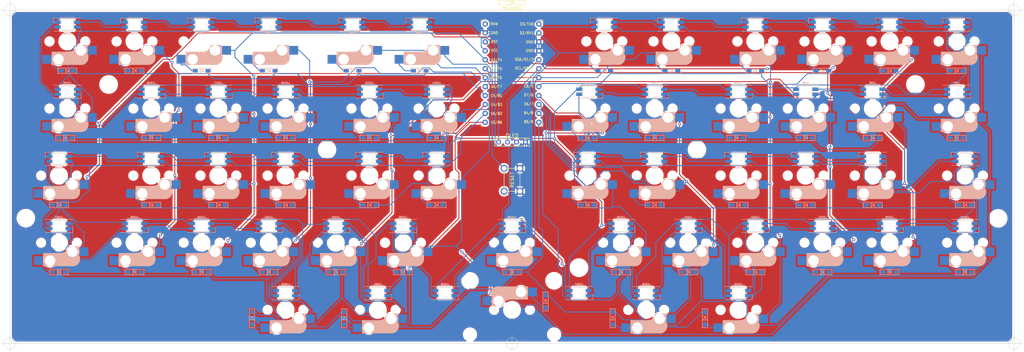
<source format=kicad_pcb>
(kicad_pcb (version 20171130) (host pcbnew "(5.1.9)-1")
  (layers (0 F.Cu signal) (31 B.Cu signal) (34 B.Paste user) (35 F.Paste user) (36 B.SilkS user) (37 F.SilkS user) (38 B.Mask user) (39 F.Mask user) (44 Edge.Cuts user))
  (net 0 "")
  (net 1 /ROW2)
  (net 2 "Net-(D1-Pad2)")
  (net 3 "Net-(D2-Pad2)")
  (net 4 "Net-(D3-Pad2)")
  (net 5 "Net-(D4-Pad2)")
  (net 6 "Net-(D5-Pad2)")
  (net 7 "Net-(D6-Pad2)")
  (net 8 /ROW1)
  (net 9 "Net-(D7-Pad2)")
  (net 10 "Net-(D8-Pad2)")
  (net 11 "Net-(D9-Pad2)")
  (net 12 "Net-(D10-Pad2)")
  (net 13 "Net-(D11-Pad2)")
  (net 14 "Net-(D12-Pad2)")
  (net 15 "Net-(D13-Pad2)")
  (net 16 /ROW4)
  (net 17 "Net-(D14-Pad2)")
  (net 18 "Net-(D15-Pad2)")
  (net 19 "Net-(D16-Pad2)")
  (net 20 "Net-(D17-Pad2)")
  (net 21 "Net-(D18-Pad2)")
  (net 22 "Net-(D19-Pad2)")
  (net 23 /ROW3)
  (net 24 "Net-(D20-Pad2)")
  (net 25 "Net-(D21-Pad2)")
  (net 26 "Net-(D22-Pad2)")
  (net 27 "Net-(D23-Pad2)")
  (net 28 "Net-(D24-Pad2)")
  (net 29 /ROW6)
  (net 30 "Net-(D25-Pad2)")
  (net 31 "Net-(D26-Pad2)")
  (net 32 "Net-(D27-Pad2)")
  (net 33 "Net-(D28-Pad2)")
  (net 34 "Net-(D29-Pad2)")
  (net 35 "Net-(D30-Pad2)")
  (net 36 /ROW5)
  (net 37 "Net-(D31-Pad2)")
  (net 38 "Net-(D32-Pad2)")
  (net 39 "Net-(D33-Pad2)")
  (net 40 "Net-(D34-Pad2)")
  (net 41 "Net-(D35-Pad2)")
  (net 42 "Net-(D36-Pad2)")
  (net 43 /ROW8)
  (net 44 "Net-(D37-Pad2)")
  (net 45 "Net-(D38-Pad2)")
  (net 46 "Net-(D39-Pad2)")
  (net 47 "Net-(D40-Pad2)")
  (net 48 "Net-(D41-Pad2)")
  (net 49 "Net-(D42-Pad2)")
  (net 50 /ROW7)
  (net 51 "Net-(D43-Pad2)")
  (net 52 "Net-(D44-Pad2)")
  (net 53 "Net-(D45-Pad2)")
  (net 54 "Net-(D46-Pad2)")
  (net 55 "Net-(D47-Pad2)")
  (net 56 "Net-(D48-Pad2)")
  (net 57 "Net-(D49-Pad2)")
  (net 58 /ROW9)
  (net 59 "Net-(D50-Pad2)")
  (net 60 "Net-(D51-Pad2)")
  (net 61 "Net-(D52-Pad2)")
  (net 62 "Net-(D53-Pad2)")
  (net 63 "Net-(D54-Pad2)")
  (net 64 VCC)
  (net 65 "Net-(LED1-Pad2)")
  (net 66 /LED)
  (net 67 GND)
  (net 68 "Net-(LED2-Pad2)")
  (net 69 "Net-(LED3-Pad2)")
  (net 70 "Net-(LED4-Pad2)")
  (net 71 "Net-(LED5-Pad2)")
  (net 72 "Net-(LED6-Pad2)")
  (net 73 "Net-(LED7-Pad2)")
  (net 74 "Net-(LED8-Pad2)")
  (net 75 "Net-(LED10-Pad4)")
  (net 76 "Net-(LED10-Pad2)")
  (net 77 "Net-(LED11-Pad2)")
  (net 78 "Net-(LED12-Pad2)")
  (net 79 "Net-(LED13-Pad2)")
  (net 80 "Net-(LED14-Pad2)")
  (net 81 "Net-(LED15-Pad2)")
  (net 82 "Net-(LED16-Pad2)")
  (net 83 "Net-(LED17-Pad2)")
  (net 84 "Net-(LED18-Pad2)")
  (net 85 "Net-(LED19-Pad2)")
  (net 86 "Net-(LED20-Pad2)")
  (net 87 "Net-(LED21-Pad2)")
  (net 88 "Net-(LED22-Pad2)")
  (net 89 "Net-(LED23-Pad2)")
  (net 90 "Net-(LED24-Pad2)")
  (net 91 "Net-(LED25-Pad2)")
  (net 92 "Net-(LED26-Pad2)")
  (net 93 "Net-(LED27-Pad2)")
  (net 94 "Net-(LED28-Pad2)")
  (net 95 "Net-(LED29-Pad2)")
  (net 96 "Net-(LED30-Pad2)")
  (net 97 "Net-(LED31-Pad2)")
  (net 98 "Net-(LED32-Pad2)")
  (net 99 "Net-(LED33-Pad2)")
  (net 100 "Net-(LED34-Pad2)")
  (net 101 "Net-(LED35-Pad2)")
  (net 102 "Net-(LED36-Pad2)")
  (net 103 "Net-(LED37-Pad2)")
  (net 104 "Net-(LED38-Pad2)")
  (net 105 "Net-(LED39-Pad2)")
  (net 106 "Net-(LED40-Pad2)")
  (net 107 "Net-(LED41-Pad2)")
  (net 108 "Net-(LED42-Pad2)")
  (net 109 "Net-(LED43-Pad2)")
  (net 110 "Net-(LED44-Pad2)")
  (net 111 "Net-(LED45-Pad2)")
  (net 112 "Net-(LED46-Pad2)")
  (net 113 "Net-(LED47-Pad2)")
  (net 114 "Net-(LED48-Pad2)")
  (net 115 "Net-(LED49-Pad2)")
  (net 116 "Net-(LED50-Pad2)")
  (net 117 "Net-(LED51-Pad2)")
  (net 118 "Net-(LED52-Pad2)")
  (net 119 "Net-(LED53-Pad2)")
  (net 120 "Net-(LED54-Pad2)")
  (net 121 "/LEDs 55/DOUT")
  (net 122 /SDA)
  (net 123 /SDL)
  (net 124 /COL1)
  (net 125 /COL2)
  (net 126 /COL3)
  (net 127 /COL4)
  (net 128 /COL5)
  (net 129 /COL6)
  (net 130 /RST)
  (net 131 "Net-(U1-Pad24)")
  (module yuiop:ResetSW_4_1side (layer F.Cu) (at 210 153.566 90)
    (fp_text reference SW_RST1 hide)
    (fp_text value SW_PUSH)
    (fp_text user RESET (at 0 0 90) (layer F.SilkS))
    (pad 1 thru_hole circle (at 3.25 -2.25 90) (size 2 2) (drill 1.3) (layers *.Cu B.Mask) (net 130 /RST))
    (pad 1 thru_hole circle (at -3.25 -2.25 90) (size 2 2) (drill 1.3) (layers *.Cu B.Mask) (net 130 /RST))
    (pad 2 thru_hole circle (at 3.25 2.25 90) (size 2 2) (drill 1.3) (layers *.Cu B.Mask) (net 67 GND))
    (pad 2 thru_hole circle (at -3.25 2.25 90) (size 2 2) (drill 1.3) (layers *.Cu B.Mask) (net 67 GND))
  )
  (module yuiop:OLED_128x32 (layer F.Cu) (at 210 142.85)
    (fp_text reference OL1)
    (fp_text value OLED hide)
    (fp_text user OLED (at 0 -1.85) (layer F.SilkS))
    (pad 3 thru_hole circle (at 1.27 0) (size 1.397 1.397) (drill 0.8128) (layers *.Cu B.Mask) (net 64 VCC))
    (pad 4 thru_hole circle (at 3.81 0) (size 1.397 1.397) (drill 0.8128) (layers *.Cu B.Mask) (net 67 GND))
    (pad 1 thru_hole circle (at -3.81 0) (size 1.397 1.397) (drill 0.8128) (layers *.Cu B.Mask) (net 122 /SDA))
    (pad 2 thru_hole circle (at -1.27 0) (size 1.397 1.397) (drill 0.8128) (layers *.Cu B.Mask) (net 123 /SDL))
  )
  (module yuiop:Cherry_MX_Stabilizer (layer F.Cu) (at 210 190.475)
    (fp_text reference STB1 hide)
    (fp_text value Cherry_MX_Stabilizer hide)
    (pad "" np_thru_hole circle (at -11.938 6.985 180) (size 3.048 3.048) (drill 3.048) (layers *.Cu *.Mask))
    (pad "" np_thru_hole circle (at -11.938 -8.255 180) (size 3.9878 3.9878) (drill 3.9878) (layers *.Cu *.Mask))
    (pad "" np_thru_hole circle (at 11.938 -8.255 180) (size 3.9878 3.9878) (drill 3.9878) (layers *.Cu *.Mask))
    (pad "" np_thru_hole circle (at 11.938 6.985 180) (size 3.048 3.048) (drill 3.048) (layers *.Cu *.Mask))
  )
  (module yuiop:Cherry_MX_Hotswap_2.75u (layer F.Cu) (at 210 190.475 180)
    (fp_text reference SW52 hide)
    (fp_text value SW_PUSH hide)
    (pad "" np_thru_hole circle (at -2.54 5.08) (size 3 3) (drill 3) (layers *.Cu *.Mask))
    (pad "" np_thru_hole circle (at 0 0 90) (size 4.1 4.1) (drill 4.1) (layers *.Cu *.Mask))
    (pad 1 smd rect (at 7.085 2.54 180) (size 2.55 2.5) (layers B.Cu B.Paste B.Mask) (net 129 /COL6))
    (pad "" np_thru_hole circle (at -5.08 0) (size 1.9 1.9) (drill 1.9) (layers *.Cu *.Mask))
    (pad "" np_thru_hole circle (at 5.08 0) (size 1.9 1.9) (drill 1.9) (layers *.Cu *.Mask))
    (pad 2 smd rect (at -5.842 5.08 180) (size 2.55 2.5) (layers B.Cu B.Paste B.Mask) (net 61 "Net-(D52-Pad2)"))
    (pad "" np_thru_hole circle (at 3.81 2.54) (size 3 3) (drill 3) (layers *.Cu *.Mask))
  )
  (module yuiop:Hole_4.3 (layer F.Cu) (at 95.5 126.5)
    (fp_text reference HOLE1 hide)
    (fp_text value Val** hide)
    (pad "" np_thru_hole circle (at 0 0) (size 4.3 4.3) (drill 4.3) (layers *.Cu *.Mask))
  )
  (module yuiop:Hole_4.3 (layer F.Cu) (at 262.5 145)
    (fp_text reference HOLE6 hide)
    (fp_text value Val** hide)
    (pad "" np_thru_hole circle (at 0 0) (size 4.3 4.3) (drill 4.3) (layers *.Cu *.Mask))
  )
  (module yuiop:Hole_4.3 (layer F.Cu) (at 229 178.5)
    (fp_text reference HOLE7 hide)
    (fp_text value Val** hide)
    (pad "" np_thru_hole circle (at 0 0) (size 4.3 4.3) (drill 4.3) (layers *.Cu *.Mask))
  )
  (module yuiop:Hole_4.3 (layer F.Cu) (at 72 164.44)
    (fp_text reference HOLE3 hide)
    (fp_text value Val** hide)
    (pad "" np_thru_hole circle (at 0 0) (size 4.3 4.3) (drill 4.3) (layers *.Cu *.Mask))
  )
  (module yuiop:Hole_4.3 (layer F.Cu) (at 157.5 145)
    (fp_text reference HOLE5 hide)
    (fp_text value Val** hide)
    (pad "" np_thru_hole circle (at 0 0) (size 4.3 4.3) (drill 4.3) (layers *.Cu *.Mask))
  )
  (module yuiop:Hole_4.3 (layer F.Cu) (at 348 164.5)
    (fp_text reference HOLE4 hide)
    (fp_text value Val** hide)
    (pad "" np_thru_hole circle (at 0 0) (size 4.3 4.3) (drill 4.3) (layers *.Cu *.Mask))
  )
  (module yuiop:Hole_4.3 (layer F.Cu) (at 324.5 126.5)
    (fp_text reference HOLE2 hide)
    (fp_text value Val** hide)
    (pad "" np_thru_hole circle (at 0 0) (size 4.3 4.3) (drill 4.3) (layers *.Cu *.Mask))
  )
  (module yuiop:D3_SMD_v2_B (layer F.Cu) (at 264.769 192.856 90)
    (fp_text reference D54 hide)
    (fp_text value D hide)
    (pad 2 smd rect (at -1.775 0 270) (size 1.4 1) (layers B.Cu B.Paste B.Mask) (net 63 "Net-(D54-Pad2)"))
    (pad 1 smd rect (at 1.775 0 270) (size 1.4 1) (layers B.Cu B.Paste B.Mask) (net 58 /ROW9))
  )
  (module yuiop:D3_SMD_v2_B (layer F.Cu) (at 83.7938 122.609)
    (fp_text reference D1 hide)
    (fp_text value D hide)
    (pad 1 smd rect (at 1.775 0 180) (size 1.4 1) (layers B.Cu B.Paste B.Mask) (net 1 /ROW2))
    (pad 2 smd rect (at -1.775 0 180) (size 1.4 1) (layers B.Cu B.Paste B.Mask) (net 2 "Net-(D1-Pad2)"))
  )
  (module yuiop:D3_SMD_v2_B (layer F.Cu) (at 102.844 122.609)
    (fp_text reference D2 hide)
    (fp_text value D hide)
    (pad 2 smd rect (at -1.775 0 180) (size 1.4 1) (layers B.Cu B.Paste B.Mask) (net 3 "Net-(D2-Pad2)"))
    (pad 1 smd rect (at 1.775 0 180) (size 1.4 1) (layers B.Cu B.Paste B.Mask) (net 1 /ROW2))
  )
  (module yuiop:D3_SMD_v2_B (layer F.Cu) (at 121.894 122.609)
    (fp_text reference D3 hide)
    (fp_text value D hide)
    (pad 2 smd rect (at -1.775 0 180) (size 1.4 1) (layers B.Cu B.Paste B.Mask) (net 4 "Net-(D3-Pad2)"))
    (pad 1 smd rect (at 1.775 0 180) (size 1.4 1) (layers B.Cu B.Paste B.Mask) (net 1 /ROW2))
  )
  (module yuiop:D3_SMD_v2_B (layer F.Cu) (at 140.944 122.609)
    (fp_text reference D4 hide)
    (fp_text value D hide)
    (pad 2 smd rect (at -1.775 0 180) (size 1.4 1) (layers B.Cu B.Paste B.Mask) (net 5 "Net-(D4-Pad2)"))
    (pad 1 smd rect (at 1.775 0 180) (size 1.4 1) (layers B.Cu B.Paste B.Mask) (net 1 /ROW2))
  )
  (module yuiop:D3_SMD_v2_B (layer F.Cu) (at 164.756 122.609)
    (fp_text reference D5 hide)
    (fp_text value D hide)
    (pad 2 smd rect (at -1.775 0 180) (size 1.4 1) (layers B.Cu B.Paste B.Mask) (net 6 "Net-(D5-Pad2)"))
    (pad 1 smd rect (at 1.775 0 180) (size 1.4 1) (layers B.Cu B.Paste B.Mask) (net 1 /ROW2))
  )
  (module yuiop:D3_SMD_v2_B (layer F.Cu) (at 183.806 122.609)
    (fp_text reference D6 hide)
    (fp_text value D hide)
    (pad 1 smd rect (at 1.775 0 180) (size 1.4 1) (layers B.Cu B.Paste B.Mask) (net 1 /ROW2))
    (pad 2 smd rect (at -1.775 0 180) (size 1.4 1) (layers B.Cu B.Paste B.Mask) (net 7 "Net-(D6-Pad2)"))
  )
  (module yuiop:D3_SMD_v2_B (layer F.Cu) (at 236.194 122.609)
    (fp_text reference D7 hide)
    (fp_text value D hide)
    (pad 1 smd rect (at 1.775 0 180) (size 1.4 1) (layers B.Cu B.Paste B.Mask) (net 8 /ROW1))
    (pad 2 smd rect (at -1.775 0 180) (size 1.4 1) (layers B.Cu B.Paste B.Mask) (net 9 "Net-(D7-Pad2)"))
  )
  (module yuiop:D3_SMD_v2_B (layer F.Cu) (at 255.244 122.609)
    (fp_text reference D8 hide)
    (fp_text value D hide)
    (pad 2 smd rect (at -1.775 0 180) (size 1.4 1) (layers B.Cu B.Paste B.Mask) (net 10 "Net-(D8-Pad2)"))
    (pad 1 smd rect (at 1.775 0 180) (size 1.4 1) (layers B.Cu B.Paste B.Mask) (net 8 /ROW1))
  )
  (module yuiop:D3_SMD_v2_B (layer F.Cu) (at 279.056 122.609)
    (fp_text reference D9 hide)
    (fp_text value D hide)
    (pad 1 smd rect (at 1.775 0 180) (size 1.4 1) (layers B.Cu B.Paste B.Mask) (net 8 /ROW1))
    (pad 2 smd rect (at -1.775 0 180) (size 1.4 1) (layers B.Cu B.Paste B.Mask) (net 11 "Net-(D9-Pad2)"))
  )
  (module yuiop:D3_SMD_v2_B (layer F.Cu) (at 298.106 122.609)
    (fp_text reference D10 hide)
    (fp_text value D hide)
    (pad 2 smd rect (at -1.775 0 180) (size 1.4 1) (layers B.Cu B.Paste B.Mask) (net 12 "Net-(D10-Pad2)"))
    (pad 1 smd rect (at 1.775 0 180) (size 1.4 1) (layers B.Cu B.Paste B.Mask) (net 8 /ROW1))
  )
  (module yuiop:D3_SMD_v2_B (layer F.Cu) (at 317.156 122.609)
    (fp_text reference D11 hide)
    (fp_text value D hide)
    (pad 2 smd rect (at -1.775 0 180) (size 1.4 1) (layers B.Cu B.Paste B.Mask) (net 13 "Net-(D11-Pad2)"))
    (pad 1 smd rect (at 1.775 0 180) (size 1.4 1) (layers B.Cu B.Paste B.Mask) (net 8 /ROW1))
  )
  (module yuiop:D3_SMD_v2_B (layer F.Cu) (at 336.206 122.609)
    (fp_text reference D12 hide)
    (fp_text value D hide)
    (pad 1 smd rect (at 1.775 0 180) (size 1.4 1) (layers B.Cu B.Paste B.Mask) (net 8 /ROW1))
    (pad 2 smd rect (at -1.775 0 180) (size 1.4 1) (layers B.Cu B.Paste B.Mask) (net 14 "Net-(D12-Pad2)"))
  )
  (module yuiop:D3_SMD_v2_B (layer F.Cu) (at 83.1875 141.659)
    (fp_text reference D13 hide)
    (fp_text value D hide)
    (pad 2 smd rect (at -1.775 0 180) (size 1.4 1) (layers B.Cu B.Paste B.Mask) (net 15 "Net-(D13-Pad2)"))
    (pad 1 smd rect (at 1.775 0 180) (size 1.4 1) (layers B.Cu B.Paste B.Mask) (net 16 /ROW4))
  )
  (module yuiop:D3_SMD_v2_B (layer F.Cu) (at 107.606 141.659)
    (fp_text reference D14 hide)
    (fp_text value D hide)
    (pad 2 smd rect (at -1.775 0 180) (size 1.4 1) (layers B.Cu B.Paste B.Mask) (net 17 "Net-(D14-Pad2)"))
    (pad 1 smd rect (at 1.775 0 180) (size 1.4 1) (layers B.Cu B.Paste B.Mask) (net 16 /ROW4))
  )
  (module yuiop:D3_SMD_v2_B (layer F.Cu) (at 126.656 141.659)
    (fp_text reference D15 hide)
    (fp_text value D hide)
    (pad 1 smd rect (at 1.775 0 180) (size 1.4 1) (layers B.Cu B.Paste B.Mask) (net 16 /ROW4))
    (pad 2 smd rect (at -1.775 0 180) (size 1.4 1) (layers B.Cu B.Paste B.Mask) (net 18 "Net-(D15-Pad2)"))
  )
  (module yuiop:D3_SMD_v2_B (layer F.Cu) (at 145.706 141.659)
    (fp_text reference D16 hide)
    (fp_text value D hide)
    (pad 1 smd rect (at 1.775 0 180) (size 1.4 1) (layers B.Cu B.Paste B.Mask) (net 16 /ROW4))
    (pad 2 smd rect (at -1.775 0 180) (size 1.4 1) (layers B.Cu B.Paste B.Mask) (net 19 "Net-(D16-Pad2)"))
  )
  (module yuiop:D3_SMD_v2_B (layer F.Cu) (at 169.519 141.659)
    (fp_text reference D17 hide)
    (fp_text value D hide)
    (pad 2 smd rect (at -1.775 0 180) (size 1.4 1) (layers B.Cu B.Paste B.Mask) (net 20 "Net-(D17-Pad2)"))
    (pad 1 smd rect (at 1.775 0 180) (size 1.4 1) (layers B.Cu B.Paste B.Mask) (net 16 /ROW4))
  )
  (module yuiop:D3_SMD_v2_B (layer F.Cu) (at 188.569 141.659)
    (fp_text reference D18 hide)
    (fp_text value D hide)
    (pad 1 smd rect (at 1.775 0 180) (size 1.4 1) (layers B.Cu B.Paste B.Mask) (net 16 /ROW4))
    (pad 2 smd rect (at -1.775 0 180) (size 1.4 1) (layers B.Cu B.Paste B.Mask) (net 21 "Net-(D18-Pad2)"))
  )
  (module yuiop:D3_SMD_v2_B (layer F.Cu) (at 231.431 141.659)
    (fp_text reference D19 hide)
    (fp_text value D hide)
    (pad 2 smd rect (at -1.775 0 180) (size 1.4 1) (layers B.Cu B.Paste B.Mask) (net 22 "Net-(D19-Pad2)"))
    (pad 1 smd rect (at 1.775 0 180) (size 1.4 1) (layers B.Cu B.Paste B.Mask) (net 23 /ROW3))
  )
  (module yuiop:D3_SMD_v2_B (layer F.Cu) (at 250.481 141.659)
    (fp_text reference D20 hide)
    (fp_text value D hide)
    (pad 1 smd rect (at 1.775 0 180) (size 1.4 1) (layers B.Cu B.Paste B.Mask) (net 23 /ROW3))
    (pad 2 smd rect (at -1.775 0 180) (size 1.4 1) (layers B.Cu B.Paste B.Mask) (net 24 "Net-(D20-Pad2)"))
  )
  (module yuiop:D3_SMD_v2_B (layer F.Cu) (at 273.688 141.659)
    (fp_text reference D21 hide)
    (fp_text value D hide)
    (pad 2 smd rect (at -1.775 0 180) (size 1.4 1) (layers B.Cu B.Paste B.Mask) (net 25 "Net-(D21-Pad2)"))
    (pad 1 smd rect (at 1.775 0 180) (size 1.4 1) (layers B.Cu B.Paste B.Mask) (net 23 /ROW3))
  )
  (module yuiop:D3_SMD_v2_B (layer F.Cu) (at 293.344 141.659)
    (fp_text reference D22 hide)
    (fp_text value D hide)
    (pad 1 smd rect (at 1.775 0 180) (size 1.4 1) (layers B.Cu B.Paste B.Mask) (net 23 /ROW3))
    (pad 2 smd rect (at -1.775 0 180) (size 1.4 1) (layers B.Cu B.Paste B.Mask) (net 26 "Net-(D22-Pad2)"))
  )
  (module yuiop:D3_SMD_v2_B (layer F.Cu) (at 312.394 141.659)
    (fp_text reference D23 hide)
    (fp_text value D hide)
    (pad 2 smd rect (at -1.775 0 180) (size 1.4 1) (layers B.Cu B.Paste B.Mask) (net 27 "Net-(D23-Pad2)"))
    (pad 1 smd rect (at 1.775 0 180) (size 1.4 1) (layers B.Cu B.Paste B.Mask) (net 23 /ROW3))
  )
  (module yuiop:D3_SMD_v2_B (layer F.Cu) (at 336.206 141.659)
    (fp_text reference D24 hide)
    (fp_text value D hide)
    (pad 2 smd rect (at -1.775 0 180) (size 1.4 1) (layers B.Cu B.Paste B.Mask) (net 28 "Net-(D24-Pad2)"))
    (pad 1 smd rect (at 1.775 0 180) (size 1.4 1) (layers B.Cu B.Paste B.Mask) (net 23 /ROW3))
  )
  (module yuiop:D3_SMD_v2_B (layer F.Cu) (at 81.4125 160.709)
    (fp_text reference D25 hide)
    (fp_text value D hide)
    (pad 1 smd rect (at 1.775 0 180) (size 1.4 1) (layers B.Cu B.Paste B.Mask) (net 29 /ROW6))
    (pad 2 smd rect (at -1.775 0 180) (size 1.4 1) (layers B.Cu B.Paste B.Mask) (net 30 "Net-(D25-Pad2)"))
  )
  (module yuiop:D3_SMD_v2_B (layer F.Cu) (at 107.606 160.709)
    (fp_text reference D26 hide)
    (fp_text value D hide)
    (pad 1 smd rect (at 1.775 0 180) (size 1.4 1) (layers B.Cu B.Paste B.Mask) (net 29 /ROW6))
    (pad 2 smd rect (at -1.775 0 180) (size 1.4 1) (layers B.Cu B.Paste B.Mask) (net 31 "Net-(D26-Pad2)"))
  )
  (module yuiop:D3_SMD_v2_B (layer F.Cu) (at 126.656 160.709)
    (fp_text reference D27 hide)
    (fp_text value D hide)
    (pad 1 smd rect (at 1.775 0 180) (size 1.4 1) (layers B.Cu B.Paste B.Mask) (net 29 /ROW6))
    (pad 2 smd rect (at -1.775 0 180) (size 1.4 1) (layers B.Cu B.Paste B.Mask) (net 32 "Net-(D27-Pad2)"))
  )
  (module yuiop:D3_SMD_v2_B (layer F.Cu) (at 145.706 160.709)
    (fp_text reference D28 hide)
    (fp_text value D hide)
    (pad 2 smd rect (at -1.775 0 180) (size 1.4 1) (layers B.Cu B.Paste B.Mask) (net 33 "Net-(D28-Pad2)"))
    (pad 1 smd rect (at 1.775 0 180) (size 1.4 1) (layers B.Cu B.Paste B.Mask) (net 29 /ROW6))
  )
  (module yuiop:D3_SMD_v2_B (layer F.Cu) (at 169.519 160.709)
    (fp_text reference D29 hide)
    (fp_text value D hide)
    (pad 1 smd rect (at 1.775 0 180) (size 1.4 1) (layers B.Cu B.Paste B.Mask) (net 29 /ROW6))
    (pad 2 smd rect (at -1.775 0 180) (size 1.4 1) (layers B.Cu B.Paste B.Mask) (net 34 "Net-(D29-Pad2)"))
  )
  (module yuiop:D3_SMD_v2_B (layer F.Cu) (at 188.569 160.709)
    (fp_text reference D30 hide)
    (fp_text value D hide)
    (pad 1 smd rect (at 1.775 0 180) (size 1.4 1) (layers B.Cu B.Paste B.Mask) (net 29 /ROW6))
    (pad 2 smd rect (at -1.775 0 180) (size 1.4 1) (layers B.Cu B.Paste B.Mask) (net 35 "Net-(D30-Pad2)"))
  )
  (module yuiop:D3_SMD_v2_B (layer F.Cu) (at 231.431 160.709)
    (fp_text reference D31 hide)
    (fp_text value D hide)
    (pad 1 smd rect (at 1.775 0 180) (size 1.4 1) (layers B.Cu B.Paste B.Mask) (net 36 /ROW5))
    (pad 2 smd rect (at -1.775 0 180) (size 1.4 1) (layers B.Cu B.Paste B.Mask) (net 37 "Net-(D31-Pad2)"))
  )
  (module yuiop:D3_SMD_v2_B (layer F.Cu) (at 250.481 160.709)
    (fp_text reference D32 hide)
    (fp_text value D hide)
    (pad 2 smd rect (at -1.775 0 180) (size 1.4 1) (layers B.Cu B.Paste B.Mask) (net 38 "Net-(D32-Pad2)"))
    (pad 1 smd rect (at 1.775 0 180) (size 1.4 1) (layers B.Cu B.Paste B.Mask) (net 36 /ROW5))
  )
  (module yuiop:D3_SMD_v2_B (layer F.Cu) (at 274.294 160.709)
    (fp_text reference D33 hide)
    (fp_text value D hide)
    (pad 1 smd rect (at 1.775 0 180) (size 1.4 1) (layers B.Cu B.Paste B.Mask) (net 36 /ROW5))
    (pad 2 smd rect (at -1.775 0 180) (size 1.4 1) (layers B.Cu B.Paste B.Mask) (net 39 "Net-(D33-Pad2)"))
  )
  (module yuiop:D3_SMD_v2_B (layer F.Cu) (at 293.344 160.709)
    (fp_text reference D34 hide)
    (fp_text value D hide)
    (pad 2 smd rect (at -1.775 0 180) (size 1.4 1) (layers B.Cu B.Paste B.Mask) (net 40 "Net-(D34-Pad2)"))
    (pad 1 smd rect (at 1.775 0 180) (size 1.4 1) (layers B.Cu B.Paste B.Mask) (net 36 /ROW5))
  )
  (module yuiop:D3_SMD_v2_B (layer F.Cu) (at 312.394 160.709)
    (fp_text reference D35 hide)
    (fp_text value D hide)
    (pad 1 smd rect (at 1.775 0 180) (size 1.4 1) (layers B.Cu B.Paste B.Mask) (net 36 /ROW5))
    (pad 2 smd rect (at -1.775 0 180) (size 1.4 1) (layers B.Cu B.Paste B.Mask) (net 41 "Net-(D35-Pad2)"))
  )
  (module yuiop:D3_SMD_v2_B (layer F.Cu) (at 338.588 160.709)
    (fp_text reference D36 hide)
    (fp_text value D hide)
    (pad 2 smd rect (at -1.775 0 180) (size 1.4 1) (layers B.Cu B.Paste B.Mask) (net 42 "Net-(D36-Pad2)"))
    (pad 1 smd rect (at 1.775 0 180) (size 1.4 1) (layers B.Cu B.Paste B.Mask) (net 36 /ROW5))
  )
  (module yuiop:D3_SMD_v2_B (layer F.Cu) (at 81.4125 179.759)
    (fp_text reference D37 hide)
    (fp_text value D hide)
    (pad 1 smd rect (at 1.775 0 180) (size 1.4 1) (layers B.Cu B.Paste B.Mask) (net 43 /ROW8))
    (pad 2 smd rect (at -1.775 0 180) (size 1.4 1) (layers B.Cu B.Paste B.Mask) (net 44 "Net-(D37-Pad2)"))
  )
  (module yuiop:D3_SMD_v2_B (layer F.Cu) (at 102.844 179.759)
    (fp_text reference D38 hide)
    (fp_text value D hide)
    (pad 2 smd rect (at -1.775 0 180) (size 1.4 1) (layers B.Cu B.Paste B.Mask) (net 45 "Net-(D38-Pad2)"))
    (pad 1 smd rect (at 1.775 0 180) (size 1.4 1) (layers B.Cu B.Paste B.Mask) (net 43 /ROW8))
  )
  (module yuiop:D3_SMD_v2_B (layer F.Cu) (at 121.894 179.759)
    (fp_text reference D39 hide)
    (fp_text value D hide)
    (pad 1 smd rect (at 1.775 0 180) (size 1.4 1) (layers B.Cu B.Paste B.Mask) (net 43 /ROW8))
    (pad 2 smd rect (at -1.775 0 180) (size 1.4 1) (layers B.Cu B.Paste B.Mask) (net 46 "Net-(D39-Pad2)"))
  )
  (module yuiop:D3_SMD_v2_B (layer F.Cu) (at 140.944 179.759)
    (fp_text reference D40 hide)
    (fp_text value D hide)
    (pad 2 smd rect (at -1.775 0 180) (size 1.4 1) (layers B.Cu B.Paste B.Mask) (net 47 "Net-(D40-Pad2)"))
    (pad 1 smd rect (at 1.775 0 180) (size 1.4 1) (layers B.Cu B.Paste B.Mask) (net 43 /ROW8))
  )
  (module yuiop:D3_SMD_v2_B (layer F.Cu) (at 159.994 179.759)
    (fp_text reference D41 hide)
    (fp_text value D hide)
    (pad 1 smd rect (at 1.775 0 180) (size 1.4 1) (layers B.Cu B.Paste B.Mask) (net 43 /ROW8))
    (pad 2 smd rect (at -1.775 0 180) (size 1.4 1) (layers B.Cu B.Paste B.Mask) (net 48 "Net-(D41-Pad2)"))
  )
  (module yuiop:D3_SMD_v2_B (layer F.Cu) (at 179.044 179.759)
    (fp_text reference D42 hide)
    (fp_text value D hide)
    (pad 2 smd rect (at -1.775 0 180) (size 1.4 1) (layers B.Cu B.Paste B.Mask) (net 49 "Net-(D42-Pad2)"))
    (pad 1 smd rect (at 1.775 0 180) (size 1.4 1) (layers B.Cu B.Paste B.Mask) (net 43 /ROW8))
  )
  (module yuiop:D3_SMD_v2_B (layer F.Cu) (at 240.956 179.759)
    (fp_text reference D43 hide)
    (fp_text value D hide)
    (pad 1 smd rect (at 1.775 0 180) (size 1.4 1) (layers B.Cu B.Paste B.Mask) (net 50 /ROW7))
    (pad 2 smd rect (at -1.775 0 180) (size 1.4 1) (layers B.Cu B.Paste B.Mask) (net 51 "Net-(D43-Pad2)"))
  )
  (module yuiop:D3_SMD_v2_B (layer F.Cu) (at 260.006 179.759)
    (fp_text reference D44 hide)
    (fp_text value D hide)
    (pad 1 smd rect (at 1.775 0 180) (size 1.4 1) (layers B.Cu B.Paste B.Mask) (net 50 /ROW7))
    (pad 2 smd rect (at -1.775 0 180) (size 1.4 1) (layers B.Cu B.Paste B.Mask) (net 52 "Net-(D44-Pad2)"))
  )
  (module yuiop:D3_SMD_v2_B (layer F.Cu) (at 279.056 179.759)
    (fp_text reference D45 hide)
    (fp_text value D hide)
    (pad 1 smd rect (at 1.775 0 180) (size 1.4 1) (layers B.Cu B.Paste B.Mask) (net 50 /ROW7))
    (pad 2 smd rect (at -1.775 0 180) (size 1.4 1) (layers B.Cu B.Paste B.Mask) (net 53 "Net-(D45-Pad2)"))
  )
  (module yuiop:D3_SMD_v2_B (layer F.Cu) (at 298.106 179.759)
    (fp_text reference D46 hide)
    (fp_text value D hide)
    (pad 2 smd rect (at -1.775 0 180) (size 1.4 1) (layers B.Cu B.Paste B.Mask) (net 54 "Net-(D46-Pad2)"))
    (pad 1 smd rect (at 1.775 0 180) (size 1.4 1) (layers B.Cu B.Paste B.Mask) (net 50 /ROW7))
  )
  (module yuiop:D3_SMD_v2_B (layer F.Cu) (at 317.156 179.759)
    (fp_text reference D47 hide)
    (fp_text value D hide)
    (pad 1 smd rect (at 1.775 0 180) (size 1.4 1) (layers B.Cu B.Paste B.Mask) (net 50 /ROW7))
    (pad 2 smd rect (at -1.775 0 180) (size 1.4 1) (layers B.Cu B.Paste B.Mask) (net 55 "Net-(D47-Pad2)"))
  )
  (module yuiop:D3_SMD_v2_B (layer F.Cu) (at 338.588 179.759)
    (fp_text reference D48 hide)
    (fp_text value D hide)
    (pad 1 smd rect (at 1.775 0 180) (size 1.4 1) (layers B.Cu B.Paste B.Mask) (net 50 /ROW7))
    (pad 2 smd rect (at -1.775 0 180) (size 1.4 1) (layers B.Cu B.Paste B.Mask) (net 56 "Net-(D48-Pad2)"))
  )
  (module yuiop:D3_SMD_v2_B (layer F.Cu) (at 210 179.759)
    (fp_text reference D49 hide)
    (fp_text value D hide)
    (pad 2 smd rect (at -1.775 0 180) (size 1.4 1) (layers B.Cu B.Paste B.Mask) (net 57 "Net-(D49-Pad2)"))
    (pad 1 smd rect (at 1.775 0 180) (size 1.4 1) (layers B.Cu B.Paste B.Mask) (net 58 /ROW9))
  )
  (module yuiop:D3_SMD_v2_B (layer F.Cu) (at 136.181 192.856 90)
    (fp_text reference D50 hide)
    (fp_text value D hide)
    (pad 1 smd rect (at 1.775 0 270) (size 1.4 1) (layers B.Cu B.Paste B.Mask) (net 58 /ROW9))
    (pad 2 smd rect (at -1.775 0 270) (size 1.4 1) (layers B.Cu B.Paste B.Mask) (net 59 "Net-(D50-Pad2)"))
  )
  (module yuiop:D3_SMD_v2_B (layer F.Cu) (at 162.375 192.856 90)
    (fp_text reference D51 hide)
    (fp_text value D hide)
    (pad 2 smd rect (at -1.775 0 270) (size 1.4 1) (layers B.Cu B.Paste B.Mask) (net 60 "Net-(D51-Pad2)"))
    (pad 1 smd rect (at 1.775 0 270) (size 1.4 1) (layers B.Cu B.Paste B.Mask) (net 58 /ROW9))
  )
  (module yuiop:D3_SMD_v2_B (layer F.Cu) (at 219.525 188.094 90)
    (fp_text reference D52 hide)
    (fp_text value D hide)
    (pad 2 smd rect (at -1.775 0 270) (size 1.4 1) (layers B.Cu B.Paste B.Mask) (net 61 "Net-(D52-Pad2)"))
    (pad 1 smd rect (at 1.775 0 270) (size 1.4 1) (layers B.Cu B.Paste B.Mask) (net 58 /ROW9))
  )
  (module yuiop:D3_SMD_v2_B (layer F.Cu) (at 238.575 192.856 90)
    (fp_text reference D53 hide)
    (fp_text value D hide)
    (pad 2 smd rect (at -1.775 0 270) (size 1.4 1) (layers B.Cu B.Paste B.Mask) (net 62 "Net-(D53-Pad2)"))
    (pad 1 smd rect (at 1.775 0 270) (size 1.4 1) (layers B.Cu B.Paste B.Mask) (net 58 /ROW9))
  )
  (module yuiop:SK6812MINI-E_B (layer F.Cu) (at 236.194 109.512 180)
    (fp_text reference LED1 (at 0 -2.5 180) (layer B.SilkS) (effects (font (size 0.5 0.5) (thickness 0.125)) (justify mirror)))
    (fp_text value YS-SK6812MINI-E hide)
    (fp_line (start 1.8 -1.55) (end 1.8 1.55) (layer Edge.Cuts) (width 0.12))
    (fp_line (start -1.8 -1.55) (end 1.8 -1.55) (layer Edge.Cuts) (width 0.12))
    (fp_line (start -1.8 1.55) (end -1.8 -1.55) (layer Edge.Cuts) (width 0.12))
    (fp_line (start 1.8 1.55) (end -1.8 1.55) (layer Edge.Cuts) (width 0.12))
    (pad 1 smd rect (at -2.75 -0.7) (size 1.7 1) (layers B.Cu B.Paste B.Mask) (net 64 VCC))
    (pad 2 smd rect (at -2.75 0.7) (size 1.7 1) (layers B.Cu B.Paste B.Mask) (net 65 "Net-(LED1-Pad2)"))
    (pad 4 smd rect (at 2.75 -0.7) (size 1.7 1) (layers B.Cu B.Paste B.Mask) (net 66 /LED))
    (pad 3 smd rect (at 2.75 0.7) (size 1.7 1) (layers B.Cu B.Paste B.Mask) (net 67 GND))
  )
  (module yuiop:SK6812MINI-E_B (layer F.Cu) (at 255.244 109.512 180)
    (fp_text reference LED2 (at 0 -2.5 180) (layer B.SilkS) (effects (font (size 0.5 0.5) (thickness 0.125)) (justify mirror)))
    (fp_text value YS-SK6812MINI-E hide)
    (fp_line (start 1.8 -1.55) (end 1.8 1.55) (layer Edge.Cuts) (width 0.12))
    (fp_line (start -1.8 -1.55) (end 1.8 -1.55) (layer Edge.Cuts) (width 0.12))
    (fp_line (start -1.8 1.55) (end -1.8 -1.55) (layer Edge.Cuts) (width 0.12))
    (fp_line (start 1.8 1.55) (end -1.8 1.55) (layer Edge.Cuts) (width 0.12))
    (pad 1 smd rect (at -2.75 -0.7) (size 1.7 1) (layers B.Cu B.Paste B.Mask) (net 64 VCC))
    (pad 2 smd rect (at -2.75 0.7) (size 1.7 1) (layers B.Cu B.Paste B.Mask) (net 68 "Net-(LED2-Pad2)"))
    (pad 4 smd rect (at 2.75 -0.7) (size 1.7 1) (layers B.Cu B.Paste B.Mask) (net 65 "Net-(LED1-Pad2)"))
    (pad 3 smd rect (at 2.75 0.7) (size 1.7 1) (layers B.Cu B.Paste B.Mask) (net 67 GND))
  )
  (module yuiop:SK6812MINI-E_B (layer F.Cu) (at 279.056 109.512 180)
    (fp_text reference LED3 (at 0 -2.5 180) (layer B.SilkS) (effects (font (size 0.5 0.5) (thickness 0.125)) (justify mirror)))
    (fp_text value YS-SK6812MINI-E hide)
    (fp_line (start 1.8 1.55) (end -1.8 1.55) (layer Edge.Cuts) (width 0.12))
    (fp_line (start -1.8 1.55) (end -1.8 -1.55) (layer Edge.Cuts) (width 0.12))
    (fp_line (start -1.8 -1.55) (end 1.8 -1.55) (layer Edge.Cuts) (width 0.12))
    (fp_line (start 1.8 -1.55) (end 1.8 1.55) (layer Edge.Cuts) (width 0.12))
    (pad 3 smd rect (at 2.75 0.7) (size 1.7 1) (layers B.Cu B.Paste B.Mask) (net 67 GND))
    (pad 4 smd rect (at 2.75 -0.7) (size 1.7 1) (layers B.Cu B.Paste B.Mask) (net 68 "Net-(LED2-Pad2)"))
    (pad 2 smd rect (at -2.75 0.7) (size 1.7 1) (layers B.Cu B.Paste B.Mask) (net 69 "Net-(LED3-Pad2)"))
    (pad 1 smd rect (at -2.75 -0.7) (size 1.7 1) (layers B.Cu B.Paste B.Mask) (net 64 VCC))
  )
  (module yuiop:SK6812MINI-E_B (layer F.Cu) (at 298.106 109.512 180)
    (fp_text reference LED4 (at 0 -2.5 180) (layer B.SilkS) (effects (font (size 0.5 0.5) (thickness 0.125)) (justify mirror)))
    (fp_text value YS-SK6812MINI-E hide)
    (fp_line (start 1.8 1.55) (end -1.8 1.55) (layer Edge.Cuts) (width 0.12))
    (fp_line (start -1.8 1.55) (end -1.8 -1.55) (layer Edge.Cuts) (width 0.12))
    (fp_line (start -1.8 -1.55) (end 1.8 -1.55) (layer Edge.Cuts) (width 0.12))
    (fp_line (start 1.8 -1.55) (end 1.8 1.55) (layer Edge.Cuts) (width 0.12))
    (pad 3 smd rect (at 2.75 0.7) (size 1.7 1) (layers B.Cu B.Paste B.Mask) (net 67 GND))
    (pad 4 smd rect (at 2.75 -0.7) (size 1.7 1) (layers B.Cu B.Paste B.Mask) (net 69 "Net-(LED3-Pad2)"))
    (pad 2 smd rect (at -2.75 0.7) (size 1.7 1) (layers B.Cu B.Paste B.Mask) (net 70 "Net-(LED4-Pad2)"))
    (pad 1 smd rect (at -2.75 -0.7) (size 1.7 1) (layers B.Cu B.Paste B.Mask) (net 64 VCC))
  )
  (module yuiop:SK6812MINI-E_B (layer F.Cu) (at 317.156 109.512 180)
    (fp_text reference LED5 (at 0 -2.5 180) (layer B.SilkS) (effects (font (size 0.5 0.5) (thickness 0.125)) (justify mirror)))
    (fp_text value YS-SK6812MINI-E hide)
    (fp_line (start 1.8 -1.55) (end 1.8 1.55) (layer Edge.Cuts) (width 0.12))
    (fp_line (start -1.8 -1.55) (end 1.8 -1.55) (layer Edge.Cuts) (width 0.12))
    (fp_line (start -1.8 1.55) (end -1.8 -1.55) (layer Edge.Cuts) (width 0.12))
    (fp_line (start 1.8 1.55) (end -1.8 1.55) (layer Edge.Cuts) (width 0.12))
    (pad 1 smd rect (at -2.75 -0.7) (size 1.7 1) (layers B.Cu B.Paste B.Mask) (net 64 VCC))
    (pad 2 smd rect (at -2.75 0.7) (size 1.7 1) (layers B.Cu B.Paste B.Mask) (net 71 "Net-(LED5-Pad2)"))
    (pad 4 smd rect (at 2.75 -0.7) (size 1.7 1) (layers B.Cu B.Paste B.Mask) (net 70 "Net-(LED4-Pad2)"))
    (pad 3 smd rect (at 2.75 0.7) (size 1.7 1) (layers B.Cu B.Paste B.Mask) (net 67 GND))
  )
  (module yuiop:SK6812MINI-E_B (layer F.Cu) (at 336.206 109.512 180)
    (fp_text reference LED6 (at 0 -2.5 180) (layer B.SilkS) (effects (font (size 0.5 0.5) (thickness 0.125)) (justify mirror)))
    (fp_text value YS-SK6812MINI-E hide)
    (fp_line (start 1.8 1.55) (end -1.8 1.55) (layer Edge.Cuts) (width 0.12))
    (fp_line (start -1.8 1.55) (end -1.8 -1.55) (layer Edge.Cuts) (width 0.12))
    (fp_line (start -1.8 -1.55) (end 1.8 -1.55) (layer Edge.Cuts) (width 0.12))
    (fp_line (start 1.8 -1.55) (end 1.8 1.55) (layer Edge.Cuts) (width 0.12))
    (pad 3 smd rect (at 2.75 0.7) (size 1.7 1) (layers B.Cu B.Paste B.Mask) (net 67 GND))
    (pad 4 smd rect (at 2.75 -0.7) (size 1.7 1) (layers B.Cu B.Paste B.Mask) (net 71 "Net-(LED5-Pad2)"))
    (pad 2 smd rect (at -2.75 0.7) (size 1.7 1) (layers B.Cu B.Paste B.Mask) (net 72 "Net-(LED6-Pad2)"))
    (pad 1 smd rect (at -2.75 -0.7) (size 1.7 1) (layers B.Cu B.Paste B.Mask) (net 64 VCC))
  )
  (module yuiop:SK6812MINI-E_B (layer F.Cu) (at 336.206 128.562)
    (fp_text reference LED7 (at 0 -2.5 180) (layer B.SilkS) (effects (font (size 0.5 0.5) (thickness 0.125)) (justify mirror)))
    (fp_text value YS-SK6812MINI-E hide)
    (fp_line (start 1.8 -1.55) (end 1.8 1.55) (layer Edge.Cuts) (width 0.12))
    (fp_line (start -1.8 -1.55) (end 1.8 -1.55) (layer Edge.Cuts) (width 0.12))
    (fp_line (start -1.8 1.55) (end -1.8 -1.55) (layer Edge.Cuts) (width 0.12))
    (fp_line (start 1.8 1.55) (end -1.8 1.55) (layer Edge.Cuts) (width 0.12))
    (pad 1 smd rect (at -2.75 -0.7 180) (size 1.7 1) (layers B.Cu B.Paste B.Mask) (net 64 VCC))
    (pad 2 smd rect (at -2.75 0.7 180) (size 1.7 1) (layers B.Cu B.Paste B.Mask) (net 73 "Net-(LED7-Pad2)"))
    (pad 4 smd rect (at 2.75 -0.7 180) (size 1.7 1) (layers B.Cu B.Paste B.Mask) (net 72 "Net-(LED6-Pad2)"))
    (pad 3 smd rect (at 2.75 0.7 180) (size 1.7 1) (layers B.Cu B.Paste B.Mask) (net 67 GND))
  )
  (module yuiop:SK6812MINI-E_B (layer F.Cu) (at 312.394 128.562)
    (fp_text reference LED8 (at 0 -2.5 180) (layer B.SilkS) (effects (font (size 0.5 0.5) (thickness 0.125)) (justify mirror)))
    (fp_text value YS-SK6812MINI-E hide)
    (fp_line (start 1.8 1.55) (end -1.8 1.55) (layer Edge.Cuts) (width 0.12))
    (fp_line (start -1.8 1.55) (end -1.8 -1.55) (layer Edge.Cuts) (width 0.12))
    (fp_line (start -1.8 -1.55) (end 1.8 -1.55) (layer Edge.Cuts) (width 0.12))
    (fp_line (start 1.8 -1.55) (end 1.8 1.55) (layer Edge.Cuts) (width 0.12))
    (pad 3 smd rect (at 2.75 0.7 180) (size 1.7 1) (layers B.Cu B.Paste B.Mask) (net 67 GND))
    (pad 4 smd rect (at 2.75 -0.7 180) (size 1.7 1) (layers B.Cu B.Paste B.Mask) (net 73 "Net-(LED7-Pad2)"))
    (pad 2 smd rect (at -2.75 0.7 180) (size 1.7 1) (layers B.Cu B.Paste B.Mask) (net 74 "Net-(LED8-Pad2)"))
    (pad 1 smd rect (at -2.75 -0.7 180) (size 1.7 1) (layers B.Cu B.Paste B.Mask) (net 64 VCC))
  )
  (module yuiop:SK6812MINI-E_B (layer F.Cu) (at 293.344 128.562)
    (fp_text reference LED9 (at 0 -2.5 180) (layer B.SilkS) (effects (font (size 0.5 0.5) (thickness 0.125)) (justify mirror)))
    (fp_text value YS-SK6812MINI-E hide)
    (fp_line (start 1.8 -1.55) (end 1.8 1.55) (layer Edge.Cuts) (width 0.12))
    (fp_line (start -1.8 -1.55) (end 1.8 -1.55) (layer Edge.Cuts) (width 0.12))
    (fp_line (start -1.8 1.55) (end -1.8 -1.55) (layer Edge.Cuts) (width 0.12))
    (fp_line (start 1.8 1.55) (end -1.8 1.55) (layer Edge.Cuts) (width 0.12))
    (pad 1 smd rect (at -2.75 -0.7 180) (size 1.7 1) (layers B.Cu B.Paste B.Mask) (net 64 VCC))
    (pad 2 smd rect (at -2.75 0.7 180) (size 1.7 1) (layers B.Cu B.Paste B.Mask) (net 75 "Net-(LED10-Pad4)"))
    (pad 4 smd rect (at 2.75 -0.7 180) (size 1.7 1) (layers B.Cu B.Paste B.Mask) (net 74 "Net-(LED8-Pad2)"))
    (pad 3 smd rect (at 2.75 0.7 180) (size 1.7 1) (layers B.Cu B.Paste B.Mask) (net 67 GND))
  )
  (module yuiop:SK6812MINI-E_B (layer F.Cu) (at 274.294 128.562)
    (fp_text reference LED10 (at 0 -2.5 180) (layer B.SilkS) (effects (font (size 0.5 0.5) (thickness 0.125)) (justify mirror)))
    (fp_text value YS-SK6812MINI-E hide)
    (fp_line (start 1.8 1.55) (end -1.8 1.55) (layer Edge.Cuts) (width 0.12))
    (fp_line (start -1.8 1.55) (end -1.8 -1.55) (layer Edge.Cuts) (width 0.12))
    (fp_line (start -1.8 -1.55) (end 1.8 -1.55) (layer Edge.Cuts) (width 0.12))
    (fp_line (start 1.8 -1.55) (end 1.8 1.55) (layer Edge.Cuts) (width 0.12))
    (pad 3 smd rect (at 2.75 0.7 180) (size 1.7 1) (layers B.Cu B.Paste B.Mask) (net 67 GND))
    (pad 4 smd rect (at 2.75 -0.7 180) (size 1.7 1) (layers B.Cu B.Paste B.Mask) (net 75 "Net-(LED10-Pad4)"))
    (pad 2 smd rect (at -2.75 0.7 180) (size 1.7 1) (layers B.Cu B.Paste B.Mask) (net 76 "Net-(LED10-Pad2)"))
    (pad 1 smd rect (at -2.75 -0.7 180) (size 1.7 1) (layers B.Cu B.Paste B.Mask) (net 64 VCC))
  )
  (module yuiop:SK6812MINI-E_B (layer F.Cu) (at 250.481 128.562)
    (fp_text reference LED11 (at 0 -2.5 180) (layer B.SilkS) (effects (font (size 0.5 0.5) (thickness 0.125)) (justify mirror)))
    (fp_text value YS-SK6812MINI-E hide)
    (fp_line (start 1.8 -1.55) (end 1.8 1.55) (layer Edge.Cuts) (width 0.12))
    (fp_line (start -1.8 -1.55) (end 1.8 -1.55) (layer Edge.Cuts) (width 0.12))
    (fp_line (start -1.8 1.55) (end -1.8 -1.55) (layer Edge.Cuts) (width 0.12))
    (fp_line (start 1.8 1.55) (end -1.8 1.55) (layer Edge.Cuts) (width 0.12))
    (pad 1 smd rect (at -2.75 -0.7 180) (size 1.7 1) (layers B.Cu B.Paste B.Mask) (net 64 VCC))
    (pad 2 smd rect (at -2.75 0.7 180) (size 1.7 1) (layers B.Cu B.Paste B.Mask) (net 77 "Net-(LED11-Pad2)"))
    (pad 4 smd rect (at 2.75 -0.7 180) (size 1.7 1) (layers B.Cu B.Paste B.Mask) (net 76 "Net-(LED10-Pad2)"))
    (pad 3 smd rect (at 2.75 0.7 180) (size 1.7 1) (layers B.Cu B.Paste B.Mask) (net 67 GND))
  )
  (module yuiop:SK6812MINI-E_B (layer F.Cu) (at 231.825 128.562)
    (fp_text reference LED12 (at 0 -2.5 180) (layer B.SilkS) (effects (font (size 0.5 0.5) (thickness 0.125)) (justify mirror)))
    (fp_text value YS-SK6812MINI-E hide)
    (fp_line (start 1.8 1.55) (end -1.8 1.55) (layer Edge.Cuts) (width 0.12))
    (fp_line (start -1.8 1.55) (end -1.8 -1.55) (layer Edge.Cuts) (width 0.12))
    (fp_line (start -1.8 -1.55) (end 1.8 -1.55) (layer Edge.Cuts) (width 0.12))
    (fp_line (start 1.8 -1.55) (end 1.8 1.55) (layer Edge.Cuts) (width 0.12))
    (pad 3 smd rect (at 2.75 0.7 180) (size 1.7 1) (layers B.Cu B.Paste B.Mask) (net 67 GND))
    (pad 4 smd rect (at 2.75 -0.7 180) (size 1.7 1) (layers B.Cu B.Paste B.Mask) (net 77 "Net-(LED11-Pad2)"))
    (pad 2 smd rect (at -2.75 0.7 180) (size 1.7 1) (layers B.Cu B.Paste B.Mask) (net 78 "Net-(LED12-Pad2)"))
    (pad 1 smd rect (at -2.75 -0.7 180) (size 1.7 1) (layers B.Cu B.Paste B.Mask) (net 64 VCC))
  )
  (module yuiop:SK6812MINI-E_B (layer F.Cu) (at 231.431 147.612 180)
    (fp_text reference LED13 (at 0 -2.5 180) (layer B.SilkS) (effects (font (size 0.5 0.5) (thickness 0.125)) (justify mirror)))
    (fp_text value YS-SK6812MINI-E hide)
    (fp_line (start 1.8 -1.55) (end 1.8 1.55) (layer Edge.Cuts) (width 0.12))
    (fp_line (start -1.8 -1.55) (end 1.8 -1.55) (layer Edge.Cuts) (width 0.12))
    (fp_line (start -1.8 1.55) (end -1.8 -1.55) (layer Edge.Cuts) (width 0.12))
    (fp_line (start 1.8 1.55) (end -1.8 1.55) (layer Edge.Cuts) (width 0.12))
    (pad 1 smd rect (at -2.75 -0.7) (size 1.7 1) (layers B.Cu B.Paste B.Mask) (net 64 VCC))
    (pad 2 smd rect (at -2.75 0.7) (size 1.7 1) (layers B.Cu B.Paste B.Mask) (net 79 "Net-(LED13-Pad2)"))
    (pad 4 smd rect (at 2.75 -0.7) (size 1.7 1) (layers B.Cu B.Paste B.Mask) (net 78 "Net-(LED12-Pad2)"))
    (pad 3 smd rect (at 2.75 0.7) (size 1.7 1) (layers B.Cu B.Paste B.Mask) (net 67 GND))
  )
  (module yuiop:SK6812MINI-E_B (layer F.Cu) (at 250.481 147.612 180)
    (fp_text reference LED14 (at 0 -2.5 180) (layer B.SilkS) (effects (font (size 0.5 0.5) (thickness 0.125)) (justify mirror)))
    (fp_text value YS-SK6812MINI-E hide)
    (fp_line (start 1.8 1.55) (end -1.8 1.55) (layer Edge.Cuts) (width 0.12))
    (fp_line (start -1.8 1.55) (end -1.8 -1.55) (layer Edge.Cuts) (width 0.12))
    (fp_line (start -1.8 -1.55) (end 1.8 -1.55) (layer Edge.Cuts) (width 0.12))
    (fp_line (start 1.8 -1.55) (end 1.8 1.55) (layer Edge.Cuts) (width 0.12))
    (pad 3 smd rect (at 2.75 0.7) (size 1.7 1) (layers B.Cu B.Paste B.Mask) (net 67 GND))
    (pad 4 smd rect (at 2.75 -0.7) (size 1.7 1) (layers B.Cu B.Paste B.Mask) (net 79 "Net-(LED13-Pad2)"))
    (pad 2 smd rect (at -2.75 0.7) (size 1.7 1) (layers B.Cu B.Paste B.Mask) (net 80 "Net-(LED14-Pad2)"))
    (pad 1 smd rect (at -2.75 -0.7) (size 1.7 1) (layers B.Cu B.Paste B.Mask) (net 64 VCC))
  )
  (module yuiop:SK6812MINI-E_B (layer F.Cu) (at 274.294 147.612 180)
    (fp_text reference LED15 (at 0 -2.5 180) (layer B.SilkS) (effects (font (size 0.5 0.5) (thickness 0.125)) (justify mirror)))
    (fp_text value YS-SK6812MINI-E hide)
    (fp_line (start 1.8 -1.55) (end 1.8 1.55) (layer Edge.Cuts) (width 0.12))
    (fp_line (start -1.8 -1.55) (end 1.8 -1.55) (layer Edge.Cuts) (width 0.12))
    (fp_line (start -1.8 1.55) (end -1.8 -1.55) (layer Edge.Cuts) (width 0.12))
    (fp_line (start 1.8 1.55) (end -1.8 1.55) (layer Edge.Cuts) (width 0.12))
    (pad 1 smd rect (at -2.75 -0.7) (size 1.7 1) (layers B.Cu B.Paste B.Mask) (net 64 VCC))
    (pad 2 smd rect (at -2.75 0.7) (size 1.7 1) (layers B.Cu B.Paste B.Mask) (net 81 "Net-(LED15-Pad2)"))
    (pad 4 smd rect (at 2.75 -0.7) (size 1.7 1) (layers B.Cu B.Paste B.Mask) (net 80 "Net-(LED14-Pad2)"))
    (pad 3 smd rect (at 2.75 0.7) (size 1.7 1) (layers B.Cu B.Paste B.Mask) (net 67 GND))
  )
  (module yuiop:SK6812MINI-E_B (layer F.Cu) (at 293.344 147.612 180)
    (fp_text reference LED16 (at 0 -2.5 180) (layer B.SilkS) (effects (font (size 0.5 0.5) (thickness 0.125)) (justify mirror)))
    (fp_text value YS-SK6812MINI-E hide)
    (fp_line (start 1.8 1.55) (end -1.8 1.55) (layer Edge.Cuts) (width 0.12))
    (fp_line (start -1.8 1.55) (end -1.8 -1.55) (layer Edge.Cuts) (width 0.12))
    (fp_line (start -1.8 -1.55) (end 1.8 -1.55) (layer Edge.Cuts) (width 0.12))
    (fp_line (start 1.8 -1.55) (end 1.8 1.55) (layer Edge.Cuts) (width 0.12))
    (pad 3 smd rect (at 2.75 0.7) (size 1.7 1) (layers B.Cu B.Paste B.Mask) (net 67 GND))
    (pad 4 smd rect (at 2.75 -0.7) (size 1.7 1) (layers B.Cu B.Paste B.Mask) (net 81 "Net-(LED15-Pad2)"))
    (pad 2 smd rect (at -2.75 0.7) (size 1.7 1) (layers B.Cu B.Paste B.Mask) (net 82 "Net-(LED16-Pad2)"))
    (pad 1 smd rect (at -2.75 -0.7) (size 1.7 1) (layers B.Cu B.Paste B.Mask) (net 64 VCC))
  )
  (module yuiop:SK6812MINI-E_B (layer F.Cu) (at 312.394 147.612 180)
    (fp_text reference LED17 (at 0 -2.5 180) (layer B.SilkS) (effects (font (size 0.5 0.5) (thickness 0.125)) (justify mirror)))
    (fp_text value YS-SK6812MINI-E hide)
    (fp_line (start 1.8 -1.55) (end 1.8 1.55) (layer Edge.Cuts) (width 0.12))
    (fp_line (start -1.8 -1.55) (end 1.8 -1.55) (layer Edge.Cuts) (width 0.12))
    (fp_line (start -1.8 1.55) (end -1.8 -1.55) (layer Edge.Cuts) (width 0.12))
    (fp_line (start 1.8 1.55) (end -1.8 1.55) (layer Edge.Cuts) (width 0.12))
    (pad 1 smd rect (at -2.75 -0.7) (size 1.7 1) (layers B.Cu B.Paste B.Mask) (net 64 VCC))
    (pad 2 smd rect (at -2.75 0.7) (size 1.7 1) (layers B.Cu B.Paste B.Mask) (net 83 "Net-(LED17-Pad2)"))
    (pad 4 smd rect (at 2.75 -0.7) (size 1.7 1) (layers B.Cu B.Paste B.Mask) (net 82 "Net-(LED16-Pad2)"))
    (pad 3 smd rect (at 2.75 0.7) (size 1.7 1) (layers B.Cu B.Paste B.Mask) (net 67 GND))
  )
  (module yuiop:SK6812MINI-E_B (layer F.Cu) (at 338.588 147.612 180)
    (fp_text reference LED18 (at 0 -2.5 180) (layer B.SilkS) (effects (font (size 0.5 0.5) (thickness 0.125)) (justify mirror)))
    (fp_text value YS-SK6812MINI-E hide)
    (fp_line (start 1.8 1.55) (end -1.8 1.55) (layer Edge.Cuts) (width 0.12))
    (fp_line (start -1.8 1.55) (end -1.8 -1.55) (layer Edge.Cuts) (width 0.12))
    (fp_line (start -1.8 -1.55) (end 1.8 -1.55) (layer Edge.Cuts) (width 0.12))
    (fp_line (start 1.8 -1.55) (end 1.8 1.55) (layer Edge.Cuts) (width 0.12))
    (pad 3 smd rect (at 2.75 0.7) (size 1.7 1) (layers B.Cu B.Paste B.Mask) (net 67 GND))
    (pad 4 smd rect (at 2.75 -0.7) (size 1.7 1) (layers B.Cu B.Paste B.Mask) (net 83 "Net-(LED17-Pad2)"))
    (pad 2 smd rect (at -2.75 0.7) (size 1.7 1) (layers B.Cu B.Paste B.Mask) (net 84 "Net-(LED18-Pad2)"))
    (pad 1 smd rect (at -2.75 -0.7) (size 1.7 1) (layers B.Cu B.Paste B.Mask) (net 64 VCC))
  )
  (module yuiop:SK6812MINI-E_B (layer F.Cu) (at 338.588 166.662)
    (fp_text reference LED19 (at 0 -2.5 180) (layer B.SilkS) (effects (font (size 0.5 0.5) (thickness 0.125)) (justify mirror)))
    (fp_text value YS-SK6812MINI-E hide)
    (fp_line (start 1.8 -1.55) (end 1.8 1.55) (layer Edge.Cuts) (width 0.12))
    (fp_line (start -1.8 -1.55) (end 1.8 -1.55) (layer Edge.Cuts) (width 0.12))
    (fp_line (start -1.8 1.55) (end -1.8 -1.55) (layer Edge.Cuts) (width 0.12))
    (fp_line (start 1.8 1.55) (end -1.8 1.55) (layer Edge.Cuts) (width 0.12))
    (pad 1 smd rect (at -2.75 -0.7 180) (size 1.7 1) (layers B.Cu B.Paste B.Mask) (net 64 VCC))
    (pad 2 smd rect (at -2.75 0.7 180) (size 1.7 1) (layers B.Cu B.Paste B.Mask) (net 85 "Net-(LED19-Pad2)"))
    (pad 4 smd rect (at 2.75 -0.7 180) (size 1.7 1) (layers B.Cu B.Paste B.Mask) (net 84 "Net-(LED18-Pad2)"))
    (pad 3 smd rect (at 2.75 0.7 180) (size 1.7 1) (layers B.Cu B.Paste B.Mask) (net 67 GND))
  )
  (module yuiop:SK6812MINI-E_B (layer F.Cu) (at 317.156 166.662)
    (fp_text reference LED20 (at 0 -2.5 180) (layer B.SilkS) (effects (font (size 0.5 0.5) (thickness 0.125)) (justify mirror)))
    (fp_text value YS-SK6812MINI-E hide)
    (fp_line (start 1.8 1.55) (end -1.8 1.55) (layer Edge.Cuts) (width 0.12))
    (fp_line (start -1.8 1.55) (end -1.8 -1.55) (layer Edge.Cuts) (width 0.12))
    (fp_line (start -1.8 -1.55) (end 1.8 -1.55) (layer Edge.Cuts) (width 0.12))
    (fp_line (start 1.8 -1.55) (end 1.8 1.55) (layer Edge.Cuts) (width 0.12))
    (pad 3 smd rect (at 2.75 0.7 180) (size 1.7 1) (layers B.Cu B.Paste B.Mask) (net 67 GND))
    (pad 4 smd rect (at 2.75 -0.7 180) (size 1.7 1) (layers B.Cu B.Paste B.Mask) (net 85 "Net-(LED19-Pad2)"))
    (pad 2 smd rect (at -2.75 0.7 180) (size 1.7 1) (layers B.Cu B.Paste B.Mask) (net 86 "Net-(LED20-Pad2)"))
    (pad 1 smd rect (at -2.75 -0.7 180) (size 1.7 1) (layers B.Cu B.Paste B.Mask) (net 64 VCC))
  )
  (module yuiop:SK6812MINI-E_B (layer F.Cu) (at 298.106 166.662)
    (fp_text reference LED21 (at 0 -2.5 180) (layer B.SilkS) (effects (font (size 0.5 0.5) (thickness 0.125)) (justify mirror)))
    (fp_text value YS-SK6812MINI-E hide)
    (fp_line (start 1.8 -1.55) (end 1.8 1.55) (layer Edge.Cuts) (width 0.12))
    (fp_line (start -1.8 -1.55) (end 1.8 -1.55) (layer Edge.Cuts) (width 0.12))
    (fp_line (start -1.8 1.55) (end -1.8 -1.55) (layer Edge.Cuts) (width 0.12))
    (fp_line (start 1.8 1.55) (end -1.8 1.55) (layer Edge.Cuts) (width 0.12))
    (pad 1 smd rect (at -2.75 -0.7 180) (size 1.7 1) (layers B.Cu B.Paste B.Mask) (net 64 VCC))
    (pad 2 smd rect (at -2.75 0.7 180) (size 1.7 1) (layers B.Cu B.Paste B.Mask) (net 87 "Net-(LED21-Pad2)"))
    (pad 4 smd rect (at 2.75 -0.7 180) (size 1.7 1) (layers B.Cu B.Paste B.Mask) (net 86 "Net-(LED20-Pad2)"))
    (pad 3 smd rect (at 2.75 0.7 180) (size 1.7 1) (layers B.Cu B.Paste B.Mask) (net 67 GND))
  )
  (module yuiop:SK6812MINI-E_B (layer F.Cu) (at 279.056 166.662)
    (fp_text reference LED22 (at 0 -2.5 180) (layer B.SilkS) (effects (font (size 0.5 0.5) (thickness 0.125)) (justify mirror)))
    (fp_text value YS-SK6812MINI-E hide)
    (fp_line (start 1.8 1.55) (end -1.8 1.55) (layer Edge.Cuts) (width 0.12))
    (fp_line (start -1.8 1.55) (end -1.8 -1.55) (layer Edge.Cuts) (width 0.12))
    (fp_line (start -1.8 -1.55) (end 1.8 -1.55) (layer Edge.Cuts) (width 0.12))
    (fp_line (start 1.8 -1.55) (end 1.8 1.55) (layer Edge.Cuts) (width 0.12))
    (pad 3 smd rect (at 2.75 0.7 180) (size 1.7 1) (layers B.Cu B.Paste B.Mask) (net 67 GND))
    (pad 4 smd rect (at 2.75 -0.7 180) (size 1.7 1) (layers B.Cu B.Paste B.Mask) (net 87 "Net-(LED21-Pad2)"))
    (pad 2 smd rect (at -2.75 0.7 180) (size 1.7 1) (layers B.Cu B.Paste B.Mask) (net 88 "Net-(LED22-Pad2)"))
    (pad 1 smd rect (at -2.75 -0.7 180) (size 1.7 1) (layers B.Cu B.Paste B.Mask) (net 64 VCC))
  )
  (module yuiop:SK6812MINI-E_B (layer F.Cu) (at 274.294 185.712)
    (fp_text reference LED23 (at 0 -2.5 180) (layer B.SilkS) (effects (font (size 0.5 0.5) (thickness 0.125)) (justify mirror)))
    (fp_text value YS-SK6812MINI-E hide)
    (fp_line (start 1.8 -1.55) (end 1.8 1.55) (layer Edge.Cuts) (width 0.12))
    (fp_line (start -1.8 -1.55) (end 1.8 -1.55) (layer Edge.Cuts) (width 0.12))
    (fp_line (start -1.8 1.55) (end -1.8 -1.55) (layer Edge.Cuts) (width 0.12))
    (fp_line (start 1.8 1.55) (end -1.8 1.55) (layer Edge.Cuts) (width 0.12))
    (pad 1 smd rect (at -2.75 -0.7 180) (size 1.7 1) (layers B.Cu B.Paste B.Mask) (net 64 VCC))
    (pad 2 smd rect (at -2.75 0.7 180) (size 1.7 1) (layers B.Cu B.Paste B.Mask) (net 89 "Net-(LED23-Pad2)"))
    (pad 4 smd rect (at 2.75 -0.7 180) (size 1.7 1) (layers B.Cu B.Paste B.Mask) (net 88 "Net-(LED22-Pad2)"))
    (pad 3 smd rect (at 2.75 0.7 180) (size 1.7 1) (layers B.Cu B.Paste B.Mask) (net 67 GND))
  )
  (module yuiop:SK6812MINI-E_B (layer F.Cu) (at 260.006 166.662)
    (fp_text reference LED24 (at 0 -2.5 180) (layer B.SilkS) (effects (font (size 0.5 0.5) (thickness 0.125)) (justify mirror)))
    (fp_text value YS-SK6812MINI-E hide)
    (fp_line (start 1.8 1.55) (end -1.8 1.55) (layer Edge.Cuts) (width 0.12))
    (fp_line (start -1.8 1.55) (end -1.8 -1.55) (layer Edge.Cuts) (width 0.12))
    (fp_line (start -1.8 -1.55) (end 1.8 -1.55) (layer Edge.Cuts) (width 0.12))
    (fp_line (start 1.8 -1.55) (end 1.8 1.55) (layer Edge.Cuts) (width 0.12))
    (pad 3 smd rect (at 2.75 0.7 180) (size 1.7 1) (layers B.Cu B.Paste B.Mask) (net 67 GND))
    (pad 4 smd rect (at 2.75 -0.7 180) (size 1.7 1) (layers B.Cu B.Paste B.Mask) (net 89 "Net-(LED23-Pad2)"))
    (pad 2 smd rect (at -2.75 0.7 180) (size 1.7 1) (layers B.Cu B.Paste B.Mask) (net 90 "Net-(LED24-Pad2)"))
    (pad 1 smd rect (at -2.75 -0.7 180) (size 1.7 1) (layers B.Cu B.Paste B.Mask) (net 64 VCC))
  )
  (module yuiop:SK6812MINI-E_B (layer F.Cu) (at 248.1 185.712)
    (fp_text reference LED25 (at 0 -2.5 180) (layer B.SilkS) (effects (font (size 0.5 0.5) (thickness 0.125)) (justify mirror)))
    (fp_text value YS-SK6812MINI-E hide)
    (fp_line (start 1.8 -1.55) (end 1.8 1.55) (layer Edge.Cuts) (width 0.12))
    (fp_line (start -1.8 -1.55) (end 1.8 -1.55) (layer Edge.Cuts) (width 0.12))
    (fp_line (start -1.8 1.55) (end -1.8 -1.55) (layer Edge.Cuts) (width 0.12))
    (fp_line (start 1.8 1.55) (end -1.8 1.55) (layer Edge.Cuts) (width 0.12))
    (pad 1 smd rect (at -2.75 -0.7 180) (size 1.7 1) (layers B.Cu B.Paste B.Mask) (net 64 VCC))
    (pad 2 smd rect (at -2.75 0.7 180) (size 1.7 1) (layers B.Cu B.Paste B.Mask) (net 91 "Net-(LED25-Pad2)"))
    (pad 4 smd rect (at 2.75 -0.7 180) (size 1.7 1) (layers B.Cu B.Paste B.Mask) (net 90 "Net-(LED24-Pad2)"))
    (pad 3 smd rect (at 2.75 0.7 180) (size 1.7 1) (layers B.Cu B.Paste B.Mask) (net 67 GND))
  )
  (module yuiop:SK6812MINI-E_B (layer F.Cu) (at 240.956 166.662)
    (fp_text reference LED26 (at 0 -2.5 180) (layer B.SilkS) (effects (font (size 0.5 0.5) (thickness 0.125)) (justify mirror)))
    (fp_text value YS-SK6812MINI-E hide)
    (fp_line (start 1.8 1.55) (end -1.8 1.55) (layer Edge.Cuts) (width 0.12))
    (fp_line (start -1.8 1.55) (end -1.8 -1.55) (layer Edge.Cuts) (width 0.12))
    (fp_line (start -1.8 -1.55) (end 1.8 -1.55) (layer Edge.Cuts) (width 0.12))
    (fp_line (start 1.8 -1.55) (end 1.8 1.55) (layer Edge.Cuts) (width 0.12))
    (pad 3 smd rect (at 2.75 0.7 180) (size 1.7 1) (layers B.Cu B.Paste B.Mask) (net 67 GND))
    (pad 4 smd rect (at 2.75 -0.7 180) (size 1.7 1) (layers B.Cu B.Paste B.Mask) (net 91 "Net-(LED25-Pad2)"))
    (pad 2 smd rect (at -2.75 0.7 180) (size 1.7 1) (layers B.Cu B.Paste B.Mask) (net 92 "Net-(LED26-Pad2)"))
    (pad 1 smd rect (at -2.75 -0.7 180) (size 1.7 1) (layers B.Cu B.Paste B.Mask) (net 64 VCC))
  )
  (module yuiop:SK6812MINI-E_B (layer F.Cu) (at 229.05 185.712)
    (fp_text reference LED27 (at 0 -2.5 180) (layer B.SilkS) (effects (font (size 0.5 0.5) (thickness 0.125)) (justify mirror)))
    (fp_text value YS-SK6812MINI-E hide)
    (fp_line (start 1.8 1.55) (end -1.8 1.55) (layer Edge.Cuts) (width 0.12))
    (fp_line (start -1.8 1.55) (end -1.8 -1.55) (layer Edge.Cuts) (width 0.12))
    (fp_line (start -1.8 -1.55) (end 1.8 -1.55) (layer Edge.Cuts) (width 0.12))
    (fp_line (start 1.8 -1.55) (end 1.8 1.55) (layer Edge.Cuts) (width 0.12))
    (pad 3 smd rect (at 2.75 0.7 180) (size 1.7 1) (layers B.Cu B.Paste B.Mask) (net 67 GND))
    (pad 4 smd rect (at 2.75 -0.7 180) (size 1.7 1) (layers B.Cu B.Paste B.Mask) (net 92 "Net-(LED26-Pad2)"))
    (pad 2 smd rect (at -2.75 0.7 180) (size 1.7 1) (layers B.Cu B.Paste B.Mask) (net 93 "Net-(LED27-Pad2)"))
    (pad 1 smd rect (at -2.75 -0.7 180) (size 1.7 1) (layers B.Cu B.Paste B.Mask) (net 64 VCC))
  )
  (module yuiop:SK6812MINI-E_B (layer F.Cu) (at 210 166.662)
    (fp_text reference LED28 (at 0 -2.5 180) (layer B.SilkS) (effects (font (size 0.5 0.5) (thickness 0.125)) (justify mirror)))
    (fp_text value YS-SK6812MINI-E hide)
    (fp_line (start 1.8 -1.55) (end 1.8 1.55) (layer Edge.Cuts) (width 0.12))
    (fp_line (start -1.8 -1.55) (end 1.8 -1.55) (layer Edge.Cuts) (width 0.12))
    (fp_line (start -1.8 1.55) (end -1.8 -1.55) (layer Edge.Cuts) (width 0.12))
    (fp_line (start 1.8 1.55) (end -1.8 1.55) (layer Edge.Cuts) (width 0.12))
    (pad 1 smd rect (at -2.75 -0.7 180) (size 1.7 1) (layers B.Cu B.Paste B.Mask) (net 64 VCC))
    (pad 2 smd rect (at -2.75 0.7 180) (size 1.7 1) (layers B.Cu B.Paste B.Mask) (net 94 "Net-(LED28-Pad2)"))
    (pad 4 smd rect (at 2.75 -0.7 180) (size 1.7 1) (layers B.Cu B.Paste B.Mask) (net 93 "Net-(LED27-Pad2)"))
    (pad 3 smd rect (at 2.75 0.7 180) (size 1.7 1) (layers B.Cu B.Paste B.Mask) (net 67 GND))
  )
  (module yuiop:SK6812MINI-E_B (layer F.Cu) (at 190.95 185.712)
    (fp_text reference LED29 (at 0 -2.5 180) (layer B.SilkS) (effects (font (size 0.5 0.5) (thickness 0.125)) (justify mirror)))
    (fp_text value YS-SK6812MINI-E hide)
    (fp_line (start 1.8 -1.55) (end 1.8 1.55) (layer Edge.Cuts) (width 0.12))
    (fp_line (start -1.8 -1.55) (end 1.8 -1.55) (layer Edge.Cuts) (width 0.12))
    (fp_line (start -1.8 1.55) (end -1.8 -1.55) (layer Edge.Cuts) (width 0.12))
    (fp_line (start 1.8 1.55) (end -1.8 1.55) (layer Edge.Cuts) (width 0.12))
    (pad 1 smd rect (at -2.75 -0.7 180) (size 1.7 1) (layers B.Cu B.Paste B.Mask) (net 64 VCC))
    (pad 2 smd rect (at -2.75 0.7 180) (size 1.7 1) (layers B.Cu B.Paste B.Mask) (net 95 "Net-(LED29-Pad2)"))
    (pad 4 smd rect (at 2.75 -0.7 180) (size 1.7 1) (layers B.Cu B.Paste B.Mask) (net 94 "Net-(LED28-Pad2)"))
    (pad 3 smd rect (at 2.75 0.7 180) (size 1.7 1) (layers B.Cu B.Paste B.Mask) (net 67 GND))
  )
  (module yuiop:SK6812MINI-E_B (layer F.Cu) (at 179.044 166.662)
    (fp_text reference LED30 (at 0 -2.5 180) (layer B.SilkS) (effects (font (size 0.5 0.5) (thickness 0.125)) (justify mirror)))
    (fp_text value YS-SK6812MINI-E hide)
    (fp_line (start 1.8 -1.55) (end 1.8 1.55) (layer Edge.Cuts) (width 0.12))
    (fp_line (start -1.8 -1.55) (end 1.8 -1.55) (layer Edge.Cuts) (width 0.12))
    (fp_line (start -1.8 1.55) (end -1.8 -1.55) (layer Edge.Cuts) (width 0.12))
    (fp_line (start 1.8 1.55) (end -1.8 1.55) (layer Edge.Cuts) (width 0.12))
    (pad 1 smd rect (at -2.75 -0.7 180) (size 1.7 1) (layers B.Cu B.Paste B.Mask) (net 64 VCC))
    (pad 2 smd rect (at -2.75 0.7 180) (size 1.7 1) (layers B.Cu B.Paste B.Mask) (net 96 "Net-(LED30-Pad2)"))
    (pad 4 smd rect (at 2.75 -0.7 180) (size 1.7 1) (layers B.Cu B.Paste B.Mask) (net 95 "Net-(LED29-Pad2)"))
    (pad 3 smd rect (at 2.75 0.7 180) (size 1.7 1) (layers B.Cu B.Paste B.Mask) (net 67 GND))
  )
  (module yuiop:SK6812MINI-E_B (layer F.Cu) (at 171.9 185.712)
    (fp_text reference LED31 (at 0 -2.5 180) (layer B.SilkS) (effects (font (size 0.5 0.5) (thickness 0.125)) (justify mirror)))
    (fp_text value YS-SK6812MINI-E hide)
    (fp_line (start 1.8 -1.55) (end 1.8 1.55) (layer Edge.Cuts) (width 0.12))
    (fp_line (start -1.8 -1.55) (end 1.8 -1.55) (layer Edge.Cuts) (width 0.12))
    (fp_line (start -1.8 1.55) (end -1.8 -1.55) (layer Edge.Cuts) (width 0.12))
    (fp_line (start 1.8 1.55) (end -1.8 1.55) (layer Edge.Cuts) (width 0.12))
    (pad 1 smd rect (at -2.75 -0.7 180) (size 1.7 1) (layers B.Cu B.Paste B.Mask) (net 64 VCC))
    (pad 2 smd rect (at -2.75 0.7 180) (size 1.7 1) (layers B.Cu B.Paste B.Mask) (net 97 "Net-(LED31-Pad2)"))
    (pad 4 smd rect (at 2.75 -0.7 180) (size 1.7 1) (layers B.Cu B.Paste B.Mask) (net 96 "Net-(LED30-Pad2)"))
    (pad 3 smd rect (at 2.75 0.7 180) (size 1.7 1) (layers B.Cu B.Paste B.Mask) (net 67 GND))
  )
  (module yuiop:SK6812MINI-E_B (layer F.Cu) (at 159.994 166.662)
    (fp_text reference LED32 (at 0 -2.5 180) (layer B.SilkS) (effects (font (size 0.5 0.5) (thickness 0.125)) (justify mirror)))
    (fp_text value YS-SK6812MINI-E hide)
    (fp_line (start 1.8 1.55) (end -1.8 1.55) (layer Edge.Cuts) (width 0.12))
    (fp_line (start -1.8 1.55) (end -1.8 -1.55) (layer Edge.Cuts) (width 0.12))
    (fp_line (start -1.8 -1.55) (end 1.8 -1.55) (layer Edge.Cuts) (width 0.12))
    (fp_line (start 1.8 -1.55) (end 1.8 1.55) (layer Edge.Cuts) (width 0.12))
    (pad 3 smd rect (at 2.75 0.7 180) (size 1.7 1) (layers B.Cu B.Paste B.Mask) (net 67 GND))
    (pad 4 smd rect (at 2.75 -0.7 180) (size 1.7 1) (layers B.Cu B.Paste B.Mask) (net 97 "Net-(LED31-Pad2)"))
    (pad 2 smd rect (at -2.75 0.7 180) (size 1.7 1) (layers B.Cu B.Paste B.Mask) (net 98 "Net-(LED32-Pad2)"))
    (pad 1 smd rect (at -2.75 -0.7 180) (size 1.7 1) (layers B.Cu B.Paste B.Mask) (net 64 VCC))
  )
  (module yuiop:SK6812MINI-E_B (layer F.Cu) (at 145.706 185.712)
    (fp_text reference LED33 (at 0 -2.5 180) (layer B.SilkS) (effects (font (size 0.5 0.5) (thickness 0.125)) (justify mirror)))
    (fp_text value YS-SK6812MINI-E hide)
    (fp_line (start 1.8 1.55) (end -1.8 1.55) (layer Edge.Cuts) (width 0.12))
    (fp_line (start -1.8 1.55) (end -1.8 -1.55) (layer Edge.Cuts) (width 0.12))
    (fp_line (start -1.8 -1.55) (end 1.8 -1.55) (layer Edge.Cuts) (width 0.12))
    (fp_line (start 1.8 -1.55) (end 1.8 1.55) (layer Edge.Cuts) (width 0.12))
    (pad 3 smd rect (at 2.75 0.7 180) (size 1.7 1) (layers B.Cu B.Paste B.Mask) (net 67 GND))
    (pad 4 smd rect (at 2.75 -0.7 180) (size 1.7 1) (layers B.Cu B.Paste B.Mask) (net 98 "Net-(LED32-Pad2)"))
    (pad 2 smd rect (at -2.75 0.7 180) (size 1.7 1) (layers B.Cu B.Paste B.Mask) (net 99 "Net-(LED33-Pad2)"))
    (pad 1 smd rect (at -2.75 -0.7 180) (size 1.7 1) (layers B.Cu B.Paste B.Mask) (net 64 VCC))
  )
  (module yuiop:SK6812MINI-E_B (layer F.Cu) (at 140.944 166.662)
    (fp_text reference LED34 (at 0 -2.5 180) (layer B.SilkS) (effects (font (size 0.5 0.5) (thickness 0.125)) (justify mirror)))
    (fp_text value YS-SK6812MINI-E hide)
    (fp_line (start 1.8 -1.55) (end 1.8 1.55) (layer Edge.Cuts) (width 0.12))
    (fp_line (start -1.8 -1.55) (end 1.8 -1.55) (layer Edge.Cuts) (width 0.12))
    (fp_line (start -1.8 1.55) (end -1.8 -1.55) (layer Edge.Cuts) (width 0.12))
    (fp_line (start 1.8 1.55) (end -1.8 1.55) (layer Edge.Cuts) (width 0.12))
    (pad 1 smd rect (at -2.75 -0.7 180) (size 1.7 1) (layers B.Cu B.Paste B.Mask) (net 64 VCC))
    (pad 2 smd rect (at -2.75 0.7 180) (size 1.7 1) (layers B.Cu B.Paste B.Mask) (net 100 "Net-(LED34-Pad2)"))
    (pad 4 smd rect (at 2.75 -0.7 180) (size 1.7 1) (layers B.Cu B.Paste B.Mask) (net 99 "Net-(LED33-Pad2)"))
    (pad 3 smd rect (at 2.75 0.7 180) (size 1.7 1) (layers B.Cu B.Paste B.Mask) (net 67 GND))
  )
  (module yuiop:SK6812MINI-E_B (layer F.Cu) (at 121.894 166.662)
    (fp_text reference LED35 (at 0 -2.5 180) (layer B.SilkS) (effects (font (size 0.5 0.5) (thickness 0.125)) (justify mirror)))
    (fp_text value YS-SK6812MINI-E hide)
    (fp_line (start 1.8 1.55) (end -1.8 1.55) (layer Edge.Cuts) (width 0.12))
    (fp_line (start -1.8 1.55) (end -1.8 -1.55) (layer Edge.Cuts) (width 0.12))
    (fp_line (start -1.8 -1.55) (end 1.8 -1.55) (layer Edge.Cuts) (width 0.12))
    (fp_line (start 1.8 -1.55) (end 1.8 1.55) (layer Edge.Cuts) (width 0.12))
    (pad 3 smd rect (at 2.75 0.7 180) (size 1.7 1) (layers B.Cu B.Paste B.Mask) (net 67 GND))
    (pad 4 smd rect (at 2.75 -0.7 180) (size 1.7 1) (layers B.Cu B.Paste B.Mask) (net 100 "Net-(LED34-Pad2)"))
    (pad 2 smd rect (at -2.75 0.7 180) (size 1.7 1) (layers B.Cu B.Paste B.Mask) (net 101 "Net-(LED35-Pad2)"))
    (pad 1 smd rect (at -2.75 -0.7 180) (size 1.7 1) (layers B.Cu B.Paste B.Mask) (net 64 VCC))
  )
  (module yuiop:SK6812MINI-E_B (layer F.Cu) (at 102.844 166.662)
    (fp_text reference LED36 (at 0 -2.5 180) (layer B.SilkS) (effects (font (size 0.5 0.5) (thickness 0.125)) (justify mirror)))
    (fp_text value YS-SK6812MINI-E hide)
    (fp_line (start 1.8 -1.55) (end 1.8 1.55) (layer Edge.Cuts) (width 0.12))
    (fp_line (start -1.8 -1.55) (end 1.8 -1.55) (layer Edge.Cuts) (width 0.12))
    (fp_line (start -1.8 1.55) (end -1.8 -1.55) (layer Edge.Cuts) (width 0.12))
    (fp_line (start 1.8 1.55) (end -1.8 1.55) (layer Edge.Cuts) (width 0.12))
    (pad 1 smd rect (at -2.75 -0.7 180) (size 1.7 1) (layers B.Cu B.Paste B.Mask) (net 64 VCC))
    (pad 2 smd rect (at -2.75 0.7 180) (size 1.7 1) (layers B.Cu B.Paste B.Mask) (net 102 "Net-(LED36-Pad2)"))
    (pad 4 smd rect (at 2.75 -0.7 180) (size 1.7 1) (layers B.Cu B.Paste B.Mask) (net 101 "Net-(LED35-Pad2)"))
    (pad 3 smd rect (at 2.75 0.7 180) (size 1.7 1) (layers B.Cu B.Paste B.Mask) (net 67 GND))
  )
  (module yuiop:SK6812MINI-E_B (layer F.Cu) (at 81.4125 166.662)
    (fp_text reference LED37 (at 0 -2.5 180) (layer B.SilkS) (effects (font (size 0.5 0.5) (thickness 0.125)) (justify mirror)))
    (fp_text value YS-SK6812MINI-E hide)
    (fp_line (start 1.8 1.55) (end -1.8 1.55) (layer Edge.Cuts) (width 0.12))
    (fp_line (start -1.8 1.55) (end -1.8 -1.55) (layer Edge.Cuts) (width 0.12))
    (fp_line (start -1.8 -1.55) (end 1.8 -1.55) (layer Edge.Cuts) (width 0.12))
    (fp_line (start 1.8 -1.55) (end 1.8 1.55) (layer Edge.Cuts) (width 0.12))
    (pad 3 smd rect (at 2.75 0.7 180) (size 1.7 1) (layers B.Cu B.Paste B.Mask) (net 67 GND))
    (pad 4 smd rect (at 2.75 -0.7 180) (size 1.7 1) (layers B.Cu B.Paste B.Mask) (net 102 "Net-(LED36-Pad2)"))
    (pad 2 smd rect (at -2.75 0.7 180) (size 1.7 1) (layers B.Cu B.Paste B.Mask) (net 103 "Net-(LED37-Pad2)"))
    (pad 1 smd rect (at -2.75 -0.7 180) (size 1.7 1) (layers B.Cu B.Paste B.Mask) (net 64 VCC))
  )
  (module yuiop:SK6812MINI-E_B (layer F.Cu) (at 81.4125 147.612 180)
    (fp_text reference LED38 (at 0 -2.5 180) (layer B.SilkS) (effects (font (size 0.5 0.5) (thickness 0.125)) (justify mirror)))
    (fp_text value YS-SK6812MINI-E hide)
    (fp_line (start 1.8 1.55) (end -1.8 1.55) (layer Edge.Cuts) (width 0.12))
    (fp_line (start -1.8 1.55) (end -1.8 -1.55) (layer Edge.Cuts) (width 0.12))
    (fp_line (start -1.8 -1.55) (end 1.8 -1.55) (layer Edge.Cuts) (width 0.12))
    (fp_line (start 1.8 -1.55) (end 1.8 1.55) (layer Edge.Cuts) (width 0.12))
    (pad 3 smd rect (at 2.75 0.7) (size 1.7 1) (layers B.Cu B.Paste B.Mask) (net 67 GND))
    (pad 4 smd rect (at 2.75 -0.7) (size 1.7 1) (layers B.Cu B.Paste B.Mask) (net 103 "Net-(LED37-Pad2)"))
    (pad 2 smd rect (at -2.75 0.7) (size 1.7 1) (layers B.Cu B.Paste B.Mask) (net 104 "Net-(LED38-Pad2)"))
    (pad 1 smd rect (at -2.75 -0.7) (size 1.7 1) (layers B.Cu B.Paste B.Mask) (net 64 VCC))
  )
  (module yuiop:SK6812MINI-E_B (layer F.Cu) (at 107.606 147.612 180)
    (fp_text reference LED39 (at 0 -2.5 180) (layer B.SilkS) (effects (font (size 0.5 0.5) (thickness 0.125)) (justify mirror)))
    (fp_text value YS-SK6812MINI-E hide)
    (fp_line (start 1.8 1.55) (end -1.8 1.55) (layer Edge.Cuts) (width 0.12))
    (fp_line (start -1.8 1.55) (end -1.8 -1.55) (layer Edge.Cuts) (width 0.12))
    (fp_line (start -1.8 -1.55) (end 1.8 -1.55) (layer Edge.Cuts) (width 0.12))
    (fp_line (start 1.8 -1.55) (end 1.8 1.55) (layer Edge.Cuts) (width 0.12))
    (pad 3 smd rect (at 2.75 0.7) (size 1.7 1) (layers B.Cu B.Paste B.Mask) (net 67 GND))
    (pad 4 smd rect (at 2.75 -0.7) (size 1.7 1) (layers B.Cu B.Paste B.Mask) (net 104 "Net-(LED38-Pad2)"))
    (pad 2 smd rect (at -2.75 0.7) (size 1.7 1) (layers B.Cu B.Paste B.Mask) (net 105 "Net-(LED39-Pad2)"))
    (pad 1 smd rect (at -2.75 -0.7) (size 1.7 1) (layers B.Cu B.Paste B.Mask) (net 64 VCC))
  )
  (module yuiop:SK6812MINI-E_B (layer F.Cu) (at 126.656 147.612 180)
    (fp_text reference LED40 (at 0 -2.5 180) (layer B.SilkS) (effects (font (size 0.5 0.5) (thickness 0.125)) (justify mirror)))
    (fp_text value YS-SK6812MINI-E hide)
    (fp_line (start 1.8 1.55) (end -1.8 1.55) (layer Edge.Cuts) (width 0.12))
    (fp_line (start -1.8 1.55) (end -1.8 -1.55) (layer Edge.Cuts) (width 0.12))
    (fp_line (start -1.8 -1.55) (end 1.8 -1.55) (layer Edge.Cuts) (width 0.12))
    (fp_line (start 1.8 -1.55) (end 1.8 1.55) (layer Edge.Cuts) (width 0.12))
    (pad 3 smd rect (at 2.75 0.7) (size 1.7 1) (layers B.Cu B.Paste B.Mask) (net 67 GND))
    (pad 4 smd rect (at 2.75 -0.7) (size 1.7 1) (layers B.Cu B.Paste B.Mask) (net 105 "Net-(LED39-Pad2)"))
    (pad 2 smd rect (at -2.75 0.7) (size 1.7 1) (layers B.Cu B.Paste B.Mask) (net 106 "Net-(LED40-Pad2)"))
    (pad 1 smd rect (at -2.75 -0.7) (size 1.7 1) (layers B.Cu B.Paste B.Mask) (net 64 VCC))
  )
  (module yuiop:SK6812MINI-E_B (layer F.Cu) (at 145.706 147.612 180)
    (fp_text reference LED41 (at 0 -2.5 180) (layer B.SilkS) (effects (font (size 0.5 0.5) (thickness 0.125)) (justify mirror)))
    (fp_text value YS-SK6812MINI-E hide)
    (fp_line (start 1.8 -1.55) (end 1.8 1.55) (layer Edge.Cuts) (width 0.12))
    (fp_line (start -1.8 -1.55) (end 1.8 -1.55) (layer Edge.Cuts) (width 0.12))
    (fp_line (start -1.8 1.55) (end -1.8 -1.55) (layer Edge.Cuts) (width 0.12))
    (fp_line (start 1.8 1.55) (end -1.8 1.55) (layer Edge.Cuts) (width 0.12))
    (pad 1 smd rect (at -2.75 -0.7) (size 1.7 1) (layers B.Cu B.Paste B.Mask) (net 64 VCC))
    (pad 2 smd rect (at -2.75 0.7) (size 1.7 1) (layers B.Cu B.Paste B.Mask) (net 107 "Net-(LED41-Pad2)"))
    (pad 4 smd rect (at 2.75 -0.7) (size 1.7 1) (layers B.Cu B.Paste B.Mask) (net 106 "Net-(LED40-Pad2)"))
    (pad 3 smd rect (at 2.75 0.7) (size 1.7 1) (layers B.Cu B.Paste B.Mask) (net 67 GND))
  )
  (module yuiop:SK6812MINI-E_B (layer F.Cu) (at 169.519 147.612 180)
    (fp_text reference LED42 (at 0 -2.5 180) (layer B.SilkS) (effects (font (size 0.5 0.5) (thickness 0.125)) (justify mirror)))
    (fp_text value YS-SK6812MINI-E hide)
    (fp_line (start 1.8 1.55) (end -1.8 1.55) (layer Edge.Cuts) (width 0.12))
    (fp_line (start -1.8 1.55) (end -1.8 -1.55) (layer Edge.Cuts) (width 0.12))
    (fp_line (start -1.8 -1.55) (end 1.8 -1.55) (layer Edge.Cuts) (width 0.12))
    (fp_line (start 1.8 -1.55) (end 1.8 1.55) (layer Edge.Cuts) (width 0.12))
    (pad 3 smd rect (at 2.75 0.7) (size 1.7 1) (layers B.Cu B.Paste B.Mask) (net 67 GND))
    (pad 4 smd rect (at 2.75 -0.7) (size 1.7 1) (layers B.Cu B.Paste B.Mask) (net 107 "Net-(LED41-Pad2)"))
    (pad 2 smd rect (at -2.75 0.7) (size 1.7 1) (layers B.Cu B.Paste B.Mask) (net 108 "Net-(LED42-Pad2)"))
    (pad 1 smd rect (at -2.75 -0.7) (size 1.7 1) (layers B.Cu B.Paste B.Mask) (net 64 VCC))
  )
  (module yuiop:SK6812MINI-E_B (layer F.Cu) (at 188.569 147.612 180)
    (fp_text reference LED43 (at 0 -2.5 180) (layer B.SilkS) (effects (font (size 0.5 0.5) (thickness 0.125)) (justify mirror)))
    (fp_text value YS-SK6812MINI-E hide)
    (fp_line (start 1.8 -1.55) (end 1.8 1.55) (layer Edge.Cuts) (width 0.12))
    (fp_line (start -1.8 -1.55) (end 1.8 -1.55) (layer Edge.Cuts) (width 0.12))
    (fp_line (start -1.8 1.55) (end -1.8 -1.55) (layer Edge.Cuts) (width 0.12))
    (fp_line (start 1.8 1.55) (end -1.8 1.55) (layer Edge.Cuts) (width 0.12))
    (pad 1 smd rect (at -2.75 -0.7) (size 1.7 1) (layers B.Cu B.Paste B.Mask) (net 64 VCC))
    (pad 2 smd rect (at -2.75 0.7) (size 1.7 1) (layers B.Cu B.Paste B.Mask) (net 109 "Net-(LED43-Pad2)"))
    (pad 4 smd rect (at 2.75 -0.7) (size 1.7 1) (layers B.Cu B.Paste B.Mask) (net 108 "Net-(LED42-Pad2)"))
    (pad 3 smd rect (at 2.75 0.7) (size 1.7 1) (layers B.Cu B.Paste B.Mask) (net 67 GND))
  )
  (module yuiop:SK6812MINI-E_B (layer F.Cu) (at 188.569 128.562)
    (fp_text reference LED44 (at 0 -2.5 180) (layer B.SilkS) (effects (font (size 0.5 0.5) (thickness 0.125)) (justify mirror)))
    (fp_text value YS-SK6812MINI-E hide)
    (fp_line (start 1.8 1.55) (end -1.8 1.55) (layer Edge.Cuts) (width 0.12))
    (fp_line (start -1.8 1.55) (end -1.8 -1.55) (layer Edge.Cuts) (width 0.12))
    (fp_line (start -1.8 -1.55) (end 1.8 -1.55) (layer Edge.Cuts) (width 0.12))
    (fp_line (start 1.8 -1.55) (end 1.8 1.55) (layer Edge.Cuts) (width 0.12))
    (pad 3 smd rect (at 2.75 0.7 180) (size 1.7 1) (layers B.Cu B.Paste B.Mask) (net 67 GND))
    (pad 4 smd rect (at 2.75 -0.7 180) (size 1.7 1) (layers B.Cu B.Paste B.Mask) (net 109 "Net-(LED43-Pad2)"))
    (pad 2 smd rect (at -2.75 0.7 180) (size 1.7 1) (layers B.Cu B.Paste B.Mask) (net 110 "Net-(LED44-Pad2)"))
    (pad 1 smd rect (at -2.75 -0.7 180) (size 1.7 1) (layers B.Cu B.Paste B.Mask) (net 64 VCC))
  )
  (module yuiop:SK6812MINI-E_B (layer F.Cu) (at 169.519 128.562)
    (fp_text reference LED45 (at 0 -2.5 180) (layer B.SilkS) (effects (font (size 0.5 0.5) (thickness 0.125)) (justify mirror)))
    (fp_text value YS-SK6812MINI-E hide)
    (fp_line (start 1.8 -1.55) (end 1.8 1.55) (layer Edge.Cuts) (width 0.12))
    (fp_line (start -1.8 -1.55) (end 1.8 -1.55) (layer Edge.Cuts) (width 0.12))
    (fp_line (start -1.8 1.55) (end -1.8 -1.55) (layer Edge.Cuts) (width 0.12))
    (fp_line (start 1.8 1.55) (end -1.8 1.55) (layer Edge.Cuts) (width 0.12))
    (pad 1 smd rect (at -2.75 -0.7 180) (size 1.7 1) (layers B.Cu B.Paste B.Mask) (net 64 VCC))
    (pad 2 smd rect (at -2.75 0.7 180) (size 1.7 1) (layers B.Cu B.Paste B.Mask) (net 111 "Net-(LED45-Pad2)"))
    (pad 4 smd rect (at 2.75 -0.7 180) (size 1.7 1) (layers B.Cu B.Paste B.Mask) (net 110 "Net-(LED44-Pad2)"))
    (pad 3 smd rect (at 2.75 0.7 180) (size 1.7 1) (layers B.Cu B.Paste B.Mask) (net 67 GND))
  )
  (module yuiop:SK6812MINI-E_B (layer F.Cu) (at 145.706 128.562)
    (fp_text reference LED46 (at 0 -2.5 180) (layer B.SilkS) (effects (font (size 0.5 0.5) (thickness 0.125)) (justify mirror)))
    (fp_text value YS-SK6812MINI-E hide)
    (fp_line (start 1.8 1.55) (end -1.8 1.55) (layer Edge.Cuts) (width 0.12))
    (fp_line (start -1.8 1.55) (end -1.8 -1.55) (layer Edge.Cuts) (width 0.12))
    (fp_line (start -1.8 -1.55) (end 1.8 -1.55) (layer Edge.Cuts) (width 0.12))
    (fp_line (start 1.8 -1.55) (end 1.8 1.55) (layer Edge.Cuts) (width 0.12))
    (pad 3 smd rect (at 2.75 0.7 180) (size 1.7 1) (layers B.Cu B.Paste B.Mask) (net 67 GND))
    (pad 4 smd rect (at 2.75 -0.7 180) (size 1.7 1) (layers B.Cu B.Paste B.Mask) (net 111 "Net-(LED45-Pad2)"))
    (pad 2 smd rect (at -2.75 0.7 180) (size 1.7 1) (layers B.Cu B.Paste B.Mask) (net 112 "Net-(LED46-Pad2)"))
    (pad 1 smd rect (at -2.75 -0.7 180) (size 1.7 1) (layers B.Cu B.Paste B.Mask) (net 64 VCC))
  )
  (module yuiop:SK6812MINI-E_B (layer F.Cu) (at 126.656 128.562)
    (fp_text reference LED47 (at 0 -2.5 180) (layer B.SilkS) (effects (font (size 0.5 0.5) (thickness 0.125)) (justify mirror)))
    (fp_text value YS-SK6812MINI-E hide)
    (fp_line (start 1.8 -1.55) (end 1.8 1.55) (layer Edge.Cuts) (width 0.12))
    (fp_line (start -1.8 -1.55) (end 1.8 -1.55) (layer Edge.Cuts) (width 0.12))
    (fp_line (start -1.8 1.55) (end -1.8 -1.55) (layer Edge.Cuts) (width 0.12))
    (fp_line (start 1.8 1.55) (end -1.8 1.55) (layer Edge.Cuts) (width 0.12))
    (pad 1 smd rect (at -2.75 -0.7 180) (size 1.7 1) (layers B.Cu B.Paste B.Mask) (net 64 VCC))
    (pad 2 smd rect (at -2.75 0.7 180) (size 1.7 1) (layers B.Cu B.Paste B.Mask) (net 113 "Net-(LED47-Pad2)"))
    (pad 4 smd rect (at 2.75 -0.7 180) (size 1.7 1) (layers B.Cu B.Paste B.Mask) (net 112 "Net-(LED46-Pad2)"))
    (pad 3 smd rect (at 2.75 0.7 180) (size 1.7 1) (layers B.Cu B.Paste B.Mask) (net 67 GND))
  )
  (module yuiop:SK6812MINI-E_B (layer F.Cu) (at 107.606 128.562)
    (fp_text reference LED48 (at 0 -2.5 180) (layer B.SilkS) (effects (font (size 0.5 0.5) (thickness 0.125)) (justify mirror)))
    (fp_text value YS-SK6812MINI-E hide)
    (fp_line (start 1.8 1.55) (end -1.8 1.55) (layer Edge.Cuts) (width 0.12))
    (fp_line (start -1.8 1.55) (end -1.8 -1.55) (layer Edge.Cuts) (width 0.12))
    (fp_line (start -1.8 -1.55) (end 1.8 -1.55) (layer Edge.Cuts) (width 0.12))
    (fp_line (start 1.8 -1.55) (end 1.8 1.55) (layer Edge.Cuts) (width 0.12))
    (pad 3 smd rect (at 2.75 0.7 180) (size 1.7 1) (layers B.Cu B.Paste B.Mask) (net 67 GND))
    (pad 4 smd rect (at 2.75 -0.7 180) (size 1.7 1) (layers B.Cu B.Paste B.Mask) (net 113 "Net-(LED47-Pad2)"))
    (pad 2 smd rect (at -2.75 0.7 180) (size 1.7 1) (layers B.Cu B.Paste B.Mask) (net 114 "Net-(LED48-Pad2)"))
    (pad 1 smd rect (at -2.75 -0.7 180) (size 1.7 1) (layers B.Cu B.Paste B.Mask) (net 64 VCC))
  )
  (module yuiop:SK6812MINI-E_B (layer F.Cu) (at 83.7938 128.562)
    (fp_text reference LED49 (at 0 -2.5 180) (layer B.SilkS) (effects (font (size 0.5 0.5) (thickness 0.125)) (justify mirror)))
    (fp_text value YS-SK6812MINI-E hide)
    (fp_line (start 1.8 -1.55) (end 1.8 1.55) (layer Edge.Cuts) (width 0.12))
    (fp_line (start -1.8 -1.55) (end 1.8 -1.55) (layer Edge.Cuts) (width 0.12))
    (fp_line (start -1.8 1.55) (end -1.8 -1.55) (layer Edge.Cuts) (width 0.12))
    (fp_line (start 1.8 1.55) (end -1.8 1.55) (layer Edge.Cuts) (width 0.12))
    (pad 1 smd rect (at -2.75 -0.7 180) (size 1.7 1) (layers B.Cu B.Paste B.Mask) (net 64 VCC))
    (pad 2 smd rect (at -2.75 0.7 180) (size 1.7 1) (layers B.Cu B.Paste B.Mask) (net 115 "Net-(LED49-Pad2)"))
    (pad 4 smd rect (at 2.75 -0.7 180) (size 1.7 1) (layers B.Cu B.Paste B.Mask) (net 114 "Net-(LED48-Pad2)"))
    (pad 3 smd rect (at 2.75 0.7 180) (size 1.7 1) (layers B.Cu B.Paste B.Mask) (net 67 GND))
  )
  (module yuiop:SK6812MINI-E_B (layer F.Cu) (at 83.7938 109.512 180)
    (fp_text reference LED50 (at 0 -2.5 180) (layer B.SilkS) (effects (font (size 0.5 0.5) (thickness 0.125)) (justify mirror)))
    (fp_text value YS-SK6812MINI-E hide)
    (fp_line (start 1.8 -1.55) (end 1.8 1.55) (layer Edge.Cuts) (width 0.12))
    (fp_line (start -1.8 -1.55) (end 1.8 -1.55) (layer Edge.Cuts) (width 0.12))
    (fp_line (start -1.8 1.55) (end -1.8 -1.55) (layer Edge.Cuts) (width 0.12))
    (fp_line (start 1.8 1.55) (end -1.8 1.55) (layer Edge.Cuts) (width 0.12))
    (pad 1 smd rect (at -2.75 -0.7) (size 1.7 1) (layers B.Cu B.Paste B.Mask) (net 64 VCC))
    (pad 2 smd rect (at -2.75 0.7) (size 1.7 1) (layers B.Cu B.Paste B.Mask) (net 116 "Net-(LED50-Pad2)"))
    (pad 4 smd rect (at 2.75 -0.7) (size 1.7 1) (layers B.Cu B.Paste B.Mask) (net 115 "Net-(LED49-Pad2)"))
    (pad 3 smd rect (at 2.75 0.7) (size 1.7 1) (layers B.Cu B.Paste B.Mask) (net 67 GND))
  )
  (module yuiop:SK6812MINI-E_B (layer F.Cu) (at 102.844 109.512 180)
    (fp_text reference LED51 (at 0 -2.5 180) (layer B.SilkS) (effects (font (size 0.5 0.5) (thickness 0.125)) (justify mirror)))
    (fp_text value YS-SK6812MINI-E hide)
    (fp_line (start 1.8 1.55) (end -1.8 1.55) (layer Edge.Cuts) (width 0.12))
    (fp_line (start -1.8 1.55) (end -1.8 -1.55) (layer Edge.Cuts) (width 0.12))
    (fp_line (start -1.8 -1.55) (end 1.8 -1.55) (layer Edge.Cuts) (width 0.12))
    (fp_line (start 1.8 -1.55) (end 1.8 1.55) (layer Edge.Cuts) (width 0.12))
    (pad 3 smd rect (at 2.75 0.7) (size 1.7 1) (layers B.Cu B.Paste B.Mask) (net 67 GND))
    (pad 4 smd rect (at 2.75 -0.7) (size 1.7 1) (layers B.Cu B.Paste B.Mask) (net 116 "Net-(LED50-Pad2)"))
    (pad 2 smd rect (at -2.75 0.7) (size 1.7 1) (layers B.Cu B.Paste B.Mask) (net 117 "Net-(LED51-Pad2)"))
    (pad 1 smd rect (at -2.75 -0.7) (size 1.7 1) (layers B.Cu B.Paste B.Mask) (net 64 VCC))
  )
  (module yuiop:SK6812MINI-E_B (layer F.Cu) (at 121.894 109.512 180)
    (fp_text reference LED52 (at 0 -2.5 180) (layer B.SilkS) (effects (font (size 0.5 0.5) (thickness 0.125)) (justify mirror)))
    (fp_text value YS-SK6812MINI-E hide)
    (fp_line (start 1.8 -1.55) (end 1.8 1.55) (layer Edge.Cuts) (width 0.12))
    (fp_line (start -1.8 -1.55) (end 1.8 -1.55) (layer Edge.Cuts) (width 0.12))
    (fp_line (start -1.8 1.55) (end -1.8 -1.55) (layer Edge.Cuts) (width 0.12))
    (fp_line (start 1.8 1.55) (end -1.8 1.55) (layer Edge.Cuts) (width 0.12))
    (pad 1 smd rect (at -2.75 -0.7) (size 1.7 1) (layers B.Cu B.Paste B.Mask) (net 64 VCC))
    (pad 2 smd rect (at -2.75 0.7) (size 1.7 1) (layers B.Cu B.Paste B.Mask) (net 118 "Net-(LED52-Pad2)"))
    (pad 4 smd rect (at 2.75 -0.7) (size 1.7 1) (layers B.Cu B.Paste B.Mask) (net 117 "Net-(LED51-Pad2)"))
    (pad 3 smd rect (at 2.75 0.7) (size 1.7 1) (layers B.Cu B.Paste B.Mask) (net 67 GND))
  )
  (module yuiop:SK6812MINI-E_B (layer F.Cu) (at 140.944 109.512 180)
    (fp_text reference LED53 (at 0 -2.5 180) (layer B.SilkS) (effects (font (size 0.5 0.5) (thickness 0.125)) (justify mirror)))
    (fp_text value YS-SK6812MINI-E hide)
    (fp_line (start 1.8 -1.55) (end 1.8 1.55) (layer Edge.Cuts) (width 0.12))
    (fp_line (start -1.8 -1.55) (end 1.8 -1.55) (layer Edge.Cuts) (width 0.12))
    (fp_line (start -1.8 1.55) (end -1.8 -1.55) (layer Edge.Cuts) (width 0.12))
    (fp_line (start 1.8 1.55) (end -1.8 1.55) (layer Edge.Cuts) (width 0.12))
    (pad 1 smd rect (at -2.75 -0.7) (size 1.7 1) (layers B.Cu B.Paste B.Mask) (net 64 VCC))
    (pad 2 smd rect (at -2.75 0.7) (size 1.7 1) (layers B.Cu B.Paste B.Mask) (net 119 "Net-(LED53-Pad2)"))
    (pad 4 smd rect (at 2.75 -0.7) (size 1.7 1) (layers B.Cu B.Paste B.Mask) (net 118 "Net-(LED52-Pad2)"))
    (pad 3 smd rect (at 2.75 0.7) (size 1.7 1) (layers B.Cu B.Paste B.Mask) (net 67 GND))
  )
  (module yuiop:SK6812MINI-E_B (layer F.Cu) (at 164.756 109.512 180)
    (fp_text reference LED54 (at 0 -2.5 180) (layer B.SilkS) (effects (font (size 0.5 0.5) (thickness 0.125)) (justify mirror)))
    (fp_text value YS-SK6812MINI-E hide)
    (fp_line (start 1.8 1.55) (end -1.8 1.55) (layer Edge.Cuts) (width 0.12))
    (fp_line (start -1.8 1.55) (end -1.8 -1.55) (layer Edge.Cuts) (width 0.12))
    (fp_line (start -1.8 -1.55) (end 1.8 -1.55) (layer Edge.Cuts) (width 0.12))
    (fp_line (start 1.8 -1.55) (end 1.8 1.55) (layer Edge.Cuts) (width 0.12))
    (pad 3 smd rect (at 2.75 0.7) (size 1.7 1) (layers B.Cu B.Paste B.Mask) (net 67 GND))
    (pad 4 smd rect (at 2.75 -0.7) (size 1.7 1) (layers B.Cu B.Paste B.Mask) (net 119 "Net-(LED53-Pad2)"))
    (pad 2 smd rect (at -2.75 0.7) (size 1.7 1) (layers B.Cu B.Paste B.Mask) (net 120 "Net-(LED54-Pad2)"))
    (pad 1 smd rect (at -2.75 -0.7) (size 1.7 1) (layers B.Cu B.Paste B.Mask) (net 64 VCC))
  )
  (module yuiop:SK6812MINI-E_B (layer F.Cu) (at 183.806 109.512 180)
    (fp_text reference LED55 (at 0 -2.5 180) (layer B.SilkS) (effects (font (size 0.5 0.5) (thickness 0.125)) (justify mirror)))
    (fp_text value YS-SK6812MINI-E hide)
    (fp_line (start 1.8 1.55) (end -1.8 1.55) (layer Edge.Cuts) (width 0.12))
    (fp_line (start -1.8 1.55) (end -1.8 -1.55) (layer Edge.Cuts) (width 0.12))
    (fp_line (start -1.8 -1.55) (end 1.8 -1.55) (layer Edge.Cuts) (width 0.12))
    (fp_line (start 1.8 -1.55) (end 1.8 1.55) (layer Edge.Cuts) (width 0.12))
    (pad 3 smd rect (at 2.75 0.7) (size 1.7 1) (layers B.Cu B.Paste B.Mask) (net 67 GND))
    (pad 4 smd rect (at 2.75 -0.7) (size 1.7 1) (layers B.Cu B.Paste B.Mask) (net 120 "Net-(LED54-Pad2)"))
    (pad 2 smd rect (at -2.75 0.7) (size 1.7 1) (layers B.Cu B.Paste B.Mask) (net 121 "/LEDs 55/DOUT"))
    (pad 1 smd rect (at -2.75 -0.7) (size 1.7 1) (layers B.Cu B.Paste B.Mask) (net 64 VCC))
  )
  (module yuiop:Cherry_MX_Hotswap_1u (layer F.Cu) (at 83.7938 114.275)
    (fp_text reference SW1 hide)
    (fp_text value SW_PUSH hide)
    (pad 2 smd rect (at -5.842 5.08) (size 2.55 2.5) (layers B.Cu B.Paste B.Mask) (net 2 "Net-(D1-Pad2)"))
    (pad "" np_thru_hole circle (at 5.08 0 180) (size 1.9 1.9) (drill 1.9) (layers *.Cu *.Mask))
    (pad "" np_thru_hole circle (at -5.08 0 180) (size 1.9 1.9) (drill 1.9) (layers *.Cu *.Mask))
    (pad "" np_thru_hole circle (at 0 0 270) (size 4.1 4.1) (drill 4.1) (layers *.Cu *.Mask))
    (pad 1 smd rect (at 7.085 2.54) (size 2.55 2.5) (layers B.Cu B.Paste B.Mask) (net 124 /COL1))
    (pad "" np_thru_hole circle (at -2.54 5.08 180) (size 3 3) (drill 3) (layers *.Cu *.Mask))
    (pad "" np_thru_hole circle (at 3.81 2.54 180) (size 3 3) (drill 3) (layers *.Cu *.Mask))
  )
  (module yuiop:Cherry_MX_Hotswap_1u (layer F.Cu) (at 102.844 114.275)
    (fp_text reference SW2 hide)
    (fp_text value SW_PUSH hide)
    (pad 2 smd rect (at -5.842 5.08) (size 2.55 2.5) (layers B.Cu B.Paste B.Mask) (net 3 "Net-(D2-Pad2)"))
    (pad "" np_thru_hole circle (at 5.08 0 180) (size 1.9 1.9) (drill 1.9) (layers *.Cu *.Mask))
    (pad "" np_thru_hole circle (at -5.08 0 180) (size 1.9 1.9) (drill 1.9) (layers *.Cu *.Mask))
    (pad "" np_thru_hole circle (at 0 0 270) (size 4.1 4.1) (drill 4.1) (layers *.Cu *.Mask))
    (pad 1 smd rect (at 7.085 2.54) (size 2.55 2.5) (layers B.Cu B.Paste B.Mask) (net 125 /COL2))
    (pad "" np_thru_hole circle (at -2.54 5.08 180) (size 3 3) (drill 3) (layers *.Cu *.Mask))
    (pad "" np_thru_hole circle (at 3.81 2.54 180) (size 3 3) (drill 3) (layers *.Cu *.Mask))
  )
  (module yuiop:Cherry_MX_Hotswap_1u (layer F.Cu) (at 121.894 114.275)
    (fp_text reference SW3 hide)
    (fp_text value SW_PUSH hide)
    (pad "" np_thru_hole circle (at 3.81 2.54 180) (size 3 3) (drill 3) (layers *.Cu *.Mask))
    (pad "" np_thru_hole circle (at -2.54 5.08 180) (size 3 3) (drill 3) (layers *.Cu *.Mask))
    (pad 1 smd rect (at 7.085 2.54) (size 2.55 2.5) (layers B.Cu B.Paste B.Mask) (net 126 /COL3))
    (pad "" np_thru_hole circle (at 0 0 270) (size 4.1 4.1) (drill 4.1) (layers *.Cu *.Mask))
    (pad "" np_thru_hole circle (at -5.08 0 180) (size 1.9 1.9) (drill 1.9) (layers *.Cu *.Mask))
    (pad "" np_thru_hole circle (at 5.08 0 180) (size 1.9 1.9) (drill 1.9) (layers *.Cu *.Mask))
    (pad 2 smd rect (at -5.842 5.08) (size 2.55 2.5) (layers B.Cu B.Paste B.Mask) (net 4 "Net-(D3-Pad2)"))
  )
  (module yuiop:Cherry_MX_Hotswap_1u (layer F.Cu) (at 140.944 114.275)
    (fp_text reference SW4 hide)
    (fp_text value SW_PUSH hide)
    (pad 2 smd rect (at -5.842 5.08) (size 2.55 2.5) (layers B.Cu B.Paste B.Mask) (net 5 "Net-(D4-Pad2)"))
    (pad "" np_thru_hole circle (at 5.08 0 180) (size 1.9 1.9) (drill 1.9) (layers *.Cu *.Mask))
    (pad "" np_thru_hole circle (at -5.08 0 180) (size 1.9 1.9) (drill 1.9) (layers *.Cu *.Mask))
    (pad "" np_thru_hole circle (at 0 0 270) (size 4.1 4.1) (drill 4.1) (layers *.Cu *.Mask))
    (pad 1 smd rect (at 7.085 2.54) (size 2.55 2.5) (layers B.Cu B.Paste B.Mask) (net 127 /COL4))
    (pad "" np_thru_hole circle (at -2.54 5.08 180) (size 3 3) (drill 3) (layers *.Cu *.Mask))
    (pad "" np_thru_hole circle (at 3.81 2.54 180) (size 3 3) (drill 3) (layers *.Cu *.Mask))
  )
  (module yuiop:Cherry_MX_Hotswap_1u (layer F.Cu) (at 164.756 114.275)
    (fp_text reference SW5 hide)
    (fp_text value SW_PUSH hide)
    (pad 2 smd rect (at -5.842 5.08) (size 2.55 2.5) (layers B.Cu B.Paste B.Mask) (net 6 "Net-(D5-Pad2)"))
    (pad "" np_thru_hole circle (at 5.08 0 180) (size 1.9 1.9) (drill 1.9) (layers *.Cu *.Mask))
    (pad "" np_thru_hole circle (at -5.08 0 180) (size 1.9 1.9) (drill 1.9) (layers *.Cu *.Mask))
    (pad "" np_thru_hole circle (at 0 0 270) (size 4.1 4.1) (drill 4.1) (layers *.Cu *.Mask))
    (pad 1 smd rect (at 7.085 2.54) (size 2.55 2.5) (layers B.Cu B.Paste B.Mask) (net 128 /COL5))
    (pad "" np_thru_hole circle (at -2.54 5.08 180) (size 3 3) (drill 3) (layers *.Cu *.Mask))
    (pad "" np_thru_hole circle (at 3.81 2.54 180) (size 3 3) (drill 3) (layers *.Cu *.Mask))
  )
  (module yuiop:Cherry_MX_Hotswap_1u (layer F.Cu) (at 183.806 114.275)
    (fp_text reference SW6 hide)
    (fp_text value SW_PUSH hide)
    (pad "" np_thru_hole circle (at 3.81 2.54 180) (size 3 3) (drill 3) (layers *.Cu *.Mask))
    (pad "" np_thru_hole circle (at -2.54 5.08 180) (size 3 3) (drill 3) (layers *.Cu *.Mask))
    (pad 1 smd rect (at 7.085 2.54) (size 2.55 2.5) (layers B.Cu B.Paste B.Mask) (net 129 /COL6))
    (pad "" np_thru_hole circle (at 0 0 270) (size 4.1 4.1) (drill 4.1) (layers *.Cu *.Mask))
    (pad "" np_thru_hole circle (at -5.08 0 180) (size 1.9 1.9) (drill 1.9) (layers *.Cu *.Mask))
    (pad "" np_thru_hole circle (at 5.08 0 180) (size 1.9 1.9) (drill 1.9) (layers *.Cu *.Mask))
    (pad 2 smd rect (at -5.842 5.08) (size 2.55 2.5) (layers B.Cu B.Paste B.Mask) (net 7 "Net-(D6-Pad2)"))
  )
  (module yuiop:Cherry_MX_Hotswap_1u (layer F.Cu) (at 236.194 114.275)
    (fp_text reference SW7 hide)
    (fp_text value SW_PUSH hide)
    (pad "" np_thru_hole circle (at 3.81 2.54 180) (size 3 3) (drill 3) (layers *.Cu *.Mask))
    (pad "" np_thru_hole circle (at -2.54 5.08 180) (size 3 3) (drill 3) (layers *.Cu *.Mask))
    (pad 1 smd rect (at 7.085 2.54) (size 2.55 2.5) (layers B.Cu B.Paste B.Mask) (net 124 /COL1))
    (pad "" np_thru_hole circle (at 0 0 270) (size 4.1 4.1) (drill 4.1) (layers *.Cu *.Mask))
    (pad "" np_thru_hole circle (at -5.08 0 180) (size 1.9 1.9) (drill 1.9) (layers *.Cu *.Mask))
    (pad "" np_thru_hole circle (at 5.08 0 180) (size 1.9 1.9) (drill 1.9) (layers *.Cu *.Mask))
    (pad 2 smd rect (at -5.842 5.08) (size 2.55 2.5) (layers B.Cu B.Paste B.Mask) (net 9 "Net-(D7-Pad2)"))
  )
  (module yuiop:Cherry_MX_Hotswap_1u (layer F.Cu) (at 255.244 114.275)
    (fp_text reference SW8 hide)
    (fp_text value SW_PUSH hide)
    (pad "" np_thru_hole circle (at 3.81 2.54 180) (size 3 3) (drill 3) (layers *.Cu *.Mask))
    (pad "" np_thru_hole circle (at -2.54 5.08 180) (size 3 3) (drill 3) (layers *.Cu *.Mask))
    (pad 1 smd rect (at 7.085 2.54) (size 2.55 2.5) (layers B.Cu B.Paste B.Mask) (net 125 /COL2))
    (pad "" np_thru_hole circle (at 0 0 270) (size 4.1 4.1) (drill 4.1) (layers *.Cu *.Mask))
    (pad "" np_thru_hole circle (at -5.08 0 180) (size 1.9 1.9) (drill 1.9) (layers *.Cu *.Mask))
    (pad "" np_thru_hole circle (at 5.08 0 180) (size 1.9 1.9) (drill 1.9) (layers *.Cu *.Mask))
    (pad 2 smd rect (at -5.842 5.08) (size 2.55 2.5) (layers B.Cu B.Paste B.Mask) (net 10 "Net-(D8-Pad2)"))
  )
  (module yuiop:Cherry_MX_Hotswap_1u (layer F.Cu) (at 279.056 114.275)
    (fp_text reference SW9 hide)
    (fp_text value SW_PUSH hide)
    (pad 2 smd rect (at -5.842 5.08) (size 2.55 2.5) (layers B.Cu B.Paste B.Mask) (net 11 "Net-(D9-Pad2)"))
    (pad "" np_thru_hole circle (at 5.08 0 180) (size 1.9 1.9) (drill 1.9) (layers *.Cu *.Mask))
    (pad "" np_thru_hole circle (at -5.08 0 180) (size 1.9 1.9) (drill 1.9) (layers *.Cu *.Mask))
    (pad "" np_thru_hole circle (at 0 0 270) (size 4.1 4.1) (drill 4.1) (layers *.Cu *.Mask))
    (pad 1 smd rect (at 7.085 2.54) (size 2.55 2.5) (layers B.Cu B.Paste B.Mask) (net 126 /COL3))
    (pad "" np_thru_hole circle (at -2.54 5.08 180) (size 3 3) (drill 3) (layers *.Cu *.Mask))
    (pad "" np_thru_hole circle (at 3.81 2.54 180) (size 3 3) (drill 3) (layers *.Cu *.Mask))
  )
  (module yuiop:Cherry_MX_Hotswap_1u (layer F.Cu) (at 298.106 114.275)
    (fp_text reference SW10 hide)
    (fp_text value SW_PUSH hide)
    (pad 2 smd rect (at -5.842 5.08) (size 2.55 2.5) (layers B.Cu B.Paste B.Mask) (net 12 "Net-(D10-Pad2)"))
    (pad "" np_thru_hole circle (at 5.08 0 180) (size 1.9 1.9) (drill 1.9) (layers *.Cu *.Mask))
    (pad "" np_thru_hole circle (at -5.08 0 180) (size 1.9 1.9) (drill 1.9) (layers *.Cu *.Mask))
    (pad "" np_thru_hole circle (at 0 0 270) (size 4.1 4.1) (drill 4.1) (layers *.Cu *.Mask))
    (pad 1 smd rect (at 7.085 2.54) (size 2.55 2.5) (layers B.Cu B.Paste B.Mask) (net 127 /COL4))
    (pad "" np_thru_hole circle (at -2.54 5.08 180) (size 3 3) (drill 3) (layers *.Cu *.Mask))
    (pad "" np_thru_hole circle (at 3.81 2.54 180) (size 3 3) (drill 3) (layers *.Cu *.Mask))
  )
  (module yuiop:Cherry_MX_Hotswap_1u (layer F.Cu) (at 317.156 114.275)
    (fp_text reference SW11 hide)
    (fp_text value SW_PUSH hide)
    (pad 2 smd rect (at -5.842 5.08) (size 2.55 2.5) (layers B.Cu B.Paste B.Mask) (net 13 "Net-(D11-Pad2)"))
    (pad "" np_thru_hole circle (at 5.08 0 180) (size 1.9 1.9) (drill 1.9) (layers *.Cu *.Mask))
    (pad "" np_thru_hole circle (at -5.08 0 180) (size 1.9 1.9) (drill 1.9) (layers *.Cu *.Mask))
    (pad "" np_thru_hole circle (at 0 0 270) (size 4.1 4.1) (drill 4.1) (layers *.Cu *.Mask))
    (pad 1 smd rect (at 7.085 2.54) (size 2.55 2.5) (layers B.Cu B.Paste B.Mask) (net 128 /COL5))
    (pad "" np_thru_hole circle (at -2.54 5.08 180) (size 3 3) (drill 3) (layers *.Cu *.Mask))
    (pad "" np_thru_hole circle (at 3.81 2.54 180) (size 3 3) (drill 3) (layers *.Cu *.Mask))
  )
  (module yuiop:Cherry_MX_Hotswap_1u (layer F.Cu) (at 336.206 114.275)
    (fp_text reference SW12 hide)
    (fp_text value SW_PUSH hide)
    (pad "" np_thru_hole circle (at 3.81 2.54 180) (size 3 3) (drill 3) (layers *.Cu *.Mask))
    (pad "" np_thru_hole circle (at -2.54 5.08 180) (size 3 3) (drill 3) (layers *.Cu *.Mask))
    (pad 1 smd rect (at 7.085 2.54) (size 2.55 2.5) (layers B.Cu B.Paste B.Mask) (net 129 /COL6))
    (pad "" np_thru_hole circle (at 0 0 270) (size 4.1 4.1) (drill 4.1) (layers *.Cu *.Mask))
    (pad "" np_thru_hole circle (at -5.08 0 180) (size 1.9 1.9) (drill 1.9) (layers *.Cu *.Mask))
    (pad "" np_thru_hole circle (at 5.08 0 180) (size 1.9 1.9) (drill 1.9) (layers *.Cu *.Mask))
    (pad 2 smd rect (at -5.842 5.08) (size 2.55 2.5) (layers B.Cu B.Paste B.Mask) (net 14 "Net-(D12-Pad2)"))
  )
  (module yuiop:Cherry_MX_Hotswap_1.5u (layer F.Cu) (at 83.7938 133.325)
    (fp_text reference SW13 hide)
    (fp_text value SW_PUSH hide)
    (pad "" np_thru_hole circle (at 3.81 2.54 180) (size 3 3) (drill 3) (layers *.Cu *.Mask))
    (pad "" np_thru_hole circle (at -2.54 5.08 180) (size 3 3) (drill 3) (layers *.Cu *.Mask))
    (pad 2 smd rect (at -5.842 5.08) (size 2.55 2.5) (layers B.Cu B.Paste B.Mask) (net 15 "Net-(D13-Pad2)"))
    (pad "" np_thru_hole circle (at 5.08 0 180) (size 1.9 1.9) (drill 1.9) (layers *.Cu *.Mask))
    (pad "" np_thru_hole circle (at -5.08 0 180) (size 1.9 1.9) (drill 1.9) (layers *.Cu *.Mask))
    (pad 1 smd rect (at 7.085 2.54) (size 2.55 2.5) (layers B.Cu B.Paste B.Mask) (net 124 /COL1))
    (pad "" np_thru_hole circle (at 0 0 270) (size 4.1 4.1) (drill 4.1) (layers *.Cu *.Mask))
  )
  (module yuiop:Cherry_MX_Hotswap_1u (layer F.Cu) (at 107.606 133.325)
    (fp_text reference SW14 hide)
    (fp_text value SW_PUSH hide)
    (pad "" np_thru_hole circle (at 3.81 2.54 180) (size 3 3) (drill 3) (layers *.Cu *.Mask))
    (pad "" np_thru_hole circle (at -2.54 5.08 180) (size 3 3) (drill 3) (layers *.Cu *.Mask))
    (pad 1 smd rect (at 7.085 2.54) (size 2.55 2.5) (layers B.Cu B.Paste B.Mask) (net 125 /COL2))
    (pad "" np_thru_hole circle (at 0 0 270) (size 4.1 4.1) (drill 4.1) (layers *.Cu *.Mask))
    (pad "" np_thru_hole circle (at -5.08 0 180) (size 1.9 1.9) (drill 1.9) (layers *.Cu *.Mask))
    (pad "" np_thru_hole circle (at 5.08 0 180) (size 1.9 1.9) (drill 1.9) (layers *.Cu *.Mask))
    (pad 2 smd rect (at -5.842 5.08) (size 2.55 2.5) (layers B.Cu B.Paste B.Mask) (net 17 "Net-(D14-Pad2)"))
  )
  (module yuiop:Cherry_MX_Hotswap_1u (layer F.Cu) (at 126.656 133.325)
    (fp_text reference SW15 hide)
    (fp_text value SW_PUSH hide)
    (pad "" np_thru_hole circle (at 3.81 2.54 180) (size 3 3) (drill 3) (layers *.Cu *.Mask))
    (pad "" np_thru_hole circle (at -2.54 5.08 180) (size 3 3) (drill 3) (layers *.Cu *.Mask))
    (pad 1 smd rect (at 7.085 2.54) (size 2.55 2.5) (layers B.Cu B.Paste B.Mask) (net 126 /COL3))
    (pad "" np_thru_hole circle (at 0 0 270) (size 4.1 4.1) (drill 4.1) (layers *.Cu *.Mask))
    (pad "" np_thru_hole circle (at -5.08 0 180) (size 1.9 1.9) (drill 1.9) (layers *.Cu *.Mask))
    (pad "" np_thru_hole circle (at 5.08 0 180) (size 1.9 1.9) (drill 1.9) (layers *.Cu *.Mask))
    (pad 2 smd rect (at -5.842 5.08) (size 2.55 2.5) (layers B.Cu B.Paste B.Mask) (net 18 "Net-(D15-Pad2)"))
  )
  (module yuiop:Cherry_MX_Hotswap_1u (layer F.Cu) (at 145.706 133.325)
    (fp_text reference SW16 hide)
    (fp_text value SW_PUSH hide)
    (pad "" np_thru_hole circle (at 3.81 2.54 180) (size 3 3) (drill 3) (layers *.Cu *.Mask))
    (pad "" np_thru_hole circle (at -2.54 5.08 180) (size 3 3) (drill 3) (layers *.Cu *.Mask))
    (pad 1 smd rect (at 7.085 2.54) (size 2.55 2.5) (layers B.Cu B.Paste B.Mask) (net 127 /COL4))
    (pad "" np_thru_hole circle (at 0 0 270) (size 4.1 4.1) (drill 4.1) (layers *.Cu *.Mask))
    (pad "" np_thru_hole circle (at -5.08 0 180) (size 1.9 1.9) (drill 1.9) (layers *.Cu *.Mask))
    (pad "" np_thru_hole circle (at 5.08 0 180) (size 1.9 1.9) (drill 1.9) (layers *.Cu *.Mask))
    (pad 2 smd rect (at -5.842 5.08) (size 2.55 2.5) (layers B.Cu B.Paste B.Mask) (net 19 "Net-(D16-Pad2)"))
  )
  (module yuiop:Cherry_MX_Hotswap_1u (layer F.Cu) (at 169.519 133.325)
    (fp_text reference SW17 hide)
    (fp_text value SW_PUSH hide)
    (pad 2 smd rect (at -5.842 5.08) (size 2.55 2.5) (layers B.Cu B.Paste B.Mask) (net 20 "Net-(D17-Pad2)"))
    (pad "" np_thru_hole circle (at 5.08 0 180) (size 1.9 1.9) (drill 1.9) (layers *.Cu *.Mask))
    (pad "" np_thru_hole circle (at -5.08 0 180) (size 1.9 1.9) (drill 1.9) (layers *.Cu *.Mask))
    (pad "" np_thru_hole circle (at 0 0 270) (size 4.1 4.1) (drill 4.1) (layers *.Cu *.Mask))
    (pad 1 smd rect (at 7.085 2.54) (size 2.55 2.5) (layers B.Cu B.Paste B.Mask) (net 128 /COL5))
    (pad "" np_thru_hole circle (at -2.54 5.08 180) (size 3 3) (drill 3) (layers *.Cu *.Mask))
    (pad "" np_thru_hole circle (at 3.81 2.54 180) (size 3 3) (drill 3) (layers *.Cu *.Mask))
  )
  (module yuiop:Cherry_MX_Hotswap_1u (layer F.Cu) (at 188.569 133.325)
    (fp_text reference SW18 hide)
    (fp_text value SW_PUSH hide)
    (pad "" np_thru_hole circle (at 3.81 2.54 180) (size 3 3) (drill 3) (layers *.Cu *.Mask))
    (pad "" np_thru_hole circle (at -2.54 5.08 180) (size 3 3) (drill 3) (layers *.Cu *.Mask))
    (pad 1 smd rect (at 7.085 2.54) (size 2.55 2.5) (layers B.Cu B.Paste B.Mask) (net 129 /COL6))
    (pad "" np_thru_hole circle (at 0 0 270) (size 4.1 4.1) (drill 4.1) (layers *.Cu *.Mask))
    (pad "" np_thru_hole circle (at -5.08 0 180) (size 1.9 1.9) (drill 1.9) (layers *.Cu *.Mask))
    (pad "" np_thru_hole circle (at 5.08 0 180) (size 1.9 1.9) (drill 1.9) (layers *.Cu *.Mask))
    (pad 2 smd rect (at -5.842 5.08) (size 2.55 2.5) (layers B.Cu B.Paste B.Mask) (net 21 "Net-(D18-Pad2)"))
  )
  (module yuiop:Cherry_MX_Hotswap_1u (layer F.Cu) (at 231.431 133.325)
    (fp_text reference SW19 hide)
    (fp_text value SW_PUSH hide)
    (pad "" np_thru_hole circle (at 3.81 2.54 180) (size 3 3) (drill 3) (layers *.Cu *.Mask))
    (pad "" np_thru_hole circle (at -2.54 5.08 180) (size 3 3) (drill 3) (layers *.Cu *.Mask))
    (pad 1 smd rect (at 7.085 2.54) (size 2.55 2.5) (layers B.Cu B.Paste B.Mask) (net 124 /COL1))
    (pad "" np_thru_hole circle (at 0 0 270) (size 4.1 4.1) (drill 4.1) (layers *.Cu *.Mask))
    (pad "" np_thru_hole circle (at -5.08 0 180) (size 1.9 1.9) (drill 1.9) (layers *.Cu *.Mask))
    (pad "" np_thru_hole circle (at 5.08 0 180) (size 1.9 1.9) (drill 1.9) (layers *.Cu *.Mask))
    (pad 2 smd rect (at -5.842 5.08) (size 2.55 2.5) (layers B.Cu B.Paste B.Mask) (net 22 "Net-(D19-Pad2)"))
  )
  (module yuiop:Cherry_MX_Hotswap_1u (layer F.Cu) (at 250.481 133.325)
    (fp_text reference SW20 hide)
    (fp_text value SW_PUSH hide)
    (pad "" np_thru_hole circle (at 3.81 2.54 180) (size 3 3) (drill 3) (layers *.Cu *.Mask))
    (pad "" np_thru_hole circle (at -2.54 5.08 180) (size 3 3) (drill 3) (layers *.Cu *.Mask))
    (pad 1 smd rect (at 7.085 2.54) (size 2.55 2.5) (layers B.Cu B.Paste B.Mask) (net 125 /COL2))
    (pad "" np_thru_hole circle (at 0 0 270) (size 4.1 4.1) (drill 4.1) (layers *.Cu *.Mask))
    (pad "" np_thru_hole circle (at -5.08 0 180) (size 1.9 1.9) (drill 1.9) (layers *.Cu *.Mask))
    (pad "" np_thru_hole circle (at 5.08 0 180) (size 1.9 1.9) (drill 1.9) (layers *.Cu *.Mask))
    (pad 2 smd rect (at -5.842 5.08) (size 2.55 2.5) (layers B.Cu B.Paste B.Mask) (net 24 "Net-(D20-Pad2)"))
  )
  (module yuiop:Cherry_MX_Hotswap_1u (layer F.Cu) (at 274.294 133.325)
    (fp_text reference SW21 hide)
    (fp_text value SW_PUSH hide)
    (pad 2 smd rect (at -5.842 5.08) (size 2.55 2.5) (layers B.Cu B.Paste B.Mask) (net 25 "Net-(D21-Pad2)"))
    (pad "" np_thru_hole circle (at 5.08 0 180) (size 1.9 1.9) (drill 1.9) (layers *.Cu *.Mask))
    (pad "" np_thru_hole circle (at -5.08 0 180) (size 1.9 1.9) (drill 1.9) (layers *.Cu *.Mask))
    (pad "" np_thru_hole circle (at 0 0 270) (size 4.1 4.1) (drill 4.1) (layers *.Cu *.Mask))
    (pad 1 smd rect (at 7.085 2.54) (size 2.55 2.5) (layers B.Cu B.Paste B.Mask) (net 126 /COL3))
    (pad "" np_thru_hole circle (at -2.54 5.08 180) (size 3 3) (drill 3) (layers *.Cu *.Mask))
    (pad "" np_thru_hole circle (at 3.81 2.54 180) (size 3 3) (drill 3) (layers *.Cu *.Mask))
  )
  (module yuiop:Cherry_MX_Hotswap_1u (layer F.Cu) (at 293.344 133.325)
    (fp_text reference SW22 hide)
    (fp_text value SW_PUSH hide)
    (pad 2 smd rect (at -5.842 5.08) (size 2.55 2.5) (layers B.Cu B.Paste B.Mask) (net 26 "Net-(D22-Pad2)"))
    (pad "" np_thru_hole circle (at 5.08 0 180) (size 1.9 1.9) (drill 1.9) (layers *.Cu *.Mask))
    (pad "" np_thru_hole circle (at -5.08 0 180) (size 1.9 1.9) (drill 1.9) (layers *.Cu *.Mask))
    (pad "" np_thru_hole circle (at 0 0 270) (size 4.1 4.1) (drill 4.1) (layers *.Cu *.Mask))
    (pad 1 smd rect (at 7.085 2.54) (size 2.55 2.5) (layers B.Cu B.Paste B.Mask) (net 127 /COL4))
    (pad "" np_thru_hole circle (at -2.54 5.08 180) (size 3 3) (drill 3) (layers *.Cu *.Mask))
    (pad "" np_thru_hole circle (at 3.81 2.54 180) (size 3 3) (drill 3) (layers *.Cu *.Mask))
  )
  (module yuiop:Cherry_MX_Hotswap_1u (layer F.Cu) (at 312.394 133.325)
    (fp_text reference SW23 hide)
    (fp_text value SW_PUSH hide)
    (pad "" np_thru_hole circle (at 3.81 2.54 180) (size 3 3) (drill 3) (layers *.Cu *.Mask))
    (pad "" np_thru_hole circle (at -2.54 5.08 180) (size 3 3) (drill 3) (layers *.Cu *.Mask))
    (pad 1 smd rect (at 7.085 2.54) (size 2.55 2.5) (layers B.Cu B.Paste B.Mask) (net 128 /COL5))
    (pad "" np_thru_hole circle (at 0 0 270) (size 4.1 4.1) (drill 4.1) (layers *.Cu *.Mask))
    (pad "" np_thru_hole circle (at -5.08 0 180) (size 1.9 1.9) (drill 1.9) (layers *.Cu *.Mask))
    (pad "" np_thru_hole circle (at 5.08 0 180) (size 1.9 1.9) (drill 1.9) (layers *.Cu *.Mask))
    (pad 2 smd rect (at -5.842 5.08) (size 2.55 2.5) (layers B.Cu B.Paste B.Mask) (net 27 "Net-(D23-Pad2)"))
  )
  (module yuiop:Cherry_MX_Hotswap_1.5u (layer F.Cu) (at 336.206 133.325)
    (fp_text reference SW24 hide)
    (fp_text value SW_PUSH hide)
    (pad "" np_thru_hole circle (at 0 0 270) (size 4.1 4.1) (drill 4.1) (layers *.Cu *.Mask))
    (pad 1 smd rect (at 7.085 2.54) (size 2.55 2.5) (layers B.Cu B.Paste B.Mask) (net 129 /COL6))
    (pad "" np_thru_hole circle (at -5.08 0 180) (size 1.9 1.9) (drill 1.9) (layers *.Cu *.Mask))
    (pad "" np_thru_hole circle (at 5.08 0 180) (size 1.9 1.9) (drill 1.9) (layers *.Cu *.Mask))
    (pad 2 smd rect (at -5.842 5.08) (size 2.55 2.5) (layers B.Cu B.Paste B.Mask) (net 28 "Net-(D24-Pad2)"))
    (pad "" np_thru_hole circle (at -2.54 5.08 180) (size 3 3) (drill 3) (layers *.Cu *.Mask))
    (pad "" np_thru_hole circle (at 3.81 2.54 180) (size 3 3) (drill 3) (layers *.Cu *.Mask))
  )
  (module yuiop:Cherry_MX_Hotswap_1.75u (layer F.Cu) (at 81.4125 152.375)
    (fp_text reference SW25 hide)
    (fp_text value SW_PUSH hide)
    (pad "" np_thru_hole circle (at -2.54 5.08 180) (size 3 3) (drill 3) (layers *.Cu *.Mask))
    (pad 2 smd rect (at -5.842 5.08) (size 2.55 2.5) (layers B.Cu B.Paste B.Mask) (net 30 "Net-(D25-Pad2)"))
    (pad "" np_thru_hole circle (at 3.81 2.54 180) (size 3 3) (drill 3) (layers *.Cu *.Mask))
    (pad "" np_thru_hole circle (at 5.08 0 180) (size 1.9 1.9) (drill 1.9) (layers *.Cu *.Mask))
    (pad "" np_thru_hole circle (at -5.08 0 180) (size 1.9 1.9) (drill 1.9) (layers *.Cu *.Mask))
    (pad "" np_thru_hole circle (at 0 0 270) (size 4.1 4.1) (drill 4.1) (layers *.Cu *.Mask))
    (pad 1 smd rect (at 7.085 2.54) (size 2.55 2.5) (layers B.Cu B.Paste B.Mask) (net 124 /COL1))
  )
  (module yuiop:Cherry_MX_Hotswap_1u (layer F.Cu) (at 107.606 152.375)
    (fp_text reference SW26 hide)
    (fp_text value SW_PUSH hide)
    (pad 2 smd rect (at -5.842 5.08) (size 2.55 2.5) (layers B.Cu B.Paste B.Mask) (net 31 "Net-(D26-Pad2)"))
    (pad "" np_thru_hole circle (at 5.08 0 180) (size 1.9 1.9) (drill 1.9) (layers *.Cu *.Mask))
    (pad "" np_thru_hole circle (at -5.08 0 180) (size 1.9 1.9) (drill 1.9) (layers *.Cu *.Mask))
    (pad "" np_thru_hole circle (at 0 0 270) (size 4.1 4.1) (drill 4.1) (layers *.Cu *.Mask))
    (pad 1 smd rect (at 7.085 2.54) (size 2.55 2.5) (layers B.Cu B.Paste B.Mask) (net 125 /COL2))
    (pad "" np_thru_hole circle (at -2.54 5.08 180) (size 3 3) (drill 3) (layers *.Cu *.Mask))
    (pad "" np_thru_hole circle (at 3.81 2.54 180) (size 3 3) (drill 3) (layers *.Cu *.Mask))
  )
  (module yuiop:Cherry_MX_Hotswap_1u (layer F.Cu) (at 126.656 152.375)
    (fp_text reference SW27 hide)
    (fp_text value SW_PUSH hide)
    (pad "" np_thru_hole circle (at 3.81 2.54 180) (size 3 3) (drill 3) (layers *.Cu *.Mask))
    (pad "" np_thru_hole circle (at -2.54 5.08 180) (size 3 3) (drill 3) (layers *.Cu *.Mask))
    (pad 1 smd rect (at 7.085 2.54) (size 2.55 2.5) (layers B.Cu B.Paste B.Mask) (net 126 /COL3))
    (pad "" np_thru_hole circle (at 0 0 270) (size 4.1 4.1) (drill 4.1) (layers *.Cu *.Mask))
    (pad "" np_thru_hole circle (at -5.08 0 180) (size 1.9 1.9) (drill 1.9) (layers *.Cu *.Mask))
    (pad "" np_thru_hole circle (at 5.08 0 180) (size 1.9 1.9) (drill 1.9) (layers *.Cu *.Mask))
    (pad 2 smd rect (at -5.842 5.08) (size 2.55 2.5) (layers B.Cu B.Paste B.Mask) (net 32 "Net-(D27-Pad2)"))
  )
  (module yuiop:Cherry_MX_Hotswap_1u (layer F.Cu) (at 145.706 152.375)
    (fp_text reference SW28 hide)
    (fp_text value SW_PUSH hide)
    (pad 2 smd rect (at -5.842 5.08) (size 2.55 2.5) (layers B.Cu B.Paste B.Mask) (net 33 "Net-(D28-Pad2)"))
    (pad "" np_thru_hole circle (at 5.08 0 180) (size 1.9 1.9) (drill 1.9) (layers *.Cu *.Mask))
    (pad "" np_thru_hole circle (at -5.08 0 180) (size 1.9 1.9) (drill 1.9) (layers *.Cu *.Mask))
    (pad "" np_thru_hole circle (at 0 0 270) (size 4.1 4.1) (drill 4.1) (layers *.Cu *.Mask))
    (pad 1 smd rect (at 7.085 2.54) (size 2.55 2.5) (layers B.Cu B.Paste B.Mask) (net 127 /COL4))
    (pad "" np_thru_hole circle (at -2.54 5.08 180) (size 3 3) (drill 3) (layers *.Cu *.Mask))
    (pad "" np_thru_hole circle (at 3.81 2.54 180) (size 3 3) (drill 3) (layers *.Cu *.Mask))
  )
  (module yuiop:Cherry_MX_Hotswap_1u (layer F.Cu) (at 169.519 152.375)
    (fp_text reference SW29 hide)
    (fp_text value SW_PUSH hide)
    (pad 2 smd rect (at -5.842 5.08) (size 2.55 2.5) (layers B.Cu B.Paste B.Mask) (net 34 "Net-(D29-Pad2)"))
    (pad "" np_thru_hole circle (at 5.08 0 180) (size 1.9 1.9) (drill 1.9) (layers *.Cu *.Mask))
    (pad "" np_thru_hole circle (at -5.08 0 180) (size 1.9 1.9) (drill 1.9) (layers *.Cu *.Mask))
    (pad "" np_thru_hole circle (at 0 0 270) (size 4.1 4.1) (drill 4.1) (layers *.Cu *.Mask))
    (pad 1 smd rect (at 7.085 2.54) (size 2.55 2.5) (layers B.Cu B.Paste B.Mask) (net 128 /COL5))
    (pad "" np_thru_hole circle (at -2.54 5.08 180) (size 3 3) (drill 3) (layers *.Cu *.Mask))
    (pad "" np_thru_hole circle (at 3.81 2.54 180) (size 3 3) (drill 3) (layers *.Cu *.Mask))
  )
  (module yuiop:Cherry_MX_Hotswap_1u (layer F.Cu) (at 188.569 152.375)
    (fp_text reference SW30 hide)
    (fp_text value SW_PUSH hide)
    (pad 2 smd rect (at -5.842 5.08) (size 2.55 2.5) (layers B.Cu B.Paste B.Mask) (net 35 "Net-(D30-Pad2)"))
    (pad "" np_thru_hole circle (at 5.08 0 180) (size 1.9 1.9) (drill 1.9) (layers *.Cu *.Mask))
    (pad "" np_thru_hole circle (at -5.08 0 180) (size 1.9 1.9) (drill 1.9) (layers *.Cu *.Mask))
    (pad "" np_thru_hole circle (at 0 0 270) (size 4.1 4.1) (drill 4.1) (layers *.Cu *.Mask))
    (pad 1 smd rect (at 7.085 2.54) (size 2.55 2.5) (layers B.Cu B.Paste B.Mask) (net 129 /COL6))
    (pad "" np_thru_hole circle (at -2.54 5.08 180) (size 3 3) (drill 3) (layers *.Cu *.Mask))
    (pad "" np_thru_hole circle (at 3.81 2.54 180) (size 3 3) (drill 3) (layers *.Cu *.Mask))
  )
  (module yuiop:Cherry_MX_Hotswap_1u (layer F.Cu) (at 231.431 152.375)
    (fp_text reference SW31 hide)
    (fp_text value SW_PUSH hide)
    (pad 2 smd rect (at -5.842 5.08) (size 2.55 2.5) (layers B.Cu B.Paste B.Mask) (net 37 "Net-(D31-Pad2)"))
    (pad "" np_thru_hole circle (at 5.08 0 180) (size 1.9 1.9) (drill 1.9) (layers *.Cu *.Mask))
    (pad "" np_thru_hole circle (at -5.08 0 180) (size 1.9 1.9) (drill 1.9) (layers *.Cu *.Mask))
    (pad "" np_thru_hole circle (at 0 0 270) (size 4.1 4.1) (drill 4.1) (layers *.Cu *.Mask))
    (pad 1 smd rect (at 7.085 2.54) (size 2.55 2.5) (layers B.Cu B.Paste B.Mask) (net 124 /COL1))
    (pad "" np_thru_hole circle (at -2.54 5.08 180) (size 3 3) (drill 3) (layers *.Cu *.Mask))
    (pad "" np_thru_hole circle (at 3.81 2.54 180) (size 3 3) (drill 3) (layers *.Cu *.Mask))
  )
  (module yuiop:Cherry_MX_Hotswap_1u (layer F.Cu) (at 250.481 152.375)
    (fp_text reference SW32 hide)
    (fp_text value SW_PUSH hide)
    (pad "" np_thru_hole circle (at 3.81 2.54 180) (size 3 3) (drill 3) (layers *.Cu *.Mask))
    (pad "" np_thru_hole circle (at -2.54 5.08 180) (size 3 3) (drill 3) (layers *.Cu *.Mask))
    (pad 1 smd rect (at 7.085 2.54) (size 2.55 2.5) (layers B.Cu B.Paste B.Mask) (net 125 /COL2))
    (pad "" np_thru_hole circle (at 0 0 270) (size 4.1 4.1) (drill 4.1) (layers *.Cu *.Mask))
    (pad "" np_thru_hole circle (at -5.08 0 180) (size 1.9 1.9) (drill 1.9) (layers *.Cu *.Mask))
    (pad "" np_thru_hole circle (at 5.08 0 180) (size 1.9 1.9) (drill 1.9) (layers *.Cu *.Mask))
    (pad 2 smd rect (at -5.842 5.08) (size 2.55 2.5) (layers B.Cu B.Paste B.Mask) (net 38 "Net-(D32-Pad2)"))
  )
  (module yuiop:Cherry_MX_Hotswap_1u (layer F.Cu) (at 274.294 152.375)
    (fp_text reference SW33 hide)
    (fp_text value SW_PUSH hide)
    (pad 2 smd rect (at -5.842 5.08) (size 2.55 2.5) (layers B.Cu B.Paste B.Mask) (net 39 "Net-(D33-Pad2)"))
    (pad "" np_thru_hole circle (at 5.08 0 180) (size 1.9 1.9) (drill 1.9) (layers *.Cu *.Mask))
    (pad "" np_thru_hole circle (at -5.08 0 180) (size 1.9 1.9) (drill 1.9) (layers *.Cu *.Mask))
    (pad "" np_thru_hole circle (at 0 0 270) (size 4.1 4.1) (drill 4.1) (layers *.Cu *.Mask))
    (pad 1 smd rect (at 7.085 2.54) (size 2.55 2.5) (layers B.Cu B.Paste B.Mask) (net 126 /COL3))
    (pad "" np_thru_hole circle (at -2.54 5.08 180) (size 3 3) (drill 3) (layers *.Cu *.Mask))
    (pad "" np_thru_hole circle (at 3.81 2.54 180) (size 3 3) (drill 3) (layers *.Cu *.Mask))
  )
  (module yuiop:Cherry_MX_Hotswap_1u (layer F.Cu) (at 293.344 152.375)
    (fp_text reference SW34 hide)
    (fp_text value SW_PUSH hide)
    (pad 2 smd rect (at -5.842 5.08) (size 2.55 2.5) (layers B.Cu B.Paste B.Mask) (net 40 "Net-(D34-Pad2)"))
    (pad "" np_thru_hole circle (at 5.08 0 180) (size 1.9 1.9) (drill 1.9) (layers *.Cu *.Mask))
    (pad "" np_thru_hole circle (at -5.08 0 180) (size 1.9 1.9) (drill 1.9) (layers *.Cu *.Mask))
    (pad "" np_thru_hole circle (at 0 0 270) (size 4.1 4.1) (drill 4.1) (layers *.Cu *.Mask))
    (pad 1 smd rect (at 7.085 2.54) (size 2.55 2.5) (layers B.Cu B.Paste B.Mask) (net 127 /COL4))
    (pad "" np_thru_hole circle (at -2.54 5.08 180) (size 3 3) (drill 3) (layers *.Cu *.Mask))
    (pad "" np_thru_hole circle (at 3.81 2.54 180) (size 3 3) (drill 3) (layers *.Cu *.Mask))
  )
  (module yuiop:Cherry_MX_Hotswap_1u (layer F.Cu) (at 312.394 152.375)
    (fp_text reference SW35 hide)
    (fp_text value SW_PUSH hide)
    (pad 2 smd rect (at -5.842 5.08) (size 2.55 2.5) (layers B.Cu B.Paste B.Mask) (net 41 "Net-(D35-Pad2)"))
    (pad "" np_thru_hole circle (at 5.08 0 180) (size 1.9 1.9) (drill 1.9) (layers *.Cu *.Mask))
    (pad "" np_thru_hole circle (at -5.08 0 180) (size 1.9 1.9) (drill 1.9) (layers *.Cu *.Mask))
    (pad "" np_thru_hole circle (at 0 0 270) (size 4.1 4.1) (drill 4.1) (layers *.Cu *.Mask))
    (pad 1 smd rect (at 7.085 2.54) (size 2.55 2.5) (layers B.Cu B.Paste B.Mask) (net 128 /COL5))
    (pad "" np_thru_hole circle (at -2.54 5.08 180) (size 3 3) (drill 3) (layers *.Cu *.Mask))
    (pad "" np_thru_hole circle (at 3.81 2.54 180) (size 3 3) (drill 3) (layers *.Cu *.Mask))
  )
  (module yuiop:Cherry_MX_Hotswap_1.75u (layer F.Cu) (at 338.588 152.375)
    (fp_text reference SW36 hide)
    (fp_text value SW_PUSH hide)
    (pad 1 smd rect (at 7.085 2.54) (size 2.55 2.5) (layers B.Cu B.Paste B.Mask) (net 129 /COL6))
    (pad "" np_thru_hole circle (at 0 0 270) (size 4.1 4.1) (drill 4.1) (layers *.Cu *.Mask))
    (pad "" np_thru_hole circle (at -5.08 0 180) (size 1.9 1.9) (drill 1.9) (layers *.Cu *.Mask))
    (pad "" np_thru_hole circle (at 5.08 0 180) (size 1.9 1.9) (drill 1.9) (layers *.Cu *.Mask))
    (pad "" np_thru_hole circle (at 3.81 2.54 180) (size 3 3) (drill 3) (layers *.Cu *.Mask))
    (pad 2 smd rect (at -5.842 5.08) (size 2.55 2.5) (layers B.Cu B.Paste B.Mask) (net 42 "Net-(D36-Pad2)"))
    (pad "" np_thru_hole circle (at -2.54 5.08 180) (size 3 3) (drill 3) (layers *.Cu *.Mask))
  )
  (module yuiop:Cherry_MX_Hotswap_1.25u (layer F.Cu) (at 81.4125 171.425)
    (fp_text reference SW37 hide)
    (fp_text value SW_PUSH hide)
    (pad "" np_thru_hole circle (at 0 0 270) (size 4.1 4.1) (drill 4.1) (layers *.Cu *.Mask))
    (pad 1 smd rect (at 7.085 2.54) (size 2.55 2.5) (layers B.Cu B.Paste B.Mask) (net 124 /COL1))
    (pad "" np_thru_hole circle (at -5.08 0 180) (size 1.9 1.9) (drill 1.9) (layers *.Cu *.Mask))
    (pad 2 smd rect (at -5.842 5.08) (size 2.55 2.5) (layers B.Cu B.Paste B.Mask) (net 44 "Net-(D37-Pad2)"))
    (pad "" np_thru_hole circle (at 5.08 0 180) (size 1.9 1.9) (drill 1.9) (layers *.Cu *.Mask))
    (pad "" np_thru_hole circle (at -2.54 5.08 180) (size 3 3) (drill 3) (layers *.Cu *.Mask))
    (pad "" np_thru_hole circle (at 3.81 2.54 180) (size 3 3) (drill 3) (layers *.Cu *.Mask))
  )
  (module yuiop:Cherry_MX_Hotswap_1u (layer F.Cu) (at 102.844 171.425)
    (fp_text reference SW38 hide)
    (fp_text value SW_PUSH hide)
    (pad 2 smd rect (at -5.842 5.08) (size 2.55 2.5) (layers B.Cu B.Paste B.Mask) (net 45 "Net-(D38-Pad2)"))
    (pad "" np_thru_hole circle (at 5.08 0 180) (size 1.9 1.9) (drill 1.9) (layers *.Cu *.Mask))
    (pad "" np_thru_hole circle (at -5.08 0 180) (size 1.9 1.9) (drill 1.9) (layers *.Cu *.Mask))
    (pad "" np_thru_hole circle (at 0 0 270) (size 4.1 4.1) (drill 4.1) (layers *.Cu *.Mask))
    (pad 1 smd rect (at 7.085 2.54) (size 2.55 2.5) (layers B.Cu B.Paste B.Mask) (net 125 /COL2))
    (pad "" np_thru_hole circle (at -2.54 5.08 180) (size 3 3) (drill 3) (layers *.Cu *.Mask))
    (pad "" np_thru_hole circle (at 3.81 2.54 180) (size 3 3) (drill 3) (layers *.Cu *.Mask))
  )
  (module yuiop:Cherry_MX_Hotswap_1u (layer F.Cu) (at 121.894 171.425)
    (fp_text reference SW39 hide)
    (fp_text value SW_PUSH hide)
    (pad "" np_thru_hole circle (at 3.81 2.54 180) (size 3 3) (drill 3) (layers *.Cu *.Mask))
    (pad "" np_thru_hole circle (at -2.54 5.08 180) (size 3 3) (drill 3) (layers *.Cu *.Mask))
    (pad 1 smd rect (at 7.085 2.54) (size 2.55 2.5) (layers B.Cu B.Paste B.Mask) (net 126 /COL3))
    (pad "" np_thru_hole circle (at 0 0 270) (size 4.1 4.1) (drill 4.1) (layers *.Cu *.Mask))
    (pad "" np_thru_hole circle (at -5.08 0 180) (size 1.9 1.9) (drill 1.9) (layers *.Cu *.Mask))
    (pad "" np_thru_hole circle (at 5.08 0 180) (size 1.9 1.9) (drill 1.9) (layers *.Cu *.Mask))
    (pad 2 smd rect (at -5.842 5.08) (size 2.55 2.5) (layers B.Cu B.Paste B.Mask) (net 46 "Net-(D39-Pad2)"))
  )
  (module yuiop:Cherry_MX_Hotswap_1u (layer F.Cu) (at 140.944 171.425)
    (fp_text reference SW40 hide)
    (fp_text value SW_PUSH hide)
    (pad "" np_thru_hole circle (at 3.81 2.54 180) (size 3 3) (drill 3) (layers *.Cu *.Mask))
    (pad "" np_thru_hole circle (at -2.54 5.08 180) (size 3 3) (drill 3) (layers *.Cu *.Mask))
    (pad 1 smd rect (at 7.085 2.54) (size 2.55 2.5) (layers B.Cu B.Paste B.Mask) (net 127 /COL4))
    (pad "" np_thru_hole circle (at 0 0 270) (size 4.1 4.1) (drill 4.1) (layers *.Cu *.Mask))
    (pad "" np_thru_hole circle (at -5.08 0 180) (size 1.9 1.9) (drill 1.9) (layers *.Cu *.Mask))
    (pad "" np_thru_hole circle (at 5.08 0 180) (size 1.9 1.9) (drill 1.9) (layers *.Cu *.Mask))
    (pad 2 smd rect (at -5.842 5.08) (size 2.55 2.5) (layers B.Cu B.Paste B.Mask) (net 47 "Net-(D40-Pad2)"))
  )
  (module yuiop:Cherry_MX_Hotswap_1u (layer F.Cu) (at 159.994 171.425)
    (fp_text reference SW41 hide)
    (fp_text value SW_PUSH hide)
    (pad 2 smd rect (at -5.842 5.08) (size 2.55 2.5) (layers B.Cu B.Paste B.Mask) (net 48 "Net-(D41-Pad2)"))
    (pad "" np_thru_hole circle (at 5.08 0 180) (size 1.9 1.9) (drill 1.9) (layers *.Cu *.Mask))
    (pad "" np_thru_hole circle (at -5.08 0 180) (size 1.9 1.9) (drill 1.9) (layers *.Cu *.Mask))
    (pad "" np_thru_hole circle (at 0 0 270) (size 4.1 4.1) (drill 4.1) (layers *.Cu *.Mask))
    (pad 1 smd rect (at 7.085 2.54) (size 2.55 2.5) (layers B.Cu B.Paste B.Mask) (net 128 /COL5))
    (pad "" np_thru_hole circle (at -2.54 5.08 180) (size 3 3) (drill 3) (layers *.Cu *.Mask))
    (pad "" np_thru_hole circle (at 3.81 2.54 180) (size 3 3) (drill 3) (layers *.Cu *.Mask))
  )
  (module yuiop:Cherry_MX_Hotswap_1u (layer F.Cu) (at 179.044 171.425)
    (fp_text reference SW42 hide)
    (fp_text value SW_PUSH hide)
    (pad 2 smd rect (at -5.842 5.08) (size 2.55 2.5) (layers B.Cu B.Paste B.Mask) (net 49 "Net-(D42-Pad2)"))
    (pad "" np_thru_hole circle (at 5.08 0 180) (size 1.9 1.9) (drill 1.9) (layers *.Cu *.Mask))
    (pad "" np_thru_hole circle (at -5.08 0 180) (size 1.9 1.9) (drill 1.9) (layers *.Cu *.Mask))
    (pad "" np_thru_hole circle (at 0 0 270) (size 4.1 4.1) (drill 4.1) (layers *.Cu *.Mask))
    (pad 1 smd rect (at 7.085 2.54) (size 2.55 2.5) (layers B.Cu B.Paste B.Mask) (net 129 /COL6))
    (pad "" np_thru_hole circle (at -2.54 5.08 180) (size 3 3) (drill 3) (layers *.Cu *.Mask))
    (pad "" np_thru_hole circle (at 3.81 2.54 180) (size 3 3) (drill 3) (layers *.Cu *.Mask))
  )
  (module yuiop:Cherry_MX_Hotswap_1u (layer F.Cu) (at 240.956 171.425)
    (fp_text reference SW43 hide)
    (fp_text value SW_PUSH hide)
    (pad "" np_thru_hole circle (at 3.81 2.54 180) (size 3 3) (drill 3) (layers *.Cu *.Mask))
    (pad "" np_thru_hole circle (at -2.54 5.08 180) (size 3 3) (drill 3) (layers *.Cu *.Mask))
    (pad 1 smd rect (at 7.085 2.54) (size 2.55 2.5) (layers B.Cu B.Paste B.Mask) (net 124 /COL1))
    (pad "" np_thru_hole circle (at 0 0 270) (size 4.1 4.1) (drill 4.1) (layers *.Cu *.Mask))
    (pad "" np_thru_hole circle (at -5.08 0 180) (size 1.9 1.9) (drill 1.9) (layers *.Cu *.Mask))
    (pad "" np_thru_hole circle (at 5.08 0 180) (size 1.9 1.9) (drill 1.9) (layers *.Cu *.Mask))
    (pad 2 smd rect (at -5.842 5.08) (size 2.55 2.5) (layers B.Cu B.Paste B.Mask) (net 51 "Net-(D43-Pad2)"))
  )
  (module yuiop:Cherry_MX_Hotswap_1u (layer F.Cu) (at 260.006 171.425)
    (fp_text reference SW44 hide)
    (fp_text value SW_PUSH hide)
    (pad "" np_thru_hole circle (at 3.81 2.54 180) (size 3 3) (drill 3) (layers *.Cu *.Mask))
    (pad "" np_thru_hole circle (at -2.54 5.08 180) (size 3 3) (drill 3) (layers *.Cu *.Mask))
    (pad 1 smd rect (at 7.085 2.54) (size 2.55 2.5) (layers B.Cu B.Paste B.Mask) (net 125 /COL2))
    (pad "" np_thru_hole circle (at 0 0 270) (size 4.1 4.1) (drill 4.1) (layers *.Cu *.Mask))
    (pad "" np_thru_hole circle (at -5.08 0 180) (size 1.9 1.9) (drill 1.9) (layers *.Cu *.Mask))
    (pad "" np_thru_hole circle (at 5.08 0 180) (size 1.9 1.9) (drill 1.9) (layers *.Cu *.Mask))
    (pad 2 smd rect (at -5.842 5.08) (size 2.55 2.5) (layers B.Cu B.Paste B.Mask) (net 52 "Net-(D44-Pad2)"))
  )
  (module yuiop:Cherry_MX_Hotswap_1u (layer F.Cu) (at 279.056 171.425)
    (fp_text reference SW45 hide)
    (fp_text value SW_PUSH hide)
    (pad "" np_thru_hole circle (at 3.81 2.54 180) (size 3 3) (drill 3) (layers *.Cu *.Mask))
    (pad "" np_thru_hole circle (at -2.54 5.08 180) (size 3 3) (drill 3) (layers *.Cu *.Mask))
    (pad 1 smd rect (at 7.085 2.54) (size 2.55 2.5) (layers B.Cu B.Paste B.Mask) (net 126 /COL3))
    (pad "" np_thru_hole circle (at 0 0 270) (size 4.1 4.1) (drill 4.1) (layers *.Cu *.Mask))
    (pad "" np_thru_hole circle (at -5.08 0 180) (size 1.9 1.9) (drill 1.9) (layers *.Cu *.Mask))
    (pad "" np_thru_hole circle (at 5.08 0 180) (size 1.9 1.9) (drill 1.9) (layers *.Cu *.Mask))
    (pad 2 smd rect (at -5.842 5.08) (size 2.55 2.5) (layers B.Cu B.Paste B.Mask) (net 53 "Net-(D45-Pad2)"))
  )
  (module yuiop:Cherry_MX_Hotswap_1u (layer F.Cu) (at 298.106 171.425)
    (fp_text reference SW46 hide)
    (fp_text value SW_PUSH hide)
    (pad "" np_thru_hole circle (at 3.81 2.54 180) (size 3 3) (drill 3) (layers *.Cu *.Mask))
    (pad "" np_thru_hole circle (at -2.54 5.08 180) (size 3 3) (drill 3) (layers *.Cu *.Mask))
    (pad 1 smd rect (at 7.085 2.54) (size 2.55 2.5) (layers B.Cu B.Paste B.Mask) (net 127 /COL4))
    (pad "" np_thru_hole circle (at 0 0 270) (size 4.1 4.1) (drill 4.1) (layers *.Cu *.Mask))
    (pad "" np_thru_hole circle (at -5.08 0 180) (size 1.9 1.9) (drill 1.9) (layers *.Cu *.Mask))
    (pad "" np_thru_hole circle (at 5.08 0 180) (size 1.9 1.9) (drill 1.9) (layers *.Cu *.Mask))
    (pad 2 smd rect (at -5.842 5.08) (size 2.55 2.5) (layers B.Cu B.Paste B.Mask) (net 54 "Net-(D46-Pad2)"))
  )
  (module yuiop:Cherry_MX_Hotswap_1u (layer F.Cu) (at 317.156 171.425)
    (fp_text reference SW47 hide)
    (fp_text value SW_PUSH hide)
    (pad 2 smd rect (at -5.842 5.08) (size 2.55 2.5) (layers B.Cu B.Paste B.Mask) (net 55 "Net-(D47-Pad2)"))
    (pad "" np_thru_hole circle (at 5.08 0 180) (size 1.9 1.9) (drill 1.9) (layers *.Cu *.Mask))
    (pad "" np_thru_hole circle (at -5.08 0 180) (size 1.9 1.9) (drill 1.9) (layers *.Cu *.Mask))
    (pad "" np_thru_hole circle (at 0 0 270) (size 4.1 4.1) (drill 4.1) (layers *.Cu *.Mask))
    (pad 1 smd rect (at 7.085 2.54) (size 2.55 2.5) (layers B.Cu B.Paste B.Mask) (net 128 /COL5))
    (pad "" np_thru_hole circle (at -2.54 5.08 180) (size 3 3) (drill 3) (layers *.Cu *.Mask))
    (pad "" np_thru_hole circle (at 3.81 2.54 180) (size 3 3) (drill 3) (layers *.Cu *.Mask))
  )
  (module yuiop:Cherry_MX_Hotswap_1.25u (layer F.Cu) (at 338.588 171.425)
    (fp_text reference SW48 hide)
    (fp_text value SW_PUSH hide)
    (pad "" np_thru_hole circle (at 3.81 2.54 180) (size 3 3) (drill 3) (layers *.Cu *.Mask))
    (pad "" np_thru_hole circle (at -2.54 5.08 180) (size 3 3) (drill 3) (layers *.Cu *.Mask))
    (pad "" np_thru_hole circle (at 5.08 0 180) (size 1.9 1.9) (drill 1.9) (layers *.Cu *.Mask))
    (pad 2 smd rect (at -5.842 5.08) (size 2.55 2.5) (layers B.Cu B.Paste B.Mask) (net 56 "Net-(D48-Pad2)"))
    (pad "" np_thru_hole circle (at -5.08 0 180) (size 1.9 1.9) (drill 1.9) (layers *.Cu *.Mask))
    (pad 1 smd rect (at 7.085 2.54) (size 2.55 2.5) (layers B.Cu B.Paste B.Mask) (net 129 /COL6))
    (pad "" np_thru_hole circle (at 0 0 270) (size 4.1 4.1) (drill 4.1) (layers *.Cu *.Mask))
  )
  (module yuiop:Cherry_MX_Hotswap_1.25u (layer F.Cu) (at 210 171.425)
    (fp_text reference SW49 hide)
    (fp_text value SW_PUSH hide)
    (pad "" np_thru_hole circle (at 3.81 2.54 180) (size 3 3) (drill 3) (layers *.Cu *.Mask))
    (pad "" np_thru_hole circle (at -2.54 5.08 180) (size 3 3) (drill 3) (layers *.Cu *.Mask))
    (pad "" np_thru_hole circle (at 5.08 0 180) (size 1.9 1.9) (drill 1.9) (layers *.Cu *.Mask))
    (pad 2 smd rect (at -5.842 5.08) (size 2.55 2.5) (layers B.Cu B.Paste B.Mask) (net 57 "Net-(D49-Pad2)"))
    (pad "" np_thru_hole circle (at -5.08 0 180) (size 1.9 1.9) (drill 1.9) (layers *.Cu *.Mask))
    (pad 1 smd rect (at 7.085 2.54) (size 2.55 2.5) (layers B.Cu B.Paste B.Mask) (net 124 /COL1))
    (pad "" np_thru_hole circle (at 0 0 270) (size 4.1 4.1) (drill 4.1) (layers *.Cu *.Mask))
  )
  (module yuiop:Cherry_MX_Hotswap_1.5u (layer F.Cu) (at 145.706 190.475)
    (fp_text reference SW50 hide)
    (fp_text value SW_PUSH hide)
    (pad "" np_thru_hole circle (at 0 0 270) (size 4.1 4.1) (drill 4.1) (layers *.Cu *.Mask))
    (pad 1 smd rect (at 7.085 2.54) (size 2.55 2.5) (layers B.Cu B.Paste B.Mask) (net 127 /COL4))
    (pad "" np_thru_hole circle (at -5.08 0 180) (size 1.9 1.9) (drill 1.9) (layers *.Cu *.Mask))
    (pad "" np_thru_hole circle (at 5.08 0 180) (size 1.9 1.9) (drill 1.9) (layers *.Cu *.Mask))
    (pad 2 smd rect (at -5.842 5.08) (size 2.55 2.5) (layers B.Cu B.Paste B.Mask) (net 59 "Net-(D50-Pad2)"))
    (pad "" np_thru_hole circle (at -2.54 5.08 180) (size 3 3) (drill 3) (layers *.Cu *.Mask))
    (pad "" np_thru_hole circle (at 3.81 2.54 180) (size 3 3) (drill 3) (layers *.Cu *.Mask))
  )
  (module yuiop:Cherry_MX_Hotswap_1.25u (layer F.Cu) (at 171.9 190.475)
    (fp_text reference SW51 hide)
    (fp_text value SW_PUSH hide)
    (pad "" np_thru_hole circle (at 3.81 2.54 180) (size 3 3) (drill 3) (layers *.Cu *.Mask))
    (pad "" np_thru_hole circle (at -2.54 5.08 180) (size 3 3) (drill 3) (layers *.Cu *.Mask))
    (pad "" np_thru_hole circle (at 5.08 0 180) (size 1.9 1.9) (drill 1.9) (layers *.Cu *.Mask))
    (pad 2 smd rect (at -5.842 5.08) (size 2.55 2.5) (layers B.Cu B.Paste B.Mask) (net 60 "Net-(D51-Pad2)"))
    (pad "" np_thru_hole circle (at -5.08 0 180) (size 1.9 1.9) (drill 1.9) (layers *.Cu *.Mask))
    (pad 1 smd rect (at 7.085 2.54) (size 2.55 2.5) (layers B.Cu B.Paste B.Mask) (net 128 /COL5))
    (pad "" np_thru_hole circle (at 0 0 270) (size 4.1 4.1) (drill 4.1) (layers *.Cu *.Mask))
  )
  (module yuiop:Cherry_MX_Hotswap_1.25u (layer F.Cu) (at 248.1 190.475)
    (fp_text reference SW53 hide)
    (fp_text value SW_PUSH hide)
    (pad "" np_thru_hole circle (at 0 0 270) (size 4.1 4.1) (drill 4.1) (layers *.Cu *.Mask))
    (pad 1 smd rect (at 7.085 2.54) (size 2.55 2.5) (layers B.Cu B.Paste B.Mask) (net 125 /COL2))
    (pad "" np_thru_hole circle (at -5.08 0 180) (size 1.9 1.9) (drill 1.9) (layers *.Cu *.Mask))
    (pad 2 smd rect (at -5.842 5.08) (size 2.55 2.5) (layers B.Cu B.Paste B.Mask) (net 62 "Net-(D53-Pad2)"))
    (pad "" np_thru_hole circle (at 5.08 0 180) (size 1.9 1.9) (drill 1.9) (layers *.Cu *.Mask))
    (pad "" np_thru_hole circle (at -2.54 5.08 180) (size 3 3) (drill 3) (layers *.Cu *.Mask))
    (pad "" np_thru_hole circle (at 3.81 2.54 180) (size 3 3) (drill 3) (layers *.Cu *.Mask))
  )
  (module yuiop:Cherry_MX_Hotswap_1.5u (layer F.Cu) (at 274.294 190.475)
    (fp_text reference SW54 hide)
    (fp_text value SW_PUSH hide)
    (pad "" np_thru_hole circle (at 3.81 2.54 180) (size 3 3) (drill 3) (layers *.Cu *.Mask))
    (pad "" np_thru_hole circle (at -2.54 5.08 180) (size 3 3) (drill 3) (layers *.Cu *.Mask))
    (pad 2 smd rect (at -5.842 5.08) (size 2.55 2.5) (layers B.Cu B.Paste B.Mask) (net 63 "Net-(D54-Pad2)"))
    (pad "" np_thru_hole circle (at 5.08 0 180) (size 1.9 1.9) (drill 1.9) (layers *.Cu *.Mask))
    (pad "" np_thru_hole circle (at -5.08 0 180) (size 1.9 1.9) (drill 1.9) (layers *.Cu *.Mask))
    (pad 1 smd rect (at 7.085 2.54) (size 2.55 2.5) (layers B.Cu B.Paste B.Mask) (net 126 /COL3))
    (pad "" np_thru_hole circle (at 0 0 270) (size 4.1 4.1) (drill 4.1) (layers *.Cu *.Mask))
  )
  (module kbd:ProMicro_v3 (layer F.Cu) (at 210 123.8)
    (fp_text reference U1 hide)
    (fp_text value ProMicro hide)
    (fp_text user MicroUSB (at -0.05 -18.95) (layer F.SilkS) (effects (font (size 0.75 0.75) (thickness 0.12))))
    (fp_text user MicroUSB (at -0.05 -18.95) (layer F.SilkS) (effects (font (size 0.75 0.75) (thickness 0.12))))
    (fp_text user B4/8 (at 4.705 10.8 unlocked) (layer F.SilkS) (effects (font (size 0.75 0.67) (thickness 0.125))))
    (fp_text user D2/RX1 (at 4.155 -11.9 unlocked) (layer F.SilkS) (effects (font (size 0.75 0.67) (thickness 0.125))))
    (fp_text user B5/9 (at 4.705 13.3 unlocked) (layer F.SilkS) (effects (font (size 0.75 0.67) (thickness 0.125))))
    (fp_text user C6/5 (at 4.705 3.15 unlocked) (layer F.SilkS) (effects (font (size 0.75 0.67) (thickness 0.125))))
    (fp_text user SCL/D0/3 (at 3.455 -1.9 unlocked) (layer F.SilkS) (effects (font (size 0.75 0.67) (thickness 0.125))))
    (fp_text user SDA/D1/2 (at 3.455 -4.4 unlocked) (layer F.SilkS) (effects (font (size 0.75 0.67) (thickness 0.125))))
    (fp_text user D4/4 (at 4.705 0.6 unlocked) (layer F.SilkS) (effects (font (size 0.75 0.67) (thickness 0.125))))
    (fp_text user D3/TX0 (at 4.155 -14.45 unlocked) (layer F.SilkS) (effects (font (size 0.75 0.67) (thickness 0.125))))
    (fp_text user GND (at 4.955 -6.9 unlocked) (layer F.SilkS) (effects (font (size 0.75 0.67) (thickness 0.125))))
    (fp_text user GND (at 4.955 -9.35 unlocked) (layer F.SilkS) (effects (font (size 0.75 0.67) (thickness 0.125))))
    (fp_text user D7/6 (at 4.705 5.7 unlocked) (layer F.SilkS) (effects (font (size 0.75 0.67) (thickness 0.125))))
    (fp_text user E6/7 (at 4.705 8.25 unlocked) (layer F.SilkS) (effects (font (size 0.75 0.67) (thickness 0.125))))
    (fp_text user 16/B2 (at -4.395 10.95 unlocked) (layer F.SilkS) (effects (font (size 0.75 0.67) (thickness 0.125))))
    (fp_text user 10/B6 (at -4.395 13.45 unlocked) (layer F.SilkS) (effects (font (size 0.75 0.67) (thickness 0.125))))
    (fp_text user 14/B3 (at -4.395 8.4 unlocked) (layer F.SilkS) (effects (font (size 0.75 0.67) (thickness 0.125))))
    (fp_text user 15/B1 (at -4.395 5.85 unlocked) (layer F.SilkS) (effects (font (size 0.75 0.67) (thickness 0.125))))
    (fp_text user A0/F7 (at -4.395 3.3 unlocked) (layer F.SilkS) (effects (font (size 0.75 0.67) (thickness 0.125))))
    (fp_text user A1/F6 (at -4.395 0.75 unlocked) (layer F.SilkS) (effects (font (size 0.75 0.67) (thickness 0.125))))
    (fp_text user A2/F5 (at -4.395 -1.75 unlocked) (layer F.SilkS) (effects (font (size 0.75 0.67) (thickness 0.125))))
    (fp_text user A3/F4 (at -4.395 -4.25 unlocked) (layer F.SilkS) (effects (font (size 0.75 0.67) (thickness 0.125))))
    (fp_text user VCC (at -4.995 -6.95 unlocked) (layer F.SilkS) (effects (font (size 0.75 0.67) (thickness 0.125))))
    (fp_text user RST (at -4.995 -9.4 unlocked) (layer F.SilkS) (effects (font (size 0.75 0.67) (thickness 0.125))))
    (fp_text user GND (at -4.995 -11.95 unlocked) (layer F.SilkS) (effects (font (size 0.75 0.67) (thickness 0.125))))
    (fp_text user RAW (at -4.995 -14.5 unlocked) (layer F.SilkS) (effects (font (size 0.75 0.67) (thickness 0.125))))
    (pad 1 thru_hole circle (at 7.6114 -14.478) (size 1.524 1.524) (drill 0.8128) (layers *.Cu B.Mask) (net 66 /LED))
    (pad 2 thru_hole circle (at 7.6114 -11.938) (size 1.524 1.524) (drill 0.8128) (layers *.Cu B.Mask) (net 124 /COL1))
    (pad 3 thru_hole circle (at 7.6114 -9.398) (size 1.524 1.524) (drill 0.8128) (layers *.Cu B.Mask) (net 67 GND))
    (pad 4 thru_hole circle (at 7.6114 -6.858) (size 1.524 1.524) (drill 0.8128) (layers *.Cu B.Mask) (net 67 GND))
    (pad 5 thru_hole circle (at 7.6114 -4.318) (size 1.524 1.524) (drill 0.8128) (layers *.Cu B.Mask) (net 122 /SDA))
    (pad 6 thru_hole circle (at 7.6114 -1.778) (size 1.524 1.524) (drill 0.8128) (layers *.Cu B.Mask) (net 123 /SDL))
    (pad 7 thru_hole circle (at 7.6114 0.762) (size 1.524 1.524) (drill 0.8128) (layers *.Cu B.Mask) (net 125 /COL2))
    (pad 8 thru_hole circle (at 7.6114 3.302) (size 1.524 1.524) (drill 0.8128) (layers *.Cu B.Mask) (net 8 /ROW1))
    (pad 9 thru_hole circle (at 7.6114 5.842) (size 1.524 1.524) (drill 0.8128) (layers *.Cu B.Mask) (net 23 /ROW3))
    (pad 10 thru_hole circle (at 7.6114 8.382) (size 1.524 1.524) (drill 0.8128) (layers *.Cu B.Mask) (net 36 /ROW5))
    (pad 11 thru_hole circle (at 7.6114 10.922) (size 1.524 1.524) (drill 0.8128) (layers *.Cu B.Mask) (net 50 /ROW7))
    (pad 12 thru_hole circle (at 7.6114 13.462) (size 1.524 1.524) (drill 0.8128) (layers *.Cu B.Mask) (net 58 /ROW9))
    (pad 13 thru_hole circle (at -7.6086 13.462) (size 1.524 1.524) (drill 0.8128) (layers *.Cu B.Mask) (net 43 /ROW8))
    (pad 14 thru_hole circle (at -7.6086 10.922) (size 1.524 1.524) (drill 0.8128) (layers *.Cu B.Mask) (net 29 /ROW6))
    (pad 15 thru_hole circle (at -7.6086 8.382) (size 1.524 1.524) (drill 0.8128) (layers *.Cu B.Mask) (net 16 /ROW4))
    (pad 16 thru_hole circle (at -7.6086 5.842) (size 1.524 1.524) (drill 0.8128) (layers *.Cu B.Mask) (net 1 /ROW2))
    (pad 17 thru_hole circle (at -7.6086 3.302) (size 1.524 1.524) (drill 0.8128) (layers *.Cu B.Mask) (net 129 /COL6))
    (pad 18 thru_hole circle (at -7.6086 0.762) (size 1.524 1.524) (drill 0.8128) (layers *.Cu B.Mask) (net 128 /COL5))
    (pad 19 thru_hole circle (at -7.6086 -1.778) (size 1.524 1.524) (drill 0.8128) (layers *.Cu B.Mask) (net 127 /COL4))
    (pad 20 thru_hole circle (at -7.6086 -4.318) (size 1.524 1.524) (drill 0.8128) (layers *.Cu B.Mask) (net 126 /COL3))
    (pad 21 thru_hole circle (at -7.6086 -6.858) (size 1.524 1.524) (drill 0.8128) (layers *.Cu B.Mask) (net 64 VCC))
    (pad 22 thru_hole circle (at -7.6086 -9.398) (size 1.524 1.524) (drill 0.8128) (layers *.Cu B.Mask) (net 130 /RST))
    (pad 23 thru_hole circle (at -7.6086 -11.938) (size 1.524 1.524) (drill 0.8128) (layers *.Cu B.Mask) (net 67 GND))
    (pad 24 thru_hole circle (at -7.6086 -14.478) (size 1.524 1.524) (drill 0.8128) (layers *.Cu B.Mask) (net 131 "Net-(U1-Pad24)"))
  )
  (gr_arc (start 350.5 107.4) (end 352.5 107.4) (angle -90) (layer Edge.Cuts) (width 0.1))
  (gr_arc (start 350.5 198) (end 350.5 200) (angle -90) (layer Edge.Cuts) (width 0.1))
  (gr_arc (start 69.5 198) (end 67.5 198) (angle -90) (layer Edge.Cuts) (width 0.1))
  (gr_arc (start 69.5 107.4) (end 69.5 105.4) (angle -90) (layer Edge.Cuts) (width 0.1))
  (target plus (at 352.5 200) (size 5) (width 0.1) (layer Edge.Cuts))
  (target plus (at 352.5 105.4) (size 5) (width 0.1) (layer Edge.Cuts))
  (target plus (at 67.5 105.4) (size 5) (width 0.1) (layer Edge.Cuts))
  (target plus (at 67.5 200) (size 5) (width 0.1) (layer Edge.Cuts))
  (gr_line (start 352.5 107.4) (end 352.5 198) (layer Edge.Cuts) (width 0.1))
  (gr_line (start 69.5 105.4) (end 350.5 105.4) (layer Edge.Cuts) (width 0.1))
  (gr_line (start 67.5 198) (end 67.5 107.4) (layer Edge.Cuts) (width 0.1))
  (gr_line (start 350.5 200) (end 69.5 200) (layer Edge.Cuts) (width 0.1))
  (target plus (at 210 200) (size 5) (width 0.1) (layer Edge.Cuts))
  (segment (start 104.619 123.3827) (end 104.5673 123.4344) (width 0.25) (layer B.Cu) (net 1))
  (segment (start 104.5673 123.4344) (end 86.3942 123.4344) (width 0.25) (layer B.Cu) (net 1))
  (segment (start 86.3942 123.4344) (end 85.5688 122.609) (width 0.25) (layer B.Cu) (net 1))
  (segment (start 104.619 123.3827) (end 104.619 123.4343) (width 0.25) (layer B.Cu) (net 1))
  (segment (start 104.619 122.609) (end 104.619 123.3827) (width 0.25) (layer B.Cu) (net 1))
  (segment (start 123.669 123.4343) (end 125.1209 124.8862) (width 0.25) (layer B.Cu) (net 1))
  (segment (start 125.1209 124.8862) (end 141.2671 124.8862) (width 0.25) (layer B.Cu) (net 1))
  (segment (start 141.2671 124.8862) (end 142.719 123.4343) (width 0.25) (layer B.Cu) (net 1))
  (segment (start 142.719 123.4343) (end 149.0769 123.4343) (width 0.25) (layer B.Cu) (net 1))
  (segment (start 149.0769 123.4343) (end 152.1628 126.5202) (width 0.25) (layer B.Cu) (net 1))
  (segment (start 152.1628 126.5202) (end 163.4451 126.5202) (width 0.25) (layer B.Cu) (net 1))
  (segment (start 163.4451 126.5202) (end 166.531 123.4343) (width 0.25) (layer B.Cu) (net 1))
  (segment (start 142.719 122.609) (end 142.719 123.4343) (width 0.25) (layer B.Cu) (net 1))
  (segment (start 123.669 122.609) (end 123.669 123.4343) (width 0.25) (layer B.Cu) (net 1))
  (segment (start 104.619 123.4343) (end 123.669 123.4343) (width 0.25) (layer B.Cu) (net 1))
  (segment (start 166.531 123.4343) (end 166.9885 123.8918) (width 0.25) (layer B.Cu) (net 1))
  (segment (start 166.9885 123.8918) (end 185.0672 123.8918) (width 0.25) (layer B.Cu) (net 1))
  (segment (start 185.0672 123.8918) (end 185.581 123.378) (width 0.25) (layer B.Cu) (net 1))
  (segment (start 166.531 122.609) (end 166.531 123.4343) (width 0.25) (layer B.Cu) (net 1))
  (segment (start 185.581 123.378) (end 185.6373 123.4343) (width 0.25) (layer B.Cu) (net 1))
  (segment (start 185.6373 123.4343) (end 196.1837 123.4343) (width 0.25) (layer B.Cu) (net 1))
  (segment (start 196.1837 123.4343) (end 202.3914 129.642) (width 0.25) (layer B.Cu) (net 1))
  (segment (start 185.581 122.609) (end 185.581 123.378) (width 0.25) (layer B.Cu) (net 1))
  (segment (start 77.9518 119.355) (end 81.2058 122.609) (width 0.25) (layer B.Cu) (net 2))
  (segment (start 81.2058 122.609) (end 82.0188 122.609) (width 0.25) (layer B.Cu) (net 2))
  (segment (start 97.002 119.355) (end 100.256 122.609) (width 0.25) (layer B.Cu) (net 3))
  (segment (start 100.256 122.609) (end 101.069 122.609) (width 0.25) (layer B.Cu) (net 3))
  (segment (start 120.119 122.609) (end 119.0937 122.609) (width 0.25) (layer B.Cu) (net 4))
  (segment (start 119.0937 122.609) (end 117.415 120.9303) (width 0.25) (layer B.Cu) (net 4))
  (segment (start 117.415 120.9303) (end 116.052 120.9303) (width 0.25) (layer B.Cu) (net 4))
  (segment (start 116.052 119.355) (end 116.052 120.9303) (width 0.25) (layer B.Cu) (net 4))
  (segment (start 135.102 119.355) (end 138.356 122.609) (width 0.25) (layer B.Cu) (net 5))
  (segment (start 138.356 122.609) (end 139.169 122.609) (width 0.25) (layer B.Cu) (net 5))
  (segment (start 158.914 119.355) (end 162.168 122.609) (width 0.25) (layer B.Cu) (net 6))
  (segment (start 162.168 122.609) (end 162.981 122.609) (width 0.25) (layer B.Cu) (net 6))
  (segment (start 182.031 122.609) (end 179.6427 122.609) (width 0.25) (layer B.Cu) (net 7))
  (segment (start 179.6427 122.609) (end 177.964 120.9303) (width 0.25) (layer B.Cu) (net 7))
  (segment (start 177.964 119.355) (end 177.964 120.9303) (width 0.25) (layer B.Cu) (net 7))
  (segment (start 299.881 123.4343) (end 293.8437 123.4343) (width 0.25) (layer B.Cu) (net 8))
  (segment (start 293.8437 123.4343) (end 290.8068 126.4712) (width 0.25) (layer B.Cu) (net 8))
  (segment (start 290.8068 126.4712) (end 283.0347 126.4712) (width 0.25) (layer B.Cu) (net 8))
  (segment (start 283.0347 126.4712) (end 280.831 124.2675) (width 0.25) (layer B.Cu) (net 8))
  (segment (start 280.831 124.2675) (end 280.831 123.4343) (width 0.25) (layer B.Cu) (net 8))
  (segment (start 318.931 123.4343) (end 299.881 123.4343) (width 0.25) (layer B.Cu) (net 8))
  (segment (start 257.019 123.4343) (end 280.831 123.4343) (width 0.25) (layer B.Cu) (net 8))
  (segment (start 257.019 123.4343) (end 237.969 123.4343) (width 0.25) (layer B.Cu) (net 8))
  (segment (start 237.969 122.609) (end 237.969 123.4343) (width 0.25) (layer B.Cu) (net 8))
  (segment (start 217.6114 127.102) (end 218.4772 126.2362) (width 0.25) (layer B.Cu) (net 8))
  (segment (start 218.4772 126.2362) (end 235.1671 126.2362) (width 0.25) (layer B.Cu) (net 8))
  (segment (start 235.1671 126.2362) (end 237.969 123.4343) (width 0.25) (layer B.Cu) (net 8))
  (segment (start 318.931 122.609) (end 318.931 123.4343) (width 0.25) (layer B.Cu) (net 8))
  (segment (start 337.981 122.609) (end 337.981 123.4343) (width 0.25) (layer B.Cu) (net 8))
  (segment (start 337.981 123.4343) (end 318.931 123.4343) (width 0.25) (layer B.Cu) (net 8))
  (segment (start 299.881 122.609) (end 299.881 123.4343) (width 0.25) (layer B.Cu) (net 8))
  (segment (start 280.831 122.609) (end 280.831 123.4343) (width 0.25) (layer B.Cu) (net 8))
  (segment (start 257.019 122.609) (end 257.019 123.4343) (width 0.25) (layer B.Cu) (net 8))
  (segment (start 230.352 119.355) (end 233.606 122.609) (width 0.25) (layer B.Cu) (net 9))
  (segment (start 233.606 122.609) (end 234.419 122.609) (width 0.25) (layer B.Cu) (net 9))
  (segment (start 249.402 119.355) (end 252.656 122.609) (width 0.25) (layer B.Cu) (net 10))
  (segment (start 252.656 122.609) (end 253.469 122.609) (width 0.25) (layer B.Cu) (net 10))
  (segment (start 273.214 119.355) (end 276.468 122.609) (width 0.25) (layer B.Cu) (net 11))
  (segment (start 276.468 122.609) (end 277.281 122.609) (width 0.25) (layer B.Cu) (net 11))
  (segment (start 292.264 119.355) (end 295.518 122.609) (width 0.25) (layer B.Cu) (net 12))
  (segment (start 295.518 122.609) (end 296.331 122.609) (width 0.25) (layer B.Cu) (net 12))
  (segment (start 311.314 119.355) (end 314.568 122.609) (width 0.25) (layer B.Cu) (net 13))
  (segment (start 314.568 122.609) (end 315.381 122.609) (width 0.25) (layer B.Cu) (net 13))
  (segment (start 330.364 119.355) (end 333.618 122.609) (width 0.25) (layer B.Cu) (net 14))
  (segment (start 333.618 122.609) (end 334.431 122.609) (width 0.25) (layer B.Cu) (net 14))
  (segment (start 77.9518 138.405) (end 81.2058 141.659) (width 0.25) (layer B.Cu) (net 15))
  (segment (start 81.2058 141.659) (end 81.4125 141.659) (width 0.25) (layer B.Cu) (net 15))
  (segment (start 128.431 142.4843) (end 109.381 142.4843) (width 0.25) (layer B.Cu) (net 16))
  (segment (start 147.481 142.3022) (end 147.2989 142.4843) (width 0.25) (layer B.Cu) (net 16))
  (segment (start 147.2989 142.4843) (end 128.431 142.4843) (width 0.25) (layer B.Cu) (net 16))
  (segment (start 147.481 142.3022) (end 147.481 142.3717) (width 0.25) (layer B.Cu) (net 16))
  (segment (start 147.481 141.659) (end 147.481 142.3022) (width 0.25) (layer B.Cu) (net 16))
  (segment (start 147.481 142.3717) (end 147.5936 142.4843) (width 0.25) (layer B.Cu) (net 16))
  (segment (start 147.5936 142.4843) (end 171.2377 142.4843) (width 0.25) (layer B.Cu) (net 16))
  (segment (start 171.2377 142.4843) (end 171.294 142.428) (width 0.25) (layer B.Cu) (net 16))
  (segment (start 171.294 142.428) (end 171.3503 142.4843) (width 0.25) (layer B.Cu) (net 16))
  (segment (start 171.3503 142.4843) (end 190.344 142.4843) (width 0.25) (layer B.Cu) (net 16))
  (segment (start 171.294 141.659) (end 171.294 142.428) (width 0.25) (layer B.Cu) (net 16))
  (segment (start 128.431 141.659) (end 128.431 142.4843) (width 0.25) (layer B.Cu) (net 16))
  (segment (start 190.6928 140.3329) (end 190.344 140.6817) (width 0.25) (layer B.Cu) (net 16))
  (segment (start 190.344 140.6817) (end 190.344 141.659) (width 0.25) (layer B.Cu) (net 16))
  (segment (start 202.3914 132.182) (end 194.2405 140.3329) (width 0.25) (layer F.Cu) (net 16))
  (segment (start 194.2405 140.3329) (end 190.6928 140.3329) (width 0.25) (layer F.Cu) (net 16))
  (segment (start 190.344 141.659) (end 190.344 142.4843) (width 0.25) (layer B.Cu) (net 16))
  (segment (start 109.381 141.659) (end 109.381 142.4843) (width 0.25) (layer B.Cu) (net 16))
  (segment (start 84.9625 141.659) (end 84.9625 142.4843) (width 0.25) (layer B.Cu) (net 16))
  (segment (start 84.9625 142.4843) (end 109.381 142.4843) (width 0.25) (layer B.Cu) (net 16))
  (via (at 190.6928 140.3329) (size 0.8) (layers F.Cu B.Cu) (net 16))
  (segment (start 101.764 138.405) (end 105.018 141.659) (width 0.25) (layer B.Cu) (net 17))
  (segment (start 105.018 141.659) (end 105.831 141.659) (width 0.25) (layer B.Cu) (net 17))
  (segment (start 120.814 138.405) (end 124.068 141.659) (width 0.25) (layer B.Cu) (net 18))
  (segment (start 124.068 141.659) (end 124.881 141.659) (width 0.25) (layer B.Cu) (net 18))
  (segment (start 139.864 138.405) (end 143.118 141.659) (width 0.25) (layer B.Cu) (net 19))
  (segment (start 143.118 141.659) (end 143.931 141.659) (width 0.25) (layer B.Cu) (net 19))
  (segment (start 163.677 138.405) (end 166.931 141.659) (width 0.25) (layer B.Cu) (net 20))
  (segment (start 166.931 141.659) (end 167.744 141.659) (width 0.25) (layer B.Cu) (net 20))
  (segment (start 182.727 138.405) (end 185.981 141.659) (width 0.25) (layer B.Cu) (net 21))
  (segment (start 185.981 141.659) (end 186.794 141.659) (width 0.25) (layer B.Cu) (net 21))
  (segment (start 225.589 138.405) (end 228.843 141.659) (width 0.25) (layer B.Cu) (net 22))
  (segment (start 228.843 141.659) (end 229.656 141.659) (width 0.25) (layer B.Cu) (net 22))
  (segment (start 233.206 141.659) (end 233.206 140.8337) (width 0.25) (layer B.Cu) (net 23))
  (segment (start 232.6347 137.5757) (end 232.6347 140.2624) (width 0.25) (layer B.Cu) (net 23))
  (segment (start 232.6347 140.2624) (end 233.206 140.8337) (width 0.25) (layer B.Cu) (net 23))
  (segment (start 217.6114 129.642) (end 222.5698 134.6004) (width 0.25) (layer F.Cu) (net 23))
  (segment (start 222.5698 134.6004) (end 229.3233 134.6004) (width 0.25) (layer F.Cu) (net 23))
  (segment (start 229.3233 134.6004) (end 232.2986 137.5757) (width 0.25) (layer F.Cu) (net 23))
  (segment (start 232.2986 137.5757) (end 232.6347 137.5757) (width 0.25) (layer F.Cu) (net 23))
  (segment (start 314.169 141.659) (end 314.169 142.4843) (width 0.25) (layer B.Cu) (net 23))
  (segment (start 314.169 142.4843) (end 311.6298 145.0235) (width 0.25) (layer B.Cu) (net 23))
  (segment (start 311.6298 145.0235) (end 297.6582 145.0235) (width 0.25) (layer B.Cu) (net 23))
  (segment (start 297.6582 145.0235) (end 295.119 142.4843) (width 0.25) (layer B.Cu) (net 23))
  (segment (start 314.169 141.659) (end 314.169 135.114) (width 0.25) (layer B.Cu) (net 23))
  (segment (start 314.169 135.114) (end 315.7118 133.5712) (width 0.25) (layer B.Cu) (net 23))
  (segment (start 315.7118 133.5712) (end 315.7118 133.2665) (width 0.25) (layer B.Cu) (net 23))
  (segment (start 315.7118 133.2665) (end 316.9307 132.0476) (width 0.25) (layer B.Cu) (net 23))
  (segment (start 316.9307 132.0476) (end 320.9735 132.0476) (width 0.25) (layer B.Cu) (net 23))
  (segment (start 320.9735 132.0476) (end 325.1386 136.2127) (width 0.25) (layer B.Cu) (net 23))
  (segment (start 325.1386 136.2127) (end 334.1054 136.2127) (width 0.25) (layer B.Cu) (net 23))
  (segment (start 334.1054 136.2127) (end 337.981 140.0883) (width 0.25) (layer B.Cu) (net 23))
  (segment (start 337.981 140.0883) (end 337.981 141.659) (width 0.25) (layer B.Cu) (net 23))
  (segment (start 295.119 141.659) (end 295.119 142.4843) (width 0.25) (layer B.Cu) (net 23))
  (segment (start 295.119 142.4843) (end 275.463 142.4843) (width 0.25) (layer B.Cu) (net 23))
  (segment (start 275.463 141.659) (end 275.463 142.4843) (width 0.25) (layer B.Cu) (net 23))
  (segment (start 252.256 142.4843) (end 275.463 142.4843) (width 0.25) (layer B.Cu) (net 23))
  (segment (start 233.206 142.4843) (end 252.256 142.4843) (width 0.25) (layer B.Cu) (net 23))
  (segment (start 233.206 141.659) (end 233.206 142.4843) (width 0.25) (layer B.Cu) (net 23))
  (segment (start 252.256 141.659) (end 252.256 142.4843) (width 0.25) (layer B.Cu) (net 23))
  (via (at 232.6347 137.5757) (size 0.8) (layers F.Cu B.Cu) (net 23))
  (segment (start 244.639 138.405) (end 247.893 141.659) (width 0.25) (layer B.Cu) (net 24))
  (segment (start 247.893 141.659) (end 248.706 141.659) (width 0.25) (layer B.Cu) (net 24))
  (segment (start 268.452 138.405) (end 271.706 141.659) (width 0.25) (layer B.Cu) (net 25))
  (segment (start 271.706 141.659) (end 271.913 141.659) (width 0.25) (layer B.Cu) (net 25))
  (segment (start 287.502 138.405) (end 290.756 141.659) (width 0.25) (layer B.Cu) (net 26))
  (segment (start 290.756 141.659) (end 291.569 141.659) (width 0.25) (layer B.Cu) (net 26))
  (segment (start 306.552 138.405) (end 309.806 141.659) (width 0.25) (layer B.Cu) (net 27))
  (segment (start 309.806 141.659) (end 310.619 141.659) (width 0.25) (layer B.Cu) (net 27))
  (segment (start 330.364 138.405) (end 333.618 141.659) (width 0.25) (layer B.Cu) (net 28))
  (segment (start 333.618 141.659) (end 334.431 141.659) (width 0.25) (layer B.Cu) (net 28))
  (segment (start 186.1607 154.64) (end 181.5159 154.64) (width 0.25) (layer B.Cu) (net 29))
  (segment (start 181.5159 154.64) (end 175.4469 160.709) (width 0.25) (layer B.Cu) (net 29))
  (segment (start 175.4469 160.709) (end 171.294 160.709) (width 0.25) (layer B.Cu) (net 29))
  (segment (start 190.344 160.709) (end 190.344 158.8233) (width 0.25) (layer B.Cu) (net 29))
  (segment (start 190.344 158.8233) (end 186.1607 154.64) (width 0.25) (layer B.Cu) (net 29))
  (segment (start 202.3914 134.722) (end 195.4579 141.6555) (width 0.25) (layer B.Cu) (net 29))
  (segment (start 195.4579 141.6555) (end 195.4579 146.0541) (width 0.25) (layer B.Cu) (net 29))
  (segment (start 195.4579 146.0541) (end 191.5742 149.9378) (width 0.25) (layer B.Cu) (net 29))
  (segment (start 191.5742 149.9378) (end 187.634 149.9378) (width 0.25) (layer B.Cu) (net 29))
  (segment (start 187.634 149.9378) (end 186.1607 151.4111) (width 0.25) (layer B.Cu) (net 29))
  (segment (start 186.1607 151.4111) (end 186.1607 154.64) (width 0.25) (layer B.Cu) (net 29))
  (segment (start 171.294 160.709) (end 171.294 161.5343) (width 0.25) (layer B.Cu) (net 29))
  (segment (start 171.294 161.5343) (end 147.481 161.5343) (width 0.25) (layer B.Cu) (net 29))
  (segment (start 128.431 161.5343) (end 147.481 161.5343) (width 0.25) (layer B.Cu) (net 29))
  (segment (start 83.1875 160.709) (end 83.1875 161.5343) (width 0.25) (layer B.Cu) (net 29))
  (segment (start 83.1875 161.5343) (end 109.381 161.5343) (width 0.25) (layer B.Cu) (net 29))
  (segment (start 109.381 161.5343) (end 128.431 161.5343) (width 0.25) (layer B.Cu) (net 29))
  (segment (start 109.381 160.709) (end 109.381 161.5343) (width 0.25) (layer B.Cu) (net 29))
  (segment (start 128.431 160.709) (end 128.431 161.5343) (width 0.25) (layer B.Cu) (net 29))
  (segment (start 147.481 160.709) (end 147.481 161.5343) (width 0.25) (layer B.Cu) (net 29))
  (segment (start 75.5705 157.455) (end 78.8245 160.709) (width 0.25) (layer B.Cu) (net 30))
  (segment (start 78.8245 160.709) (end 79.6375 160.709) (width 0.25) (layer B.Cu) (net 30))
  (segment (start 101.764 157.455) (end 105.018 160.709) (width 0.25) (layer B.Cu) (net 31))
  (segment (start 105.018 160.709) (end 105.831 160.709) (width 0.25) (layer B.Cu) (net 31))
  (segment (start 120.814 157.455) (end 124.068 160.709) (width 0.25) (layer B.Cu) (net 32))
  (segment (start 124.068 160.709) (end 124.881 160.709) (width 0.25) (layer B.Cu) (net 32))
  (segment (start 139.864 157.455) (end 143.118 160.709) (width 0.25) (layer B.Cu) (net 33))
  (segment (start 143.118 160.709) (end 143.931 160.709) (width 0.25) (layer B.Cu) (net 33))
  (segment (start 163.677 157.455) (end 166.931 160.709) (width 0.25) (layer B.Cu) (net 34))
  (segment (start 166.931 160.709) (end 167.744 160.709) (width 0.25) (layer B.Cu) (net 34))
  (segment (start 182.727 157.455) (end 185.981 160.709) (width 0.25) (layer B.Cu) (net 35))
  (segment (start 185.981 160.709) (end 186.794 160.709) (width 0.25) (layer B.Cu) (net 35))
  (segment (start 232.066 155.304) (end 234.7612 152.6088) (width 0.25) (layer B.Cu) (net 36))
  (segment (start 234.7612 152.6088) (end 234.7612 152.2315) (width 0.25) (layer B.Cu) (net 36))
  (segment (start 234.7612 152.2315) (end 235.9235 151.0692) (width 0.25) (layer B.Cu) (net 36))
  (segment (start 235.9235 151.0692) (end 241.2813 151.0692) (width 0.25) (layer B.Cu) (net 36))
  (segment (start 241.2813 151.0692) (end 244.8113 154.5992) (width 0.25) (layer B.Cu) (net 36))
  (segment (start 244.8113 154.5992) (end 247.6704 154.5992) (width 0.25) (layer B.Cu) (net 36))
  (segment (start 247.6704 154.5992) (end 252.256 159.1848) (width 0.25) (layer B.Cu) (net 36))
  (segment (start 252.256 159.1848) (end 252.256 160.709) (width 0.25) (layer B.Cu) (net 36))
  (segment (start 217.6114 132.182) (end 220.4373 135.0079) (width 0.25) (layer B.Cu) (net 36))
  (segment (start 220.4373 135.0079) (end 220.4373 143.4219) (width 0.25) (layer B.Cu) (net 36))
  (segment (start 220.4373 143.4219) (end 228.617 151.6016) (width 0.25) (layer B.Cu) (net 36))
  (segment (start 228.617 151.6016) (end 228.617 152.926) (width 0.25) (layer B.Cu) (net 36))
  (segment (start 228.617 152.926) (end 230.995 155.304) (width 0.25) (layer B.Cu) (net 36))
  (segment (start 230.995 155.304) (end 232.066 155.304) (width 0.25) (layer B.Cu) (net 36))
  (segment (start 340.363 160.709) (end 340.363 161.5343) (width 0.25) (layer B.Cu) (net 36))
  (segment (start 340.363 161.5343) (end 314.169 161.5343) (width 0.25) (layer B.Cu) (net 36))
  (segment (start 314.169 160.709) (end 314.169 161.5343) (width 0.25) (layer B.Cu) (net 36))
  (segment (start 314.169 161.5343) (end 295.119 161.5343) (width 0.25) (layer B.Cu) (net 36))
  (segment (start 295.119 160.709) (end 295.119 161.5343) (width 0.25) (layer B.Cu) (net 36))
  (segment (start 276.069 161.5343) (end 295.119 161.5343) (width 0.25) (layer B.Cu) (net 36))
  (segment (start 252.256 161.5343) (end 276.069 161.5343) (width 0.25) (layer B.Cu) (net 36))
  (segment (start 252.256 160.709) (end 252.256 161.5343) (width 0.25) (layer B.Cu) (net 36))
  (segment (start 276.069 160.709) (end 276.069 161.5343) (width 0.25) (layer B.Cu) (net 36))
  (segment (start 233.206 160.709) (end 233.206 156.444) (width 0.25) (layer B.Cu) (net 36))
  (segment (start 233.206 156.444) (end 232.066 155.304) (width 0.25) (layer B.Cu) (net 36))
  (segment (start 225.589 157.455) (end 228.843 160.709) (width 0.25) (layer B.Cu) (net 37))
  (segment (start 228.843 160.709) (end 229.656 160.709) (width 0.25) (layer B.Cu) (net 37))
  (segment (start 244.639 157.455) (end 244.639 159.0303) (width 0.25) (layer B.Cu) (net 38))
  (segment (start 244.639 159.0303) (end 246.3177 160.709) (width 0.25) (layer B.Cu) (net 38))
  (segment (start 246.3177 160.709) (end 248.706 160.709) (width 0.25) (layer B.Cu) (net 38))
  (segment (start 268.452 157.455) (end 271.706 160.709) (width 0.25) (layer B.Cu) (net 39))
  (segment (start 271.706 160.709) (end 272.519 160.709) (width 0.25) (layer B.Cu) (net 39))
  (segment (start 287.502 157.455) (end 290.756 160.709) (width 0.25) (layer B.Cu) (net 40))
  (segment (start 290.756 160.709) (end 291.569 160.709) (width 0.25) (layer B.Cu) (net 40))
  (segment (start 306.552 157.455) (end 309.806 160.709) (width 0.25) (layer B.Cu) (net 41))
  (segment (start 309.806 160.709) (end 310.619 160.709) (width 0.25) (layer B.Cu) (net 41))
  (segment (start 332.746 157.455) (end 336 160.709) (width 0.25) (layer B.Cu) (net 42))
  (segment (start 336 160.709) (end 336.813 160.709) (width 0.25) (layer B.Cu) (net 42))
  (segment (start 202.3914 137.262) (end 198.0102 137.262) (width 0.25) (layer F.Cu) (net 43))
  (segment (start 198.0102 137.262) (end 193.8693 141.4029) (width 0.25) (layer F.Cu) (net 43))
  (segment (start 193.8693 141.4029) (end 193.8693 150.5177) (width 0.25) (layer F.Cu) (net 43))
  (segment (start 193.8693 150.5177) (end 194.9296 151.578) (width 0.25) (layer F.Cu) (net 43))
  (segment (start 194.9296 151.578) (end 194.9296 164.4866) (width 0.25) (layer F.Cu) (net 43))
  (segment (start 194.9296 164.4866) (end 180.778 178.6382) (width 0.25) (layer F.Cu) (net 43))
  (segment (start 180.819 179.759) (end 180.819 178.6792) (width 0.25) (layer B.Cu) (net 43))
  (segment (start 180.819 178.6792) (end 180.778 178.6382) (width 0.25) (layer B.Cu) (net 43))
  (segment (start 140.3522 181.6377) (end 140.8403 181.6377) (width 0.25) (layer B.Cu) (net 43))
  (segment (start 140.8403 181.6377) (end 142.719 179.759) (width 0.25) (layer B.Cu) (net 43))
  (segment (start 123.669 179.759) (end 125.5477 181.6377) (width 0.25) (layer B.Cu) (net 43))
  (segment (start 125.5477 181.6377) (end 140.3522 181.6377) (width 0.25) (layer B.Cu) (net 43))
  (segment (start 161.769 187.2276) (end 154.1424 194.8542) (width 0.25) (layer B.Cu) (net 43))
  (segment (start 154.1424 194.8542) (end 146.719 194.8542) (width 0.25) (layer B.Cu) (net 43))
  (segment (start 146.719 194.8542) (end 142.5703 190.7055) (width 0.25) (layer B.Cu) (net 43))
  (segment (start 142.5703 190.7055) (end 142.5703 189.8295) (width 0.25) (layer B.Cu) (net 43))
  (segment (start 142.5703 189.8295) (end 140.3522 187.6114) (width 0.25) (layer B.Cu) (net 43))
  (segment (start 140.3522 187.6114) (end 140.3522 181.6377) (width 0.25) (layer B.Cu) (net 43))
  (segment (start 161.769 187.2276) (end 161.769 179.759) (width 0.25) (layer B.Cu) (net 43))
  (segment (start 180.819 179.759) (end 180.819 194.1909) (width 0.25) (layer B.Cu) (net 43))
  (segment (start 180.819 194.1909) (end 180.115 194.8949) (width 0.25) (layer B.Cu) (net 43))
  (segment (start 180.115 194.8949) (end 172.3237 194.8949) (width 0.25) (layer B.Cu) (net 43))
  (segment (start 172.3237 194.8949) (end 169.3351 191.9063) (width 0.25) (layer B.Cu) (net 43))
  (segment (start 169.3351 191.9063) (end 166.4477 191.9063) (width 0.25) (layer B.Cu) (net 43))
  (segment (start 166.4477 191.9063) (end 161.769 187.2276) (width 0.25) (layer B.Cu) (net 43))
  (segment (start 104.619 180.5843) (end 122.8437 180.5843) (width 0.25) (layer B.Cu) (net 43))
  (segment (start 122.8437 180.5843) (end 123.669 179.759) (width 0.25) (layer B.Cu) (net 43))
  (segment (start 83.1875 180.5843) (end 104.619 180.5843) (width 0.25) (layer B.Cu) (net 43))
  (segment (start 83.1875 179.759) (end 83.1875 180.5843) (width 0.25) (layer B.Cu) (net 43))
  (segment (start 104.619 179.759) (end 104.619 180.5843) (width 0.25) (layer B.Cu) (net 43))
  (via (at 180.778 178.6382) (size 0.8) (layers F.Cu B.Cu) (net 43))
  (segment (start 75.5705 176.505) (end 78.8245 179.759) (width 0.25) (layer B.Cu) (net 44))
  (segment (start 78.8245 179.759) (end 79.6375 179.759) (width 0.25) (layer B.Cu) (net 44))
  (segment (start 97.002 176.505) (end 100.256 179.759) (width 0.25) (layer B.Cu) (net 45))
  (segment (start 100.256 179.759) (end 101.069 179.759) (width 0.25) (layer B.Cu) (net 45))
  (segment (start 116.052 176.505) (end 119.306 179.759) (width 0.25) (layer B.Cu) (net 46))
  (segment (start 119.306 179.759) (end 120.119 179.759) (width 0.25) (layer B.Cu) (net 46))
  (segment (start 135.102 176.505) (end 138.356 179.759) (width 0.25) (layer B.Cu) (net 47))
  (segment (start 138.356 179.759) (end 139.169 179.759) (width 0.25) (layer B.Cu) (net 47))
  (segment (start 154.152 176.505) (end 157.406 179.759) (width 0.25) (layer B.Cu) (net 48))
  (segment (start 157.406 179.759) (end 158.219 179.759) (width 0.25) (layer B.Cu) (net 48))
  (segment (start 173.202 176.505) (end 176.456 179.759) (width 0.25) (layer B.Cu) (net 49))
  (segment (start 176.456 179.759) (end 177.269 179.759) (width 0.25) (layer B.Cu) (net 49))
  (segment (start 263.7093 187.8352) (end 256.6581 194.8864) (width 0.25) (layer B.Cu) (net 50))
  (segment (start 256.6581 194.8864) (end 249.3429 194.8864) (width 0.25) (layer B.Cu) (net 50))
  (segment (start 249.3429 194.8864) (end 247.3068 192.8503) (width 0.25) (layer B.Cu) (net 50))
  (segment (start 247.3068 192.8503) (end 247.1091 192.8503) (width 0.25) (layer B.Cu) (net 50))
  (segment (start 247.1091 192.8503) (end 245.7246 191.4658) (width 0.25) (layer B.Cu) (net 50))
  (segment (start 245.7246 191.4658) (end 245.7246 191.351) (width 0.25) (layer B.Cu) (net 50))
  (segment (start 245.7246 191.351) (end 240.1372 185.7636) (width 0.25) (layer B.Cu) (net 50))
  (segment (start 276.671 188.08) (end 263.9541 188.08) (width 0.25) (layer B.Cu) (net 50))
  (segment (start 263.9541 188.08) (end 263.7093 187.8352) (width 0.25) (layer B.Cu) (net 50))
  (segment (start 261.781 179.759) (end 263.7093 181.6873) (width 0.25) (layer B.Cu) (net 50))
  (segment (start 263.7093 181.6873) (end 263.7093 187.8352) (width 0.25) (layer B.Cu) (net 50))
  (segment (start 240.1372 185.7636) (end 238.271 187.6298) (width 0.25) (layer B.Cu) (net 50))
  (segment (start 238.271 187.6298) (end 225.6912 187.6298) (width 0.25) (layer B.Cu) (net 50))
  (segment (start 225.6912 187.6298) (end 224.3061 186.2447) (width 0.25) (layer B.Cu) (net 50))
  (segment (start 224.3061 186.2447) (end 224.3061 179.6948) (width 0.25) (layer B.Cu) (net 50))
  (segment (start 224.3061 179.6948) (end 223.0945 178.4832) (width 0.25) (layer B.Cu) (net 50))
  (segment (start 223.0945 178.4832) (end 223.0945 167.5437) (width 0.25) (layer B.Cu) (net 50))
  (segment (start 223.0945 167.5437) (end 218.723 163.1722) (width 0.25) (layer B.Cu) (net 50))
  (segment (start 218.723 163.1722) (end 218.723 135.8336) (width 0.25) (layer B.Cu) (net 50))
  (segment (start 218.723 135.8336) (end 217.6114 134.722) (width 0.25) (layer B.Cu) (net 50))
  (segment (start 240.1372 185.7636) (end 240.1372 182.3528) (width 0.25) (layer B.Cu) (net 50))
  (segment (start 240.1372 182.3528) (end 242.731 179.759) (width 0.25) (layer B.Cu) (net 50))
  (segment (start 280.831 179.759) (end 280.831 184.4605) (width 0.25) (layer B.Cu) (net 50))
  (segment (start 280.831 184.4605) (end 277.2115 188.08) (width 0.25) (layer B.Cu) (net 50))
  (segment (start 277.2115 188.08) (end 276.671 188.08) (width 0.25) (layer B.Cu) (net 50))
  (segment (start 276.671 188.08) (end 276.671 191.8666) (width 0.25) (layer B.Cu) (net 50))
  (segment (start 276.671 191.8666) (end 276.2787 192.2589) (width 0.25) (layer B.Cu) (net 50))
  (segment (start 276.2787 192.2589) (end 276.2787 193.7711) (width 0.25) (layer B.Cu) (net 50))
  (segment (start 276.2787 193.7711) (end 277.3479 194.8403) (width 0.25) (layer B.Cu) (net 50))
  (segment (start 277.3479 194.8403) (end 285.625 194.8403) (width 0.25) (layer B.Cu) (net 50))
  (segment (start 285.625 194.8403) (end 299.881 180.5843) (width 0.25) (layer B.Cu) (net 50))
  (segment (start 299.881 180.5843) (end 318.931 180.5843) (width 0.25) (layer B.Cu) (net 50))
  (segment (start 340.363 179.759) (end 340.363 180.5843) (width 0.25) (layer B.Cu) (net 50))
  (segment (start 340.363 180.5843) (end 318.931 180.5843) (width 0.25) (layer B.Cu) (net 50))
  (segment (start 318.931 179.759) (end 318.931 180.5843) (width 0.25) (layer B.Cu) (net 50))
  (segment (start 299.881 179.759) (end 299.881 180.5843) (width 0.25) (layer B.Cu) (net 50))
  (segment (start 235.114 176.505) (end 238.368 179.759) (width 0.25) (layer B.Cu) (net 51))
  (segment (start 238.368 179.759) (end 239.181 179.759) (width 0.25) (layer B.Cu) (net 51))
  (segment (start 254.164 176.505) (end 257.418 179.759) (width 0.25) (layer B.Cu) (net 52))
  (segment (start 257.418 179.759) (end 258.231 179.759) (width 0.25) (layer B.Cu) (net 52))
  (segment (start 273.214 176.505) (end 276.468 179.759) (width 0.25) (layer B.Cu) (net 53))
  (segment (start 276.468 179.759) (end 277.281 179.759) (width 0.25) (layer B.Cu) (net 53))
  (segment (start 292.264 176.505) (end 295.518 179.759) (width 0.25) (layer B.Cu) (net 54))
  (segment (start 295.518 179.759) (end 296.331 179.759) (width 0.25) (layer B.Cu) (net 54))
  (segment (start 311.314 176.505) (end 314.568 179.759) (width 0.25) (layer B.Cu) (net 55))
  (segment (start 314.568 179.759) (end 315.381 179.759) (width 0.25) (layer B.Cu) (net 55))
  (segment (start 332.746 176.505) (end 336 179.759) (width 0.25) (layer B.Cu) (net 56))
  (segment (start 336 179.759) (end 336.813 179.759) (width 0.25) (layer B.Cu) (net 56))
  (segment (start 204.158 176.505) (end 207.412 179.759) (width 0.25) (layer B.Cu) (net 57))
  (segment (start 207.412 179.759) (end 208.225 179.759) (width 0.25) (layer B.Cu) (net 57))
  (segment (start 214.3161 179.759) (end 212.1523 179.759) (width 0.25) (layer B.Cu) (net 58))
  (segment (start 217.6114 137.262) (end 217.6114 166.8472) (width 0.25) (layer B.Cu) (net 58))
  (segment (start 217.6114 166.8472) (end 218.6854 167.9212) (width 0.25) (layer B.Cu) (net 58))
  (segment (start 218.6854 167.9212) (end 218.6854 175.3897) (width 0.25) (layer B.Cu) (net 58))
  (segment (start 218.6854 175.3897) (end 214.3161 179.759) (width 0.25) (layer B.Cu) (net 58))
  (segment (start 214.3161 179.759) (end 219.525 184.9679) (width 0.25) (layer B.Cu) (net 58))
  (segment (start 219.525 184.9679) (end 219.525 186.319) (width 0.25) (layer B.Cu) (net 58))
  (segment (start 239.4003 191.081) (end 241.62 193.3007) (width 0.25) (layer B.Cu) (net 58))
  (segment (start 241.62 193.3007) (end 247.0859 193.3007) (width 0.25) (layer B.Cu) (net 58))
  (segment (start 247.0859 193.3007) (end 249.122 195.3368) (width 0.25) (layer B.Cu) (net 58))
  (segment (start 249.122 195.3368) (end 259.6879 195.3368) (width 0.25) (layer B.Cu) (net 58))
  (segment (start 259.6879 195.3368) (end 263.9437 191.081) (width 0.25) (layer B.Cu) (net 58))
  (segment (start 212.1523 179.759) (end 207.372 184.5393) (width 0.25) (layer B.Cu) (net 58))
  (segment (start 207.372 184.5393) (end 197.9406 184.5393) (width 0.25) (layer B.Cu) (net 58))
  (segment (start 197.9406 184.5393) (end 187.1056 195.3743) (width 0.25) (layer B.Cu) (net 58))
  (segment (start 187.1056 195.3743) (end 172.1662 195.3743) (width 0.25) (layer B.Cu) (net 58))
  (segment (start 172.1662 195.3743) (end 170.3975 193.6056) (width 0.25) (layer B.Cu) (net 58))
  (segment (start 170.3975 193.6056) (end 164.8996 193.6056) (width 0.25) (layer B.Cu) (net 58))
  (segment (start 164.8996 193.6056) (end 162.375 191.081) (width 0.25) (layer B.Cu) (net 58))
  (segment (start 211.775 179.759) (end 212.1523 179.759) (width 0.25) (layer B.Cu) (net 58))
  (segment (start 136.181 191.081) (end 137.0063 191.081) (width 0.25) (layer B.Cu) (net 58))
  (segment (start 162.375 191.081) (end 161.5497 191.081) (width 0.25) (layer B.Cu) (net 58))
  (segment (start 161.5497 191.081) (end 157.3261 195.3046) (width 0.25) (layer B.Cu) (net 58))
  (segment (start 157.3261 195.3046) (end 145.9025 195.3046) (width 0.25) (layer B.Cu) (net 58))
  (segment (start 145.9025 195.3046) (end 142.5042 191.9063) (width 0.25) (layer B.Cu) (net 58))
  (segment (start 142.5042 191.9063) (end 137.8316 191.9063) (width 0.25) (layer B.Cu) (net 58))
  (segment (start 137.8316 191.9063) (end 137.0063 191.081) (width 0.25) (layer B.Cu) (net 58))
  (segment (start 264.769 191.081) (end 263.9437 191.081) (width 0.25) (layer B.Cu) (net 58))
  (segment (start 238.575 191.081) (end 239.4003 191.081) (width 0.25) (layer B.Cu) (net 58))
  (segment (start 220.3503 186.319) (end 225.1123 191.081) (width 0.25) (layer B.Cu) (net 58))
  (segment (start 225.1123 191.081) (end 238.575 191.081) (width 0.25) (layer B.Cu) (net 58))
  (segment (start 219.525 186.319) (end 220.3503 186.319) (width 0.25) (layer B.Cu) (net 58))
  (segment (start 136.181 194.631) (end 137.0063 194.631) (width 0.25) (layer B.Cu) (net 59))
  (segment (start 139.864 195.555) (end 137.9303 195.555) (width 0.25) (layer B.Cu) (net 59))
  (segment (start 137.9303 195.555) (end 137.0063 194.631) (width 0.25) (layer B.Cu) (net 59))
  (segment (start 162.375 194.631) (end 163.2003 194.631) (width 0.25) (layer B.Cu) (net 60))
  (segment (start 166.058 195.555) (end 164.1243 195.555) (width 0.25) (layer B.Cu) (net 60))
  (segment (start 164.1243 195.555) (end 163.2003 194.631) (width 0.25) (layer B.Cu) (net 60))
  (segment (start 215.842 185.395) (end 215.842 186.9703) (width 0.25) (layer B.Cu) (net 61))
  (segment (start 219.525 189.869) (end 218.6997 189.869) (width 0.25) (layer B.Cu) (net 61))
  (segment (start 218.6997 189.869) (end 218.6997 189.828) (width 0.25) (layer B.Cu) (net 61))
  (segment (start 218.6997 189.828) (end 215.842 186.9703) (width 0.25) (layer B.Cu) (net 61))
  (segment (start 238.575 194.631) (end 239.4003 194.631) (width 0.25) (layer B.Cu) (net 62))
  (segment (start 242.258 195.555) (end 240.3243 195.555) (width 0.25) (layer B.Cu) (net 62))
  (segment (start 240.3243 195.555) (end 239.4003 194.631) (width 0.25) (layer B.Cu) (net 62))
  (segment (start 264.769 194.631) (end 265.5943 194.631) (width 0.25) (layer B.Cu) (net 63))
  (segment (start 268.452 195.555) (end 266.5183 195.555) (width 0.25) (layer B.Cu) (net 63))
  (segment (start 266.5183 195.555) (end 265.5943 194.631) (width 0.25) (layer B.Cu) (net 63))
  (segment (start 226.3 185.012) (end 226.3 175.6528) (width 0.25) (layer B.Cu) (net 64))
  (segment (start 226.3 175.6528) (end 235.4955 166.4573) (width 0.25) (layer B.Cu) (net 64))
  (segment (start 235.4955 166.4573) (end 236.5354 166.4573) (width 0.25) (layer B.Cu) (net 64))
  (segment (start 236.5354 166.4573) (end 237.0307 165.962) (width 0.25) (layer B.Cu) (net 64))
  (segment (start 222.0633 141.872) (end 227.6264 147.4351) (width 0.25) (layer F.Cu) (net 64))
  (segment (start 227.6264 147.4351) (end 227.6264 152.0156) (width 0.25) (layer F.Cu) (net 64))
  (segment (start 227.6264 152.0156) (end 235.4955 159.8847) (width 0.25) (layer F.Cu) (net 64))
  (segment (start 235.4955 159.8847) (end 235.4955 166.4573) (width 0.25) (layer F.Cu) (net 64))
  (segment (start 211.27 142.85) (end 212.3209 141.7991) (width 0.25) (layer F.Cu) (net 64))
  (segment (start 212.3209 141.7991) (end 221.9904 141.7991) (width 0.25) (layer F.Cu) (net 64))
  (segment (start 221.9904 141.7991) (end 222.0633 141.872) (width 0.25) (layer F.Cu) (net 64))
  (segment (start 245.35 185.012) (end 245.35 180.7763) (width 0.25) (layer B.Cu) (net 64))
  (segment (start 245.35 180.7763) (end 250.8261 175.3002) (width 0.25) (layer B.Cu) (net 64))
  (segment (start 250.8261 175.3002) (end 250.8261 171.2166) (width 0.25) (layer B.Cu) (net 64))
  (segment (start 250.8261 171.2166) (end 256.0807 165.962) (width 0.25) (layer B.Cu) (net 64))
  (segment (start 90.1083 149.5284) (end 85.3378 149.5284) (width 0.25) (layer B.Cu) (net 64))
  (segment (start 111.5313 148.312) (end 110.3149 149.5284) (width 0.25) (layer B.Cu) (net 64))
  (segment (start 110.3149 149.5284) (end 90.1083 149.5284) (width 0.25) (layer B.Cu) (net 64))
  (segment (start 90.1083 149.5284) (end 90.1083 156.3128) (width 0.25) (layer B.Cu) (net 64))
  (segment (start 90.1083 156.3128) (end 86.6034 159.8177) (width 0.25) (layer B.Cu) (net 64))
  (segment (start 86.6034 159.8177) (end 82.3773 159.8177) (width 0.25) (layer B.Cu) (net 64))
  (segment (start 82.3773 159.8177) (end 82.1294 160.0656) (width 0.25) (layer B.Cu) (net 64))
  (segment (start 82.1294 160.0656) (end 82.1294 161.3188) (width 0.25) (layer B.Cu) (net 64))
  (segment (start 82.1294 161.3188) (end 86.4125 165.6019) (width 0.25) (layer B.Cu) (net 64))
  (segment (start 86.4125 165.6019) (end 100.094 165.6019) (width 0.25) (layer B.Cu) (net 64))
  (segment (start 194.2684 141.7671) (end 194.2684 140.8217) (width 0.25) (layer B.Cu) (net 64))
  (segment (start 194.2684 140.8217) (end 190.5085 137.0618) (width 0.25) (layer B.Cu) (net 64))
  (segment (start 190.5085 137.0618) (end 190.5085 134.8419) (width 0.25) (layer B.Cu) (net 64))
  (segment (start 190.5085 134.8419) (end 191.4997 133.8507) (width 0.25) (layer B.Cu) (net 64))
  (segment (start 191.4997 133.8507) (end 191.4997 132.3716) (width 0.25) (layer B.Cu) (net 64))
  (segment (start 191.4997 132.3716) (end 192.9567 130.9146) (width 0.25) (layer B.Cu) (net 64))
  (segment (start 192.9567 130.9146) (end 192.9567 127.6445) (width 0.25) (layer B.Cu) (net 64))
  (segment (start 192.9567 127.6445) (end 191.9919 126.6797) (width 0.25) (layer B.Cu) (net 64))
  (segment (start 191.9919 126.6797) (end 186.5613 126.6797) (width 0.25) (layer B.Cu) (net 64))
  (segment (start 186.5613 126.6797) (end 185.819 127.422) (width 0.25) (layer B.Cu) (net 64))
  (segment (start 194.6104 141.7671) (end 194.2684 141.7671) (width 0.25) (layer B.Cu) (net 64))
  (segment (start 192.4943 148.312) (end 192.4943 143.5412) (width 0.25) (layer B.Cu) (net 64))
  (segment (start 192.4943 143.5412) (end 194.2684 141.7671) (width 0.25) (layer B.Cu) (net 64))
  (segment (start 211.27 142.85) (end 210.1871 141.7671) (width 0.25) (layer F.Cu) (net 64))
  (segment (start 210.1871 141.7671) (end 194.6104 141.7671) (width 0.25) (layer F.Cu) (net 64))
  (segment (start 105.594 110.5796) (end 104.7862 111.3874) (width 0.25) (layer B.Cu) (net 64))
  (segment (start 104.7862 111.3874) (end 87.7191 111.3874) (width 0.25) (layer B.Cu) (net 64))
  (segment (start 104.856 127.862) (end 104.856 127.4793) (width 0.25) (layer B.Cu) (net 64))
  (segment (start 104.856 127.4793) (end 105.6487 126.6866) (width 0.25) (layer B.Cu) (net 64))
  (segment (start 105.6487 126.6866) (end 123.0951 126.6866) (width 0.25) (layer B.Cu) (net 64))
  (segment (start 123.0951 126.6866) (end 123.906 127.4975) (width 0.25) (layer B.Cu) (net 64))
  (segment (start 169.15 185.012) (end 169.15 177.9129) (width 0.25) (layer B.Cu) (net 64))
  (segment (start 169.15 177.9129) (end 171.4074 175.6555) (width 0.25) (layer B.Cu) (net 64))
  (segment (start 171.4074 175.6555) (end 171.4074 169.6733) (width 0.25) (layer B.Cu) (net 64))
  (segment (start 123.906 127.4975) (end 123.906 127.862) (width 0.25) (layer B.Cu) (net 64))
  (segment (start 142.956 127.4564) (end 142.1862 126.6866) (width 0.25) (layer B.Cu) (net 64))
  (segment (start 142.1862 126.6866) (end 124.7169 126.6866) (width 0.25) (layer B.Cu) (net 64))
  (segment (start 124.7169 126.6866) (end 123.906 127.4975) (width 0.25) (layer B.Cu) (net 64))
  (segment (start 142.956 127.4564) (end 143.7642 126.6482) (width 0.25) (layer B.Cu) (net 64))
  (segment (start 143.7642 126.6482) (end 151.4286 126.6482) (width 0.25) (layer B.Cu) (net 64))
  (segment (start 151.4286 126.6482) (end 151.837 127.0566) (width 0.25) (layer B.Cu) (net 64))
  (segment (start 151.837 127.0566) (end 166.769 127.0566) (width 0.25) (layer B.Cu) (net 64))
  (segment (start 142.956 127.862) (end 142.956 127.4564) (width 0.25) (layer B.Cu) (net 64))
  (segment (start 171.4074 169.6733) (end 175.1187 165.962) (width 0.25) (layer B.Cu) (net 64))
  (segment (start 156.6564 165.962) (end 157.8318 164.7866) (width 0.25) (layer B.Cu) (net 64))
  (segment (start 157.8318 164.7866) (end 166.5207 164.7866) (width 0.25) (layer B.Cu) (net 64))
  (segment (start 166.5207 164.7866) (end 171.4074 169.6733) (width 0.25) (layer B.Cu) (net 64))
  (segment (start 156.6564 165.962) (end 156.0687 165.962) (width 0.25) (layer B.Cu) (net 64))
  (segment (start 157.244 165.962) (end 156.6564 165.962) (width 0.25) (layer B.Cu) (net 64))
  (segment (start 176.294 165.962) (end 175.1187 165.962) (width 0.25) (layer B.Cu) (net 64))
  (segment (start 172.8567 148.312) (end 174.0321 149.4874) (width 0.25) (layer B.Cu) (net 64))
  (segment (start 174.0321 149.4874) (end 190.5567 149.4874) (width 0.25) (layer B.Cu) (net 64))
  (segment (start 190.5567 149.4874) (end 191.319 148.7251) (width 0.25) (layer B.Cu) (net 64))
  (segment (start 191.319 148.7251) (end 191.319 148.312) (width 0.25) (layer B.Cu) (net 64))
  (segment (start 150.5818 166.1783) (end 155.8524 166.1783) (width 0.25) (layer B.Cu) (net 64))
  (segment (start 155.8524 166.1783) (end 156.0687 165.962) (width 0.25) (layer B.Cu) (net 64))
  (segment (start 150.5818 166.1783) (end 149.1901 164.7866) (width 0.25) (layer B.Cu) (net 64))
  (segment (start 149.1901 164.7866) (end 138.9563 164.7866) (width 0.25) (layer B.Cu) (net 64))
  (segment (start 138.9563 164.7866) (end 138.194 165.5489) (width 0.25) (layer B.Cu) (net 64))
  (segment (start 138.194 165.5489) (end 138.194 165.962) (width 0.25) (layer B.Cu) (net 64))
  (segment (start 142.956 185.012) (end 142.956 183.3457) (width 0.25) (layer B.Cu) (net 64))
  (segment (start 142.956 183.3457) (end 150.5818 175.7199) (width 0.25) (layer B.Cu) (net 64))
  (segment (start 150.5818 175.7199) (end 150.5818 166.1783) (width 0.25) (layer B.Cu) (net 64))
  (segment (start 137.0187 165.962) (end 135.8433 164.7866) (width 0.25) (layer B.Cu) (net 64))
  (segment (start 135.8433 164.7866) (end 119.9063 164.7866) (width 0.25) (layer B.Cu) (net 64))
  (segment (start 119.9063 164.7866) (end 119.144 165.5489) (width 0.25) (layer B.Cu) (net 64))
  (segment (start 119.144 165.5489) (end 119.144 165.962) (width 0.25) (layer B.Cu) (net 64))
  (segment (start 138.194 165.962) (end 137.0187 165.962) (width 0.25) (layer B.Cu) (net 64))
  (segment (start 100.094 165.6019) (end 100.9093 164.7866) (width 0.25) (layer B.Cu) (net 64))
  (segment (start 100.9093 164.7866) (end 116.7933 164.7866) (width 0.25) (layer B.Cu) (net 64))
  (segment (start 116.7933 164.7866) (end 117.9687 165.962) (width 0.25) (layer B.Cu) (net 64))
  (segment (start 100.094 165.962) (end 100.094 165.6019) (width 0.25) (layer B.Cu) (net 64))
  (segment (start 85.3378 149.5284) (end 84.9196 149.9466) (width 0.25) (layer B.Cu) (net 64))
  (segment (start 84.9196 149.9466) (end 84.9196 152.4319) (width 0.25) (layer B.Cu) (net 64))
  (segment (start 84.9196 152.4319) (end 81.2288 156.1227) (width 0.25) (layer B.Cu) (net 64))
  (segment (start 81.2288 156.1227) (end 81.2288 162.965) (width 0.25) (layer B.Cu) (net 64))
  (segment (start 81.2288 162.965) (end 78.6625 165.5313) (width 0.25) (layer B.Cu) (net 64))
  (segment (start 78.6625 165.5313) (end 78.6625 165.962) (width 0.25) (layer B.Cu) (net 64))
  (segment (start 149.6313 148.312) (end 150.8067 149.4874) (width 0.25) (layer B.Cu) (net 64))
  (segment (start 150.8067 149.4874) (end 171.6813 149.4874) (width 0.25) (layer B.Cu) (net 64))
  (segment (start 171.6813 149.4874) (end 172.8567 148.312) (width 0.25) (layer B.Cu) (net 64))
  (segment (start 333.3718 111.3874) (end 322.2567 111.3874) (width 0.25) (layer B.Cu) (net 64))
  (segment (start 322.2567 111.3874) (end 321.0813 110.212) (width 0.25) (layer B.Cu) (net 64))
  (segment (start 338.956 110.212) (end 338.956 110.5762) (width 0.25) (layer B.Cu) (net 64))
  (segment (start 338.956 110.5762) (end 338.1448 111.3874) (width 0.25) (layer B.Cu) (net 64))
  (segment (start 338.1448 111.3874) (end 333.3718 111.3874) (width 0.25) (layer B.Cu) (net 64))
  (segment (start 333.3718 111.3874) (end 333.3718 116.3232) (width 0.25) (layer B.Cu) (net 64))
  (segment (start 333.3718 116.3232) (end 339.0064 121.9578) (width 0.25) (layer B.Cu) (net 64))
  (segment (start 339.0064 121.9578) (end 339.0064 123.2792) (width 0.25) (layer B.Cu) (net 64))
  (segment (start 339.0064 123.2792) (end 336.3461 125.9395) (width 0.25) (layer B.Cu) (net 64))
  (segment (start 336.3461 125.9395) (end 335.0179 125.9395) (width 0.25) (layer B.Cu) (net 64))
  (segment (start 335.0179 125.9395) (end 333.456 127.5014) (width 0.25) (layer B.Cu) (net 64))
  (segment (start 333.456 127.5014) (end 333.456 127.862) (width 0.25) (layer B.Cu) (net 64))
  (segment (start 333.456 127.862) (end 329.241 127.862) (width 0.25) (layer B.Cu) (net 64))
  (segment (start 329.241 127.862) (end 328.1276 128.9754) (width 0.25) (layer B.Cu) (net 64))
  (segment (start 328.1276 128.9754) (end 321.7424 128.9754) (width 0.25) (layer B.Cu) (net 64))
  (segment (start 321.7424 128.9754) (end 319.4536 126.6866) (width 0.25) (layer B.Cu) (net 64))
  (segment (start 319.4536 126.6866) (end 310.2318 126.6866) (width 0.25) (layer B.Cu) (net 64))
  (segment (start 310.2318 126.6866) (end 309.644 127.2744) (width 0.25) (layer B.Cu) (net 64))
  (segment (start 290.594 127.4335) (end 290.594 127.862) (width 0.25) (layer B.Cu) (net 64))
  (segment (start 309.644 127.2744) (end 309.0096 126.64) (width 0.25) (layer B.Cu) (net 64))
  (segment (start 309.0096 126.64) (end 291.3875 126.64) (width 0.25) (layer B.Cu) (net 64))
  (segment (start 291.3875 126.64) (end 290.594 127.4335) (width 0.25) (layer B.Cu) (net 64))
  (segment (start 290.594 127.4335) (end 283.1519 127.4335) (width 0.25) (layer B.Cu) (net 64))
  (segment (start 283.1519 127.4335) (end 282.3908 126.6724) (width 0.25) (layer B.Cu) (net 64))
  (segment (start 282.3908 126.6724) (end 272.328 126.6724) (width 0.25) (layer B.Cu) (net 64))
  (segment (start 272.328 126.6724) (end 271.544 127.4564) (width 0.25) (layer B.Cu) (net 64))
  (segment (start 271.544 127.4564) (end 271.544 127.862) (width 0.25) (layer B.Cu) (net 64))
  (segment (start 309.644 127.862) (end 309.644 127.2744) (width 0.25) (layer B.Cu) (net 64))
  (segment (start 270.3687 127.862) (end 269.1547 126.648) (width 0.25) (layer B.Cu) (net 64))
  (segment (start 269.1547 126.648) (end 248.5394 126.648) (width 0.25) (layer B.Cu) (net 64))
  (segment (start 248.5394 126.648) (end 247.731 127.4564) (width 0.25) (layer B.Cu) (net 64))
  (segment (start 247.731 127.4564) (end 247.731 127.862) (width 0.25) (layer B.Cu) (net 64))
  (segment (start 130.5813 148.312) (end 131.7727 149.5034) (width 0.25) (layer B.Cu) (net 64))
  (segment (start 131.7727 149.5034) (end 147.6319 149.5034) (width 0.25) (layer B.Cu) (net 64))
  (segment (start 147.6319 149.5034) (end 148.456 148.6793) (width 0.25) (layer B.Cu) (net 64))
  (segment (start 148.456 148.6793) (end 148.456 148.312) (width 0.25) (layer B.Cu) (net 64))
  (segment (start 119.144 165.962) (end 117.9687 165.962) (width 0.25) (layer B.Cu) (net 64))
  (segment (start 282.9813 110.212) (end 284.1588 111.3895) (width 0.25) (layer B.Cu) (net 64))
  (segment (start 284.1588 111.3895) (end 300.2662 111.3895) (width 0.25) (layer B.Cu) (net 64))
  (segment (start 300.2662 111.3895) (end 301.4437 110.212) (width 0.25) (layer B.Cu) (net 64))
  (segment (start 129.406 148.312) (end 129.406 148.7228) (width 0.25) (layer B.Cu) (net 64))
  (segment (start 129.406 148.7228) (end 128.6254 149.5034) (width 0.25) (layer B.Cu) (net 64))
  (segment (start 128.6254 149.5034) (end 112.7227 149.5034) (width 0.25) (layer B.Cu) (net 64))
  (segment (start 112.7227 149.5034) (end 111.5313 148.312) (width 0.25) (layer B.Cu) (net 64))
  (segment (start 148.456 148.312) (end 149.6313 148.312) (width 0.25) (layer B.Cu) (net 64))
  (segment (start 172.269 148.312) (end 172.8567 148.312) (width 0.25) (layer B.Cu) (net 64))
  (segment (start 105.594 110.5796) (end 106.4245 111.4101) (width 0.25) (layer B.Cu) (net 64))
  (segment (start 106.4245 111.4101) (end 123.8074 111.4101) (width 0.25) (layer B.Cu) (net 64))
  (segment (start 123.8074 111.4101) (end 124.644 110.5735) (width 0.25) (layer B.Cu) (net 64))
  (segment (start 124.644 110.5735) (end 124.644 110.212) (width 0.25) (layer B.Cu) (net 64))
  (segment (start 85.3378 148.312) (end 85.3378 149.5284) (width 0.25) (layer B.Cu) (net 64))
  (segment (start 335.4978 154.0109) (end 341.3884 159.9015) (width 0.25) (layer B.Cu) (net 64))
  (segment (start 341.3884 159.9015) (end 341.3884 161.3792) (width 0.25) (layer B.Cu) (net 64))
  (segment (start 341.3884 161.3792) (end 338.7281 164.0395) (width 0.25) (layer B.Cu) (net 64))
  (segment (start 338.7281 164.0395) (end 337.3999 164.0395) (width 0.25) (layer B.Cu) (net 64))
  (segment (start 337.3999 164.0395) (end 335.838 165.6014) (width 0.25) (layer B.Cu) (net 64))
  (segment (start 335.838 165.6014) (end 335.838 165.962) (width 0.25) (layer B.Cu) (net 64))
  (segment (start 341.338 148.312) (end 341.338 148.7278) (width 0.25) (layer B.Cu) (net 64))
  (segment (start 341.338 148.7278) (end 340.5679 149.4979) (width 0.25) (layer B.Cu) (net 64))
  (segment (start 340.5679 149.4979) (end 337.4548 149.4979) (width 0.25) (layer B.Cu) (net 64))
  (segment (start 337.4548 149.4979) (end 335.4978 151.4549) (width 0.25) (layer B.Cu) (net 64))
  (segment (start 335.4978 151.4549) (end 335.4978 154.0109) (width 0.25) (layer B.Cu) (net 64))
  (segment (start 309.992 149.8755) (end 309.992 153.3697) (width 0.25) (layer B.Cu) (net 64))
  (segment (start 309.992 153.3697) (end 313.8192 157.1969) (width 0.25) (layer B.Cu) (net 64))
  (segment (start 313.8192 157.1969) (end 325.6691 157.1969) (width 0.25) (layer B.Cu) (net 64))
  (segment (start 325.6691 157.1969) (end 328.8551 154.0109) (width 0.25) (layer B.Cu) (net 64))
  (segment (start 328.8551 154.0109) (end 335.4978 154.0109) (width 0.25) (layer B.Cu) (net 64))
  (segment (start 238.206 165.962) (end 237.0307 165.962) (width 0.25) (layer B.Cu) (net 64))
  (segment (start 209.0816 144.1199) (end 205.9994 144.1199) (width 0.25) (layer B.Cu) (net 64))
  (segment (start 205.9994 144.1199) (end 205.1661 143.2866) (width 0.25) (layer B.Cu) (net 64))
  (segment (start 205.1661 143.2866) (end 205.1661 115.5862) (width 0.25) (layer B.Cu) (net 64))
  (segment (start 205.1661 115.5862) (end 202.8793 113.2994) (width 0.25) (layer B.Cu) (net 64))
  (segment (start 202.8793 113.2994) (end 201.2757 113.2994) (width 0.25) (layer B.Cu) (net 64))
  (segment (start 211.27 142.85) (end 210.0001 144.1199) (width 0.25) (layer B.Cu) (net 64))
  (segment (start 210.0001 144.1199) (end 209.0816 144.1199) (width 0.25) (layer B.Cu) (net 64))
  (segment (start 207.25 165.962) (end 207.25 162.1179) (width 0.25) (layer B.Cu) (net 64))
  (segment (start 207.25 162.1179) (end 209.0816 160.2863) (width 0.25) (layer B.Cu) (net 64))
  (segment (start 209.0816 160.2863) (end 209.0816 144.1199) (width 0.25) (layer B.Cu) (net 64))
  (segment (start 201.2757 113.2994) (end 201.2757 115.8263) (width 0.25) (layer B.Cu) (net 64))
  (segment (start 201.2757 115.8263) (end 202.3914 116.942) (width 0.25) (layer B.Cu) (net 64))
  (segment (start 187.1645 110.212) (end 198.1883 110.212) (width 0.25) (layer B.Cu) (net 64))
  (segment (start 198.1883 110.212) (end 201.2757 113.2994) (width 0.25) (layer B.Cu) (net 64))
  (segment (start 129.406 148.312) (end 130.5813 148.312) (width 0.25) (layer B.Cu) (net 64))
  (segment (start 110.356 148.312) (end 111.5313 148.312) (width 0.25) (layer B.Cu) (net 64))
  (segment (start 84.1625 148.312) (end 85.3378 148.312) (width 0.25) (layer B.Cu) (net 64))
  (segment (start 271.544 127.862) (end 270.3687 127.862) (width 0.25) (layer B.Cu) (net 64))
  (segment (start 301.4437 110.212) (end 302.6191 111.3874) (width 0.25) (layer B.Cu) (net 64))
  (segment (start 302.6191 111.3874) (end 319.1437 111.3874) (width 0.25) (layer B.Cu) (net 64))
  (segment (start 319.1437 111.3874) (end 319.906 110.6251) (width 0.25) (layer B.Cu) (net 64))
  (segment (start 319.906 110.6251) (end 319.906 110.212) (width 0.25) (layer B.Cu) (net 64))
  (segment (start 247.731 127.862) (end 246.5557 127.862) (width 0.25) (layer B.Cu) (net 64))
  (segment (start 228.8917 127.862) (end 228.8917 127.6848) (width 0.25) (layer B.Cu) (net 64))
  (segment (start 228.8917 127.6848) (end 229.8899 126.6866) (width 0.25) (layer B.Cu) (net 64))
  (segment (start 229.8899 126.6866) (end 245.3803 126.6866) (width 0.25) (layer B.Cu) (net 64))
  (segment (start 245.3803 126.6866) (end 246.5557 127.862) (width 0.25) (layer B.Cu) (net 64))
  (segment (start 228.8917 127.862) (end 228.4666 127.862) (width 0.25) (layer B.Cu) (net 64))
  (segment (start 229.075 127.862) (end 228.8917 127.862) (width 0.25) (layer B.Cu) (net 64))
  (segment (start 257.994 110.212) (end 257.994 110.5793) (width 0.25) (layer B.Cu) (net 64))
  (segment (start 257.994 110.5793) (end 257.1414 111.4319) (width 0.25) (layer B.Cu) (net 64))
  (segment (start 257.1414 111.4319) (end 241.3392 111.4319) (width 0.25) (layer B.Cu) (net 64))
  (segment (start 241.3392 111.4319) (end 240.1193 110.212) (width 0.25) (layer B.Cu) (net 64))
  (segment (start 295.356 165.962) (end 294.1807 165.962) (width 0.25) (layer B.Cu) (net 64))
  (segment (start 295.356 165.962) (end 295.356 165.5947) (width 0.25) (layer B.Cu) (net 64))
  (segment (start 295.356 165.5947) (end 296.1641 164.7866) (width 0.25) (layer B.Cu) (net 64))
  (segment (start 296.1641 164.7866) (end 313.6133 164.7866) (width 0.25) (layer B.Cu) (net 64))
  (segment (start 313.6133 164.7866) (end 314.406 165.5793) (width 0.25) (layer B.Cu) (net 64))
  (segment (start 294.1807 165.962) (end 293 164.7813) (width 0.25) (layer B.Cu) (net 64))
  (segment (start 293 164.7813) (end 277.0976 164.7813) (width 0.25) (layer B.Cu) (net 64))
  (segment (start 277.0976 164.7813) (end 276.306 165.5729) (width 0.25) (layer B.Cu) (net 64))
  (segment (start 276.306 165.5729) (end 276.306 165.962) (width 0.25) (layer B.Cu) (net 64))
  (segment (start 234.181 148.312) (end 234.181 148.679) (width 0.25) (layer B.Cu) (net 64))
  (segment (start 234.181 148.679) (end 233.3362 149.5238) (width 0.25) (layer B.Cu) (net 64))
  (segment (start 233.3362 149.5238) (end 228.0781 149.5238) (width 0.25) (layer B.Cu) (net 64))
  (segment (start 228.0781 149.5238) (end 222.0633 143.509) (width 0.25) (layer B.Cu) (net 64))
  (segment (start 222.0633 143.509) (end 222.0633 141.872) (width 0.25) (layer B.Cu) (net 64))
  (segment (start 228.4666 127.862) (end 222.0633 134.2653) (width 0.25) (layer B.Cu) (net 64))
  (segment (start 222.0633 134.2653) (end 222.0633 141.872) (width 0.25) (layer B.Cu) (net 64))
  (segment (start 257.256 165.962) (end 256.0807 165.962) (width 0.25) (layer B.Cu) (net 64))
  (segment (start 271.544 169.5487) (end 266.7677 164.7724) (width 0.25) (layer B.Cu) (net 64))
  (segment (start 266.7677 164.7724) (end 258.04 164.7724) (width 0.25) (layer B.Cu) (net 64))
  (segment (start 258.04 164.7724) (end 257.256 165.5564) (width 0.25) (layer B.Cu) (net 64))
  (segment (start 257.256 165.5564) (end 257.256 165.962) (width 0.25) (layer B.Cu) (net 64))
  (segment (start 271.544 169.5487) (end 275.1307 165.962) (width 0.25) (layer B.Cu) (net 64))
  (segment (start 271.544 185.012) (end 271.544 169.5487) (width 0.25) (layer B.Cu) (net 64))
  (segment (start 185.819 127.422) (end 185.0538 126.6568) (width 0.25) (layer B.Cu) (net 64))
  (segment (start 185.0538 126.6568) (end 167.1688 126.6568) (width 0.25) (layer B.Cu) (net 64))
  (segment (start 167.1688 126.6568) (end 166.769 127.0566) (width 0.25) (layer B.Cu) (net 64))
  (segment (start 166.769 127.0566) (end 166.769 127.862) (width 0.25) (layer B.Cu) (net 64))
  (segment (start 185.819 127.422) (end 185.819 127.862) (width 0.25) (layer B.Cu) (net 64))
  (segment (start 314.406 165.5793) (end 315.215 164.7703) (width 0.25) (layer B.Cu) (net 64))
  (segment (start 315.215 164.7703) (end 333.471 164.7703) (width 0.25) (layer B.Cu) (net 64))
  (segment (start 333.471 164.7703) (end 334.6627 165.962) (width 0.25) (layer B.Cu) (net 64))
  (segment (start 314.406 165.962) (end 314.406 165.5793) (width 0.25) (layer B.Cu) (net 64))
  (segment (start 309.992 149.8755) (end 309.2538 149.1373) (width 0.25) (layer B.Cu) (net 64))
  (segment (start 309.2538 149.1373) (end 298.0946 149.1373) (width 0.25) (layer B.Cu) (net 64))
  (segment (start 298.0946 149.1373) (end 297.2693 148.312) (width 0.25) (layer B.Cu) (net 64))
  (segment (start 315.144 148.312) (end 315.144 148.7395) (width 0.25) (layer B.Cu) (net 64))
  (segment (start 315.144 148.7395) (end 314.008 149.8755) (width 0.25) (layer B.Cu) (net 64))
  (segment (start 314.008 149.8755) (end 309.992 149.8755) (width 0.25) (layer B.Cu) (net 64))
  (segment (start 253.231 148.6735) (end 254.0722 149.5147) (width 0.25) (layer B.Cu) (net 64))
  (segment (start 254.0722 149.5147) (end 276.2028 149.5147) (width 0.25) (layer B.Cu) (net 64))
  (segment (start 276.2028 149.5147) (end 277.044 148.6735) (width 0.25) (layer B.Cu) (net 64))
  (segment (start 277.044 148.6735) (end 277.044 148.312) (width 0.25) (layer B.Cu) (net 64))
  (segment (start 125.8193 110.212) (end 127.0107 111.4034) (width 0.25) (layer B.Cu) (net 64))
  (segment (start 127.0107 111.4034) (end 142.8699 111.4034) (width 0.25) (layer B.Cu) (net 64))
  (segment (start 142.8699 111.4034) (end 143.694 110.5793) (width 0.25) (layer B.Cu) (net 64))
  (segment (start 143.694 110.5793) (end 143.694 110.212) (width 0.25) (layer B.Cu) (net 64))
  (segment (start 143.694 110.5793) (end 144.5318 111.4171) (width 0.25) (layer B.Cu) (net 64))
  (segment (start 144.5318 111.4171) (end 166.6637 111.4171) (width 0.25) (layer B.Cu) (net 64))
  (segment (start 166.6637 111.4171) (end 167.506 110.5748) (width 0.25) (layer B.Cu) (net 64))
  (segment (start 167.506 110.5748) (end 167.506 110.212) (width 0.25) (layer B.Cu) (net 64))
  (segment (start 167.506 110.212) (end 168.6813 110.212) (width 0.25) (layer B.Cu) (net 64))
  (segment (start 187.1645 110.212) (end 185.9808 111.3957) (width 0.25) (layer B.Cu) (net 64))
  (segment (start 185.9808 111.3957) (end 169.865 111.3957) (width 0.25) (layer B.Cu) (net 64))
  (segment (start 169.865 111.3957) (end 168.6813 110.212) (width 0.25) (layer B.Cu) (net 64))
  (segment (start 186.556 110.212) (end 187.1645 110.212) (width 0.25) (layer B.Cu) (net 64))
  (segment (start 296.094 148.312) (end 297.2693 148.312) (width 0.25) (layer B.Cu) (net 64))
  (segment (start 278.2193 148.312) (end 279.4162 149.5089) (width 0.25) (layer B.Cu) (net 64))
  (segment (start 279.4162 149.5089) (end 295.3178 149.5089) (width 0.25) (layer B.Cu) (net 64))
  (segment (start 295.3178 149.5089) (end 296.094 148.7327) (width 0.25) (layer B.Cu) (net 64))
  (segment (start 296.094 148.7327) (end 296.094 148.312) (width 0.25) (layer B.Cu) (net 64))
  (segment (start 281.806 110.212) (end 281.806 110.5793) (width 0.25) (layer B.Cu) (net 64))
  (segment (start 281.806 110.5793) (end 280.9979 111.3874) (width 0.25) (layer B.Cu) (net 64))
  (segment (start 280.9979 111.3874) (end 260.3447 111.3874) (width 0.25) (layer B.Cu) (net 64))
  (segment (start 260.3447 111.3874) (end 259.1693 110.212) (width 0.25) (layer B.Cu) (net 64))
  (segment (start 281.806 110.212) (end 282.9813 110.212) (width 0.25) (layer B.Cu) (net 64))
  (segment (start 253.231 148.6735) (end 252.3944 149.5101) (width 0.25) (layer B.Cu) (net 64))
  (segment (start 252.3944 149.5101) (end 236.5544 149.5101) (width 0.25) (layer B.Cu) (net 64))
  (segment (start 236.5544 149.5101) (end 235.3563 148.312) (width 0.25) (layer B.Cu) (net 64))
  (segment (start 253.231 148.312) (end 253.231 148.6735) (width 0.25) (layer B.Cu) (net 64))
  (segment (start 277.044 148.312) (end 278.2193 148.312) (width 0.25) (layer B.Cu) (net 64))
  (segment (start 234.181 148.312) (end 235.3563 148.312) (width 0.25) (layer B.Cu) (net 64))
  (segment (start 191.319 148.312) (end 192.4943 148.312) (width 0.25) (layer B.Cu) (net 64))
  (segment (start 105.594 110.212) (end 105.594 110.5796) (width 0.25) (layer B.Cu) (net 64))
  (segment (start 124.644 110.212) (end 125.8193 110.212) (width 0.25) (layer B.Cu) (net 64))
  (segment (start 87.7191 111.3874) (end 86.9846 112.1219) (width 0.25) (layer B.Cu) (net 64))
  (segment (start 86.9846 112.1219) (end 86.9846 114.6482) (width 0.25) (layer B.Cu) (net 64))
  (segment (start 86.9846 114.6482) (end 83.9337 117.6991) (width 0.25) (layer B.Cu) (net 64))
  (segment (start 83.9337 117.6991) (end 83.9337 124.171) (width 0.25) (layer B.Cu) (net 64))
  (segment (start 83.9337 124.171) (end 81.0438 127.0609) (width 0.25) (layer B.Cu) (net 64))
  (segment (start 81.0438 127.0609) (end 81.0438 127.862) (width 0.25) (layer B.Cu) (net 64))
  (segment (start 87.7191 110.212) (end 87.7191 111.3874) (width 0.25) (layer B.Cu) (net 64))
  (segment (start 257.994 110.212) (end 259.1693 110.212) (width 0.25) (layer B.Cu) (net 64))
  (segment (start 300.856 110.212) (end 301.4437 110.212) (width 0.25) (layer B.Cu) (net 64))
  (segment (start 319.906 110.212) (end 321.0813 110.212) (width 0.25) (layer B.Cu) (net 64))
  (segment (start 238.944 110.212) (end 240.1193 110.212) (width 0.25) (layer B.Cu) (net 64))
  (segment (start 207.25 165.962) (end 206.0747 165.962) (width 0.25) (layer B.Cu) (net 64))
  (segment (start 206.0747 165.962) (end 188.2 183.8367) (width 0.25) (layer B.Cu) (net 64))
  (segment (start 188.2 183.8367) (end 188.2 185.012) (width 0.25) (layer B.Cu) (net 64))
  (segment (start 86.5438 110.212) (end 87.7191 110.212) (width 0.25) (layer B.Cu) (net 64))
  (segment (start 335.838 165.962) (end 334.6627 165.962) (width 0.25) (layer B.Cu) (net 64))
  (segment (start 276.306 165.962) (end 275.1307 165.962) (width 0.25) (layer B.Cu) (net 64))
  (via (at 235.4955 166.4573) (size 0.8) (layers F.Cu B.Cu) (net 64))
  (via (at 194.6104 141.7671) (size 0.8) (layers F.Cu B.Cu) (net 64))
  (via (at 222.0633 141.872) (size 0.8) (layers F.Cu B.Cu) (net 64))
  (segment (start 252.494 110.212) (end 251.3187 110.212) (width 0.25) (layer B.Cu) (net 65))
  (segment (start 251.3187 110.212) (end 249.9187 108.812) (width 0.25) (layer B.Cu) (net 65))
  (segment (start 249.9187 108.812) (end 238.944 108.812) (width 0.25) (layer B.Cu) (net 65))
  (segment (start 217.6114 109.322) (end 218.5014 110.212) (width 0.25) (layer B.Cu) (net 66))
  (segment (start 218.5014 110.212) (end 233.444 110.212) (width 0.25) (layer B.Cu) (net 66))
  (segment (start 212.75 167.362) (end 213.1601 167.362) (width 0.25) (layer B.Cu) (net 67))
  (segment (start 213.1601 167.362) (end 213.9303 166.5918) (width 0.25) (layer B.Cu) (net 67))
  (segment (start 213.9303 166.5918) (end 213.9303 158.4963) (width 0.25) (layer B.Cu) (net 67))
  (segment (start 213.9303 158.4963) (end 212.25 156.816) (width 0.25) (layer B.Cu) (net 67))
  (segment (start 194.8753 186.412) (end 194.8753 182.1193) (width 0.25) (layer B.Cu) (net 67))
  (segment (start 194.8753 182.1193) (end 204.0933 172.9013) (width 0.25) (layer B.Cu) (net 67))
  (segment (start 204.0933 172.9013) (end 205.2985 172.9013) (width 0.25) (layer B.Cu) (net 67))
  (segment (start 205.2985 172.9013) (end 206.8262 171.3736) (width 0.25) (layer B.Cu) (net 67))
  (segment (start 206.8262 171.3736) (end 206.8262 171.1315) (width 0.25) (layer B.Cu) (net 67))
  (segment (start 206.8262 171.1315) (end 209.0072 168.9505) (width 0.25) (layer B.Cu) (net 67))
  (segment (start 209.0072 168.9505) (end 211.523 168.9505) (width 0.25) (layer B.Cu) (net 67))
  (segment (start 211.523 168.9505) (end 212.75 167.7235) (width 0.25) (layer B.Cu) (net 67))
  (segment (start 212.75 167.7235) (end 212.75 167.362) (width 0.25) (layer B.Cu) (net 67))
  (segment (start 178.7901 177.8616) (end 178.7901 182.8007) (width 0.25) (layer B.Cu) (net 67))
  (segment (start 178.7901 182.8007) (end 175.1788 186.412) (width 0.25) (layer B.Cu) (net 67))
  (segment (start 175.1788 186.412) (end 174.65 186.412) (width 0.25) (layer B.Cu) (net 67))
  (segment (start 181.794 167.362) (end 181.794 167.7235) (width 0.25) (layer B.Cu) (net 67))
  (segment (start 181.794 167.7235) (end 180.567 168.9505) (width 0.25) (layer B.Cu) (net 67))
  (segment (start 180.567 168.9505) (end 178.1298 168.9505) (width 0.25) (layer B.Cu) (net 67))
  (segment (start 178.1298 168.9505) (end 176.6318 170.4485) (width 0.25) (layer B.Cu) (net 67))
  (segment (start 176.6318 170.4485) (end 176.6318 173.0998) (width 0.25) (layer B.Cu) (net 67))
  (segment (start 176.6318 173.0998) (end 178.7901 175.2581) (width 0.25) (layer B.Cu) (net 67))
  (segment (start 178.7901 175.2581) (end 178.7901 177.8616) (width 0.25) (layer B.Cu) (net 67))
  (segment (start 178.7901 177.8616) (end 181.095 177.8616) (width 0.25) (layer B.Cu) (net 67))
  (segment (start 181.095 177.8616) (end 184.7246 181.4912) (width 0.25) (layer B.Cu) (net 67))
  (segment (start 184.7246 181.4912) (end 184.7246 184.8109) (width 0.25) (layer B.Cu) (net 67))
  (segment (start 184.7246 184.8109) (end 187.5183 187.6046) (width 0.25) (layer B.Cu) (net 67))
  (segment (start 187.5183 187.6046) (end 192.8965 187.6046) (width 0.25) (layer B.Cu) (net 67))
  (segment (start 192.8965 187.6046) (end 193.7 186.8011) (width 0.25) (layer B.Cu) (net 67))
  (segment (start 193.7 186.8011) (end 193.7 186.412) (width 0.25) (layer B.Cu) (net 67))
  (segment (start 79.0231 168.5592) (end 77.9912 168.5592) (width 0.25) (layer B.Cu) (net 67))
  (segment (start 77.9912 168.5592) (end 76.5887 167.1567) (width 0.25) (layer B.Cu) (net 67))
  (segment (start 76.5887 167.1567) (end 76.5887 164.5832) (width 0.25) (layer B.Cu) (net 67))
  (segment (start 76.5887 164.5832) (end 73.9701 161.9646) (width 0.25) (layer B.Cu) (net 67))
  (segment (start 73.9701 161.9646) (end 73.9701 151.1298) (width 0.25) (layer B.Cu) (net 67))
  (segment (start 73.9701 151.1298) (end 78.1879 146.912) (width 0.25) (layer B.Cu) (net 67))
  (segment (start 78.1879 146.912) (end 78.6625 146.912) (width 0.25) (layer B.Cu) (net 67))
  (segment (start 84.1625 167.362) (end 84.1625 167.7778) (width 0.25) (layer B.Cu) (net 67))
  (segment (start 84.1625 167.7778) (end 83.3811 168.5592) (width 0.25) (layer B.Cu) (net 67))
  (segment (start 83.3811 168.5592) (end 79.0231 168.5592) (width 0.25) (layer B.Cu) (net 67))
  (segment (start 79.0231 168.5592) (end 79.0231 172.4644) (width 0.25) (layer B.Cu) (net 67))
  (segment (start 79.0231 172.4644) (end 82.8543 176.2956) (width 0.25) (layer B.Cu) (net 67))
  (segment (start 82.8543 176.2956) (end 90.6306 176.2956) (width 0.25) (layer B.Cu) (net 67))
  (segment (start 90.6306 176.2956) (end 98.3889 168.5373) (width 0.25) (layer B.Cu) (net 67))
  (segment (start 98.3889 168.5373) (end 104.7788 168.5373) (width 0.25) (layer B.Cu) (net 67))
  (segment (start 104.7788 168.5373) (end 105.6441 167.672) (width 0.25) (layer B.Cu) (net 67))
  (segment (start 105.6441 167.672) (end 105.6441 167.4121) (width 0.25) (layer B.Cu) (net 67))
  (segment (start 105.6441 167.4121) (end 105.594 167.362) (width 0.25) (layer B.Cu) (net 67))
  (segment (start 124.8461 167.564) (end 123.8727 168.5374) (width 0.25) (layer B.Cu) (net 67))
  (segment (start 123.8727 168.5374) (end 106.7694 168.5374) (width 0.25) (layer B.Cu) (net 67))
  (segment (start 106.7694 168.5374) (end 105.904 167.672) (width 0.25) (layer B.Cu) (net 67))
  (segment (start 105.904 167.672) (end 105.6441 167.672) (width 0.25) (layer B.Cu) (net 67))
  (segment (start 124.8461 167.564) (end 124.644 167.362) (width 0.25) (layer B.Cu) (net 67))
  (segment (start 144.2579 168.5022) (end 144.193 168.5671) (width 0.25) (layer B.Cu) (net 67))
  (segment (start 144.193 168.5671) (end 125.8491 168.5671) (width 0.25) (layer B.Cu) (net 67))
  (segment (start 125.8491 168.5671) (end 124.8461 167.564) (width 0.25) (layer B.Cu) (net 67))
  (segment (start 143.694 167.362) (end 144.2579 167.9259) (width 0.25) (layer B.Cu) (net 67))
  (segment (start 144.2579 167.9259) (end 144.2579 168.5022) (width 0.25) (layer B.Cu) (net 67))
  (segment (start 144.2579 168.5022) (end 147.4193 168.5022) (width 0.25) (layer B.Cu) (net 67))
  (segment (start 147.4193 168.5022) (end 149.6812 170.7641) (width 0.25) (layer B.Cu) (net 67))
  (segment (start 149.6812 170.7641) (end 149.6812 175.3467) (width 0.25) (layer B.Cu) (net 67))
  (segment (start 149.6812 175.3467) (end 141.2991 183.7288) (width 0.25) (layer B.Cu) (net 67))
  (segment (start 141.2991 183.7288) (end 141.2991 186.6311) (width 0.25) (layer B.Cu) (net 67))
  (segment (start 141.2991 186.6311) (end 142.2804 187.6124) (width 0.25) (layer B.Cu) (net 67))
  (segment (start 142.2804 187.6124) (end 147.8641 187.6124) (width 0.25) (layer B.Cu) (net 67))
  (segment (start 147.8641 187.6124) (end 149.0645 186.412) (width 0.25) (layer B.Cu) (net 67))
  (segment (start 217.6114 114.402) (end 217.6114 116.942) (width 0.25) (layer B.Cu) (net 67))
  (segment (start 281.806 168.5386) (end 281.806 172.239) (width 0.25) (layer B.Cu) (net 67))
  (segment (start 281.806 172.239) (end 278.9036 175.1414) (width 0.25) (layer B.Cu) (net 67))
  (segment (start 278.9036 175.1414) (end 278.9036 185.7277) (width 0.25) (layer B.Cu) (net 67))
  (segment (start 278.9036 185.7277) (end 278.2193 186.412) (width 0.25) (layer B.Cu) (net 67))
  (segment (start 262.756 170.1335) (end 262.756 172.1314) (width 0.25) (layer B.Cu) (net 67))
  (segment (start 262.756 172.1314) (end 260.0314 174.856) (width 0.25) (layer B.Cu) (net 67))
  (segment (start 260.0314 174.856) (end 260.0314 179.638) (width 0.25) (layer B.Cu) (net 67))
  (segment (start 260.0314 179.638) (end 253.2574 186.412) (width 0.25) (layer B.Cu) (net 67))
  (segment (start 253.2574 186.412) (end 250.85 186.412) (width 0.25) (layer B.Cu) (net 67))
  (segment (start 241.8962 178.9337) (end 234.4179 186.412) (width 0.25) (layer B.Cu) (net 67))
  (segment (start 234.4179 186.412) (end 231.8 186.412) (width 0.25) (layer B.Cu) (net 67))
  (segment (start 250.85 186.412) (end 250.85 186.8416) (width 0.25) (layer B.Cu) (net 67))
  (segment (start 250.85 186.8416) (end 250.0868 187.6048) (width 0.25) (layer B.Cu) (net 67))
  (segment (start 250.0868 187.6048) (end 244.6875 187.6048) (width 0.25) (layer B.Cu) (net 67))
  (segment (start 244.6875 187.6048) (end 243.6934 186.6107) (width 0.25) (layer B.Cu) (net 67))
  (segment (start 243.6934 186.6107) (end 243.6934 180.4567) (width 0.25) (layer B.Cu) (net 67))
  (segment (start 243.6934 180.4567) (end 243.7563 180.3938) (width 0.25) (layer B.Cu) (net 67))
  (segment (start 243.7563 180.3938) (end 243.7563 179.1242) (width 0.25) (layer B.Cu) (net 67))
  (segment (start 243.7563 179.1242) (end 243.5658 178.9337) (width 0.25) (layer B.Cu) (net 67))
  (segment (start 243.5658 178.9337) (end 241.8962 178.9337) (width 0.25) (layer B.Cu) (net 67))
  (segment (start 241.8962 178.9337) (end 241.8962 176.9258) (width 0.25) (layer B.Cu) (net 67))
  (segment (start 241.8962 176.9258) (end 238.5561 173.5857) (width 0.25) (layer B.Cu) (net 67))
  (segment (start 238.5561 173.5857) (end 238.5561 170.4404) (width 0.25) (layer B.Cu) (net 67))
  (segment (start 238.5561 170.4404) (end 240.046 168.9505) (width 0.25) (layer B.Cu) (net 67))
  (segment (start 240.046 168.9505) (end 242.479 168.9505) (width 0.25) (layer B.Cu) (net 67))
  (segment (start 242.479 168.9505) (end 243.706 167.7235) (width 0.25) (layer B.Cu) (net 67))
  (segment (start 243.706 167.7235) (end 243.706 167.362) (width 0.25) (layer B.Cu) (net 67))
  (segment (start 235.7859 130.4729) (end 234.575 129.262) (width 0.25) (layer B.Cu) (net 67))
  (segment (start 253.231 129.6235) (end 252.3816 130.4729) (width 0.25) (layer B.Cu) (net 67))
  (segment (start 252.3816 130.4729) (end 235.7859 130.4729) (width 0.25) (layer B.Cu) (net 67))
  (segment (start 232.0444 143.1461) (end 231.8989 143.0006) (width 0.25) (layer B.Cu) (net 67))
  (segment (start 231.8989 143.0006) (end 231.8989 136.4211) (width 0.25) (layer B.Cu) (net 67))
  (segment (start 231.8989 136.4211) (end 234.7876 133.5324) (width 0.25) (layer B.Cu) (net 67))
  (segment (start 234.7876 133.5324) (end 234.7876 131.4712) (width 0.25) (layer B.Cu) (net 67))
  (segment (start 234.7876 131.4712) (end 235.7859 130.4729) (width 0.25) (layer B.Cu) (net 67))
  (segment (start 232.0444 143.1461) (end 228.681 146.5095) (width 0.25) (layer B.Cu) (net 67))
  (segment (start 228.681 146.5095) (end 228.681 146.912) (width 0.25) (layer B.Cu) (net 67))
  (segment (start 246.5557 146.912) (end 242.7898 143.1461) (width 0.25) (layer B.Cu) (net 67))
  (segment (start 242.7898 143.1461) (end 232.0444 143.1461) (width 0.25) (layer B.Cu) (net 67))
  (segment (start 253.231 129.6235) (end 253.231 129.262) (width 0.25) (layer B.Cu) (net 67))
  (segment (start 277.044 129.262) (end 277.044 129.6293) (width 0.25) (layer B.Cu) (net 67))
  (segment (start 277.044 129.6293) (end 276.1914 130.4819) (width 0.25) (layer B.Cu) (net 67))
  (segment (start 276.1914 130.4819) (end 254.0894 130.4819) (width 0.25) (layer B.Cu) (net 67))
  (segment (start 254.0894 130.4819) (end 253.231 129.6235) (width 0.25) (layer B.Cu) (net 67))
  (segment (start 162.9277 167.5456) (end 161.4751 168.9982) (width 0.25) (layer B.Cu) (net 67))
  (segment (start 161.4751 168.9982) (end 159.0611 168.9982) (width 0.25) (layer B.Cu) (net 67))
  (segment (start 159.0611 168.9982) (end 156.1894 171.8699) (width 0.25) (layer B.Cu) (net 67))
  (segment (start 156.1894 171.8699) (end 156.1894 172.0034) (width 0.25) (layer B.Cu) (net 67))
  (segment (start 156.1894 172.0034) (end 153.4875 174.7053) (width 0.25) (layer B.Cu) (net 67))
  (segment (start 153.4875 174.7053) (end 152.9025 174.7053) (width 0.25) (layer B.Cu) (net 67))
  (segment (start 152.9025 174.7053) (end 149.6313 177.9765) (width 0.25) (layer B.Cu) (net 67))
  (segment (start 149.6313 177.9765) (end 149.6313 186.412) (width 0.25) (layer B.Cu) (net 67))
  (segment (start 174.65 186.412) (end 174.65 186.7735) (width 0.25) (layer B.Cu) (net 67))
  (segment (start 174.65 186.7735) (end 173.8134 187.6101) (width 0.25) (layer B.Cu) (net 67))
  (segment (start 173.8134 187.6101) (end 168.4897 187.6101) (width 0.25) (layer B.Cu) (net 67))
  (segment (start 168.4897 187.6101) (end 167.5244 186.6448) (width 0.25) (layer B.Cu) (net 67))
  (segment (start 167.5244 186.6448) (end 167.5244 178.1717) (width 0.25) (layer B.Cu) (net 67))
  (segment (start 167.5244 178.1717) (end 168.6794 177.0167) (width 0.25) (layer B.Cu) (net 67))
  (segment (start 168.6794 177.0167) (end 168.6794 172.0371) (width 0.25) (layer B.Cu) (net 67))
  (segment (start 168.6794 172.0371) (end 164.1879 167.5456) (width 0.25) (layer B.Cu) (net 67))
  (segment (start 164.1879 167.5456) (end 162.9277 167.5456) (width 0.25) (layer B.Cu) (net 67))
  (segment (start 162.744 167.362) (end 162.9277 167.5456) (width 0.25) (layer B.Cu) (net 67))
  (segment (start 149.0645 186.412) (end 149.6313 186.412) (width 0.25) (layer B.Cu) (net 67))
  (segment (start 148.456 186.412) (end 149.0645 186.412) (width 0.25) (layer B.Cu) (net 67))
  (segment (start 123.906 146.5064) (end 123.906 146.912) (width 0.25) (layer B.Cu) (net 67))
  (segment (start 142.956 146.5064) (end 142.1584 145.7088) (width 0.25) (layer B.Cu) (net 67))
  (segment (start 142.1584 145.7088) (end 124.7036 145.7088) (width 0.25) (layer B.Cu) (net 67))
  (segment (start 124.7036 145.7088) (end 123.906 146.5064) (width 0.25) (layer B.Cu) (net 67))
  (segment (start 123.906 146.5064) (end 123.0985 145.6989) (width 0.25) (layer B.Cu) (net 67))
  (segment (start 123.0985 145.6989) (end 105.6635 145.6989) (width 0.25) (layer B.Cu) (net 67))
  (segment (start 105.6635 145.6989) (end 104.856 146.5064) (width 0.25) (layer B.Cu) (net 67))
  (segment (start 104.856 146.5064) (end 104.856 146.912) (width 0.25) (layer B.Cu) (net 67))
  (segment (start 142.956 146.5064) (end 142.956 146.912) (width 0.25) (layer B.Cu) (net 67))
  (segment (start 165.5937 146.912) (end 165.0303 147.4754) (width 0.25) (layer B.Cu) (net 67))
  (segment (start 165.0303 147.4754) (end 153.7782 147.4754) (width 0.25) (layer B.Cu) (net 67))
  (segment (start 153.7782 147.4754) (end 152.0378 145.735) (width 0.25) (layer B.Cu) (net 67))
  (segment (start 152.0378 145.735) (end 143.7274 145.735) (width 0.25) (layer B.Cu) (net 67))
  (segment (start 143.7274 145.735) (end 142.956 146.5064) (width 0.25) (layer B.Cu) (net 67))
  (segment (start 104.856 146.912) (end 103.6807 146.912) (width 0.25) (layer B.Cu) (net 67))
  (segment (start 83.1011 142.9345) (end 86.3538 146.1872) (width 0.25) (layer B.Cu) (net 67))
  (segment (start 86.3538 146.1872) (end 102.9559 146.1872) (width 0.25) (layer B.Cu) (net 67))
  (segment (start 102.9559 146.1872) (end 103.6807 146.912) (width 0.25) (layer B.Cu) (net 67))
  (segment (start 83.1011 142.9345) (end 82.2748 142.9345) (width 0.25) (layer B.Cu) (net 67))
  (segment (start 82.2748 142.9345) (end 78.6625 146.5468) (width 0.25) (layer B.Cu) (net 67))
  (segment (start 78.6625 146.5468) (end 78.6625 146.912) (width 0.25) (layer B.Cu) (net 67))
  (segment (start 81.4118 130.4485) (end 81.4118 135.778) (width 0.25) (layer B.Cu) (net 67))
  (segment (start 81.4118 135.778) (end 83.1011 137.4673) (width 0.25) (layer B.Cu) (net 67))
  (segment (start 83.1011 137.4673) (end 83.1011 142.9345) (width 0.25) (layer B.Cu) (net 67))
  (segment (start 342.5133 167.362) (end 342.5133 159.3736) (width 0.25) (layer B.Cu) (net 67))
  (segment (start 342.5133 159.3736) (end 340.5352 157.3955) (width 0.25) (layer B.Cu) (net 67))
  (segment (start 340.5352 157.3955) (end 340.5352 153.8842) (width 0.25) (layer B.Cu) (net 67))
  (segment (start 340.5352 153.8842) (end 341.2237 153.1957) (width 0.25) (layer B.Cu) (net 67))
  (segment (start 341.2237 153.1957) (end 341.2237 150.8733) (width 0.25) (layer B.Cu) (net 67))
  (segment (start 341.2237 150.8733) (end 342.9636 149.1334) (width 0.25) (layer B.Cu) (net 67))
  (segment (start 342.9636 149.1334) (end 342.9636 146.6559) (width 0.25) (layer B.Cu) (net 67))
  (segment (start 342.9636 146.6559) (end 339.6356 143.3279) (width 0.25) (layer B.Cu) (net 67))
  (segment (start 339.6356 143.3279) (end 339.0064 143.3279) (width 0.25) (layer B.Cu) (net 67))
  (segment (start 340.1313 129.262) (end 340.1313 119.9257) (width 0.25) (layer B.Cu) (net 67))
  (segment (start 340.1313 119.9257) (end 338.1777 117.9721) (width 0.25) (layer B.Cu) (net 67))
  (segment (start 338.1777 117.9721) (end 338.1777 115.8673) (width 0.25) (layer B.Cu) (net 67))
  (segment (start 338.1777 115.8673) (end 339.0891 114.9559) (width 0.25) (layer B.Cu) (net 67))
  (segment (start 339.0891 114.9559) (end 339.0891 112.5259) (width 0.25) (layer B.Cu) (net 67))
  (segment (start 339.0891 112.5259) (end 340.5816 111.0334) (width 0.25) (layer B.Cu) (net 67))
  (segment (start 340.5816 111.0334) (end 340.5816 108.6183) (width 0.25) (layer B.Cu) (net 67))
  (segment (start 340.5816 108.6183) (end 339.5929 107.6296) (width 0.25) (layer B.Cu) (net 67))
  (segment (start 339.5929 107.6296) (end 334.2703 107.6296) (width 0.25) (layer B.Cu) (net 67))
  (segment (start 334.2703 107.6296) (end 333.456 108.4439) (width 0.25) (layer B.Cu) (net 67))
  (segment (start 338.956 129.262) (end 340.1313 129.262) (width 0.25) (layer B.Cu) (net 67))
  (segment (start 333.456 108.4439) (end 332.608 107.5959) (width 0.25) (layer B.Cu) (net 67))
  (segment (start 332.608 107.5959) (end 315.254 107.5959) (width 0.25) (layer B.Cu) (net 67))
  (segment (start 315.254 107.5959) (end 314.406 108.4439) (width 0.25) (layer B.Cu) (net 67))
  (segment (start 314.406 108.4439) (end 314.406 108.812) (width 0.25) (layer B.Cu) (net 67))
  (segment (start 333.456 108.812) (end 333.456 108.4439) (width 0.25) (layer B.Cu) (net 67))
  (segment (start 338.1148 130.4647) (end 338.956 129.6235) (width 0.25) (layer B.Cu) (net 67))
  (segment (start 338.956 129.6235) (end 338.956 129.262) (width 0.25) (layer B.Cu) (net 67))
  (segment (start 166.769 146.912) (end 165.5937 146.912) (width 0.25) (layer B.Cu) (net 67))
  (segment (start 166.769 146.912) (end 166.769 146.5444) (width 0.25) (layer B.Cu) (net 67))
  (segment (start 166.769 146.5444) (end 167.5768 145.7366) (width 0.25) (layer B.Cu) (net 67))
  (segment (start 167.5768 145.7366) (end 183.4683 145.7366) (width 0.25) (layer B.Cu) (net 67))
  (segment (start 183.4683 145.7366) (end 184.6437 146.912) (width 0.25) (layer B.Cu) (net 67))
  (segment (start 111.5313 129.262) (end 112.7067 130.4374) (width 0.25) (layer B.Cu) (net 67))
  (segment (start 112.7067 130.4374) (end 128.5907 130.4374) (width 0.25) (layer B.Cu) (net 67))
  (segment (start 128.5907 130.4374) (end 129.406 129.6221) (width 0.25) (layer B.Cu) (net 67))
  (segment (start 129.406 129.6221) (end 129.406 129.262) (width 0.25) (layer B.Cu) (net 67))
  (segment (start 110.356 129.262) (end 111.5313 129.262) (width 0.25) (layer B.Cu) (net 67))
  (segment (start 149.6313 129.262) (end 148.4301 130.4632) (width 0.25) (layer B.Cu) (net 67))
  (segment (start 148.4301 130.4632) (end 131.7825 130.4632) (width 0.25) (layer B.Cu) (net 67))
  (segment (start 131.7825 130.4632) (end 130.5813 129.262) (width 0.25) (layer B.Cu) (net 67))
  (segment (start 129.406 129.262) (end 130.5813 129.262) (width 0.25) (layer B.Cu) (net 67))
  (segment (start 172.269 129.262) (end 172.269 129.6295) (width 0.25) (layer B.Cu) (net 67))
  (segment (start 172.269 129.6295) (end 171.4424 130.4561) (width 0.25) (layer B.Cu) (net 67))
  (segment (start 171.4424 130.4561) (end 150.8254 130.4561) (width 0.25) (layer B.Cu) (net 67))
  (segment (start 150.8254 130.4561) (end 149.6313 129.262) (width 0.25) (layer B.Cu) (net 67))
  (segment (start 339.0064 143.3279) (end 339.0064 138.2939) (width 0.25) (layer B.Cu) (net 67))
  (segment (start 339.0064 138.2939) (end 338.1575 137.445) (width 0.25) (layer B.Cu) (net 67))
  (segment (start 338.1575 137.445) (end 338.1575 134.9375) (width 0.25) (layer B.Cu) (net 67))
  (segment (start 338.1575 134.9375) (end 338.5832 134.5118) (width 0.25) (layer B.Cu) (net 67))
  (segment (start 338.5832 134.5118) (end 338.5832 130.9331) (width 0.25) (layer B.Cu) (net 67))
  (segment (start 338.5832 130.9331) (end 338.1148 130.4647) (width 0.25) (layer B.Cu) (net 67))
  (segment (start 335.838 146.912) (end 335.838 146.4963) (width 0.25) (layer B.Cu) (net 67))
  (segment (start 335.838 146.4963) (end 339.0064 143.3279) (width 0.25) (layer B.Cu) (net 67))
  (segment (start 341.338 167.362) (end 342.5133 167.362) (width 0.25) (layer B.Cu) (net 67))
  (segment (start 148.456 129.262) (end 149.6313 129.262) (width 0.25) (layer B.Cu) (net 67))
  (segment (start 319.906 167.362) (end 321.0813 167.362) (width 0.25) (layer B.Cu) (net 67))
  (segment (start 319.906 167.362) (end 319.906 167.7673) (width 0.25) (layer B.Cu) (net 67))
  (segment (start 319.906 167.7673) (end 319.1275 168.5458) (width 0.25) (layer B.Cu) (net 67))
  (segment (start 319.1275 168.5458) (end 303.2151 168.5458) (width 0.25) (layer B.Cu) (net 67))
  (segment (start 303.2151 168.5458) (end 302.0313 167.362) (width 0.25) (layer B.Cu) (net 67))
  (segment (start 321.0813 167.362) (end 321.1705 167.2728) (width 0.25) (layer B.Cu) (net 67))
  (segment (start 321.1705 167.2728) (end 322.4937 167.2728) (width 0.25) (layer B.Cu) (net 67))
  (segment (start 322.4937 167.2728) (end 323.7637 168.5428) (width 0.25) (layer B.Cu) (net 67))
  (segment (start 323.7637 168.5428) (end 340.5375 168.5428) (width 0.25) (layer B.Cu) (net 67))
  (segment (start 340.5375 168.5428) (end 341.338 167.7423) (width 0.25) (layer B.Cu) (net 67))
  (segment (start 341.338 167.7423) (end 341.338 167.362) (width 0.25) (layer B.Cu) (net 67))
  (segment (start 295.356 108.812) (end 295.356 108.4439) (width 0.25) (layer B.Cu) (net 67))
  (segment (start 295.356 108.4439) (end 296.1683 107.6316) (width 0.25) (layer B.Cu) (net 67))
  (segment (start 296.1683 107.6316) (end 312.0503 107.6316) (width 0.25) (layer B.Cu) (net 67))
  (segment (start 312.0503 107.6316) (end 313.2307 108.812) (width 0.25) (layer B.Cu) (net 67))
  (segment (start 314.406 108.812) (end 313.2307 108.812) (width 0.25) (layer B.Cu) (net 67))
  (segment (start 277.044 129.262) (end 278.2193 129.262) (width 0.25) (layer B.Cu) (net 67))
  (segment (start 278.2193 129.262) (end 279.3947 130.4374) (width 0.25) (layer B.Cu) (net 67))
  (segment (start 279.3947 130.4374) (end 295.2859 130.4374) (width 0.25) (layer B.Cu) (net 67))
  (segment (start 295.2859 130.4374) (end 296.094 129.6293) (width 0.25) (layer B.Cu) (net 67))
  (segment (start 296.094 129.6293) (end 296.094 129.262) (width 0.25) (layer B.Cu) (net 67))
  (segment (start 181.056 108.4519) (end 181.056 108.812) (width 0.25) (layer B.Cu) (net 67))
  (segment (start 202.3914 111.862) (end 198.166 107.6366) (width 0.25) (layer B.Cu) (net 67))
  (segment (start 198.166 107.6366) (end 181.8713 107.6366) (width 0.25) (layer B.Cu) (net 67))
  (segment (start 181.8713 107.6366) (end 181.056 108.4519) (width 0.25) (layer B.Cu) (net 67))
  (segment (start 181.056 108.4519) (end 180.1998 107.5957) (width 0.25) (layer B.Cu) (net 67))
  (segment (start 180.1998 107.5957) (end 162.8542 107.5957) (width 0.25) (layer B.Cu) (net 67))
  (segment (start 162.8542 107.5957) (end 162.006 108.4439) (width 0.25) (layer B.Cu) (net 67))
  (segment (start 162.006 108.4439) (end 162.006 108.812) (width 0.25) (layer B.Cu) (net 67))
  (segment (start 138.194 108.812) (end 138.194 108.4439) (width 0.25) (layer B.Cu) (net 67))
  (segment (start 138.194 108.4439) (end 139.0063 107.6316) (width 0.25) (layer B.Cu) (net 67))
  (segment (start 139.0063 107.6316) (end 159.6503 107.6316) (width 0.25) (layer B.Cu) (net 67))
  (segment (start 159.6503 107.6316) (end 160.8307 108.812) (width 0.25) (layer B.Cu) (net 67))
  (segment (start 162.006 108.812) (end 160.8307 108.812) (width 0.25) (layer B.Cu) (net 67))
  (segment (start 215.0714 111.862) (end 202.3914 111.862) (width 0.25) (layer B.Cu) (net 67))
  (segment (start 281.806 168.5386) (end 281.806 167.362) (width 0.25) (layer B.Cu) (net 67))
  (segment (start 281.806 168.5386) (end 300.0409 168.5386) (width 0.25) (layer B.Cu) (net 67))
  (segment (start 300.0409 168.5386) (end 300.856 167.7235) (width 0.25) (layer B.Cu) (net 67))
  (segment (start 300.856 167.7235) (end 300.856 167.362) (width 0.25) (layer B.Cu) (net 67))
  (segment (start 277.044 186.412) (end 278.2193 186.412) (width 0.25) (layer B.Cu) (net 67))
  (segment (start 262.756 170.1335) (end 266.3935 170.1335) (width 0.25) (layer B.Cu) (net 67))
  (segment (start 266.3935 170.1335) (end 268.9475 172.6875) (width 0.25) (layer B.Cu) (net 67))
  (segment (start 268.9475 172.6875) (end 268.9475 185.6415) (width 0.25) (layer B.Cu) (net 67))
  (segment (start 268.9475 185.6415) (end 270.9161 187.6101) (width 0.25) (layer B.Cu) (net 67))
  (segment (start 270.9161 187.6101) (end 276.2204 187.6101) (width 0.25) (layer B.Cu) (net 67))
  (segment (start 276.2204 187.6101) (end 277.044 186.7865) (width 0.25) (layer B.Cu) (net 67))
  (segment (start 277.044 186.7865) (end 277.044 186.412) (width 0.25) (layer B.Cu) (net 67))
  (segment (start 300.856 167.362) (end 302.0313 167.362) (width 0.25) (layer B.Cu) (net 67))
  (segment (start 212.25 150.316) (end 213.81 148.756) (width 0.25) (layer F.Cu) (net 67))
  (segment (start 213.81 148.756) (end 213.81 142.85) (width 0.25) (layer F.Cu) (net 67))
  (segment (start 294.1807 108.812) (end 293.0003 107.6316) (width 0.25) (layer B.Cu) (net 67))
  (segment (start 293.0003 107.6316) (end 277.1183 107.6316) (width 0.25) (layer B.Cu) (net 67))
  (segment (start 277.1183 107.6316) (end 276.306 108.4439) (width 0.25) (layer B.Cu) (net 67))
  (segment (start 295.356 108.812) (end 294.1807 108.812) (width 0.25) (layer B.Cu) (net 67))
  (segment (start 309.644 146.912) (end 308.4687 146.912) (width 0.25) (layer B.Cu) (net 67))
  (segment (start 308.4687 146.912) (end 307.2933 145.7366) (width 0.25) (layer B.Cu) (net 67))
  (segment (start 307.2933 145.7366) (end 291.3373 145.7366) (width 0.25) (layer B.Cu) (net 67))
  (segment (start 291.3373 145.7366) (end 290.594 146.4799) (width 0.25) (layer B.Cu) (net 67))
  (segment (start 290.594 146.4799) (end 290.594 146.912) (width 0.25) (layer B.Cu) (net 67))
  (segment (start 290.0064 146.912) (end 288.831 145.7366) (width 0.25) (layer B.Cu) (net 67))
  (segment (start 288.831 145.7366) (end 272.3063 145.7366) (width 0.25) (layer B.Cu) (net 67))
  (segment (start 272.3063 145.7366) (end 271.544 146.4989) (width 0.25) (layer B.Cu) (net 67))
  (segment (start 271.544 146.4989) (end 271.544 146.912) (width 0.25) (layer B.Cu) (net 67))
  (segment (start 297.2693 129.262) (end 298.2267 128.3046) (width 0.25) (layer B.Cu) (net 67))
  (segment (start 298.2267 128.3046) (end 302.5257 128.3046) (width 0.25) (layer B.Cu) (net 67))
  (segment (start 302.5257 128.3046) (end 304.6812 130.4601) (width 0.25) (layer B.Cu) (net 67))
  (segment (start 304.6812 130.4601) (end 314.3074 130.4601) (width 0.25) (layer B.Cu) (net 67))
  (segment (start 314.3074 130.4601) (end 315.144 129.6235) (width 0.25) (layer B.Cu) (net 67))
  (segment (start 296.094 129.262) (end 297.2693 129.262) (width 0.25) (layer B.Cu) (net 67))
  (segment (start 276.306 108.4439) (end 276.306 108.812) (width 0.25) (layer B.Cu) (net 67))
  (segment (start 276.306 108.4439) (end 275.4562 107.5941) (width 0.25) (layer B.Cu) (net 67))
  (segment (start 275.4562 107.5941) (end 253.3438 107.5941) (width 0.25) (layer B.Cu) (net 67))
  (segment (start 253.3438 107.5941) (end 252.494 108.4439) (width 0.25) (layer B.Cu) (net 67))
  (segment (start 252.494 108.4439) (end 252.494 108.812) (width 0.25) (layer B.Cu) (net 67))
  (segment (start 233.444 108.812) (end 233.444 108.4007) (width 0.25) (layer B.Cu) (net 67))
  (segment (start 233.444 108.4007) (end 234.2081 107.6366) (width 0.25) (layer B.Cu) (net 67))
  (segment (start 234.2081 107.6366) (end 250.1433 107.6366) (width 0.25) (layer B.Cu) (net 67))
  (segment (start 250.1433 107.6366) (end 251.3187 108.812) (width 0.25) (layer B.Cu) (net 67))
  (segment (start 212.25 150.316) (end 212.25 156.816) (width 0.25) (layer B.Cu) (net 67))
  (segment (start 315.144 129.6235) (end 315.9852 130.4647) (width 0.25) (layer B.Cu) (net 67))
  (segment (start 315.9852 130.4647) (end 338.1148 130.4647) (width 0.25) (layer B.Cu) (net 67))
  (segment (start 315.144 129.6235) (end 315.144 129.262) (width 0.25) (layer B.Cu) (net 67))
  (segment (start 215.0714 111.862) (end 217.6114 114.402) (width 0.25) (layer B.Cu) (net 67))
  (segment (start 215.0714 111.862) (end 215.0714 110.2437) (width 0.25) (layer B.Cu) (net 67))
  (segment (start 215.0714 110.2437) (end 217.1373 108.1778) (width 0.25) (layer B.Cu) (net 67))
  (segment (start 217.1373 108.1778) (end 231.6345 108.1778) (width 0.25) (layer B.Cu) (net 67))
  (segment (start 231.6345 108.1778) (end 232.2687 108.812) (width 0.25) (layer B.Cu) (net 67))
  (segment (start 233.444 108.812) (end 232.2687 108.812) (width 0.25) (layer B.Cu) (net 67))
  (segment (start 185.819 146.912) (end 185.819 146.4945) (width 0.25) (layer B.Cu) (net 67))
  (segment (start 185.819 146.4945) (end 187.071 145.2425) (width 0.25) (layer B.Cu) (net 67))
  (segment (start 187.071 145.2425) (end 188.4326 145.2425) (width 0.25) (layer B.Cu) (net 67))
  (segment (start 188.4326 145.2425) (end 191.4181 142.257) (width 0.25) (layer B.Cu) (net 67))
  (segment (start 191.4181 142.257) (end 191.4181 140.0105) (width 0.25) (layer B.Cu) (net 67))
  (segment (start 191.4181 140.0105) (end 190.8554 139.4478) (width 0.25) (layer B.Cu) (net 67))
  (segment (start 190.8554 139.4478) (end 190.6946 139.4478) (width 0.25) (layer B.Cu) (net 67))
  (segment (start 190.6946 139.4478) (end 185.6945 134.4477) (width 0.25) (layer B.Cu) (net 67))
  (segment (start 185.6945 134.4477) (end 185.6945 130.4374) (width 0.25) (layer B.Cu) (net 67))
  (segment (start 185.6945 130.4374) (end 174.6197 130.4374) (width 0.25) (layer B.Cu) (net 67))
  (segment (start 174.6197 130.4374) (end 173.4443 129.262) (width 0.25) (layer B.Cu) (net 67))
  (segment (start 290.594 146.912) (end 290.0064 146.912) (width 0.25) (layer B.Cu) (net 67))
  (segment (start 81.0438 108.812) (end 79.8685 108.812) (width 0.25) (layer B.Cu) (net 67))
  (segment (start 79.8685 108.812) (end 75.8777 112.8028) (width 0.25) (layer B.Cu) (net 67))
  (segment (start 75.8777 112.8028) (end 75.8777 125.9094) (width 0.25) (layer B.Cu) (net 67))
  (segment (start 75.8777 125.9094) (end 80.4168 130.4485) (width 0.25) (layer B.Cu) (net 67))
  (segment (start 80.4168 130.4485) (end 81.4118 130.4485) (width 0.25) (layer B.Cu) (net 67))
  (segment (start 86.5438 129.262) (end 86.5438 129.6652) (width 0.25) (layer B.Cu) (net 67))
  (segment (start 86.5438 129.6652) (end 85.7605 130.4485) (width 0.25) (layer B.Cu) (net 67))
  (segment (start 85.7605 130.4485) (end 81.4118 130.4485) (width 0.25) (layer B.Cu) (net 67))
  (segment (start 98.9187 108.812) (end 97.7433 107.6366) (width 0.25) (layer B.Cu) (net 67))
  (segment (start 97.7433 107.6366) (end 81.8591 107.6366) (width 0.25) (layer B.Cu) (net 67))
  (segment (start 81.8591 107.6366) (end 81.0438 108.4519) (width 0.25) (layer B.Cu) (net 67))
  (segment (start 81.0438 108.4519) (end 81.0438 108.812) (width 0.25) (layer B.Cu) (net 67))
  (segment (start 119.144 108.4519) (end 119.144 108.812) (width 0.25) (layer B.Cu) (net 67))
  (segment (start 137.0187 108.812) (end 135.8433 107.6366) (width 0.25) (layer B.Cu) (net 67))
  (segment (start 135.8433 107.6366) (end 119.9593 107.6366) (width 0.25) (layer B.Cu) (net 67))
  (segment (start 119.9593 107.6366) (end 119.144 108.4519) (width 0.25) (layer B.Cu) (net 67))
  (segment (start 119.144 108.4519) (end 118.2878 107.5957) (width 0.25) (layer B.Cu) (net 67))
  (segment (start 118.2878 107.5957) (end 100.9422 107.5957) (width 0.25) (layer B.Cu) (net 67))
  (segment (start 100.9422 107.5957) (end 100.094 108.4439) (width 0.25) (layer B.Cu) (net 67))
  (segment (start 100.094 108.4439) (end 100.094 108.812) (width 0.25) (layer B.Cu) (net 67))
  (segment (start 100.094 108.812) (end 98.9187 108.812) (width 0.25) (layer B.Cu) (net 67))
  (segment (start 138.194 108.812) (end 137.0187 108.812) (width 0.25) (layer B.Cu) (net 67))
  (segment (start 262.756 170.1335) (end 262.756 167.362) (width 0.25) (layer B.Cu) (net 67))
  (segment (start 270.3687 146.912) (end 269.7941 147.4866) (width 0.25) (layer B.Cu) (net 67))
  (segment (start 269.7941 147.4866) (end 260.7845 147.4866) (width 0.25) (layer B.Cu) (net 67))
  (segment (start 260.7845 147.4866) (end 258.9962 145.6983) (width 0.25) (layer B.Cu) (net 67))
  (segment (start 258.9962 145.6983) (end 248.5645 145.6983) (width 0.25) (layer B.Cu) (net 67))
  (segment (start 248.5645 145.6983) (end 247.731 146.5318) (width 0.25) (layer B.Cu) (net 67))
  (segment (start 247.731 146.5318) (end 247.731 146.912) (width 0.25) (layer B.Cu) (net 67))
  (segment (start 247.731 146.912) (end 246.5557 146.912) (width 0.25) (layer B.Cu) (net 67))
  (segment (start 271.544 146.912) (end 270.3687 146.912) (width 0.25) (layer B.Cu) (net 67))
  (segment (start 252.494 108.812) (end 251.3187 108.812) (width 0.25) (layer B.Cu) (net 67))
  (segment (start 191.319 129.262) (end 191.319 129.6771) (width 0.25) (layer B.Cu) (net 67))
  (segment (start 191.319 129.6771) (end 190.5587 130.4374) (width 0.25) (layer B.Cu) (net 67))
  (segment (start 190.5587 130.4374) (end 185.6945 130.4374) (width 0.25) (layer B.Cu) (net 67))
  (segment (start 172.269 129.262) (end 173.4443 129.262) (width 0.25) (layer B.Cu) (net 67))
  (segment (start 185.819 146.912) (end 184.6437 146.912) (width 0.25) (layer B.Cu) (net 67))
  (segment (start 193.7 186.412) (end 194.8753 186.412) (width 0.25) (layer B.Cu) (net 67))
  (segment (start 276.306 110.212) (end 268.0004 110.212) (width 0.25) (layer B.Cu) (net 68))
  (segment (start 268.0004 110.212) (end 266.6004 108.812) (width 0.25) (layer B.Cu) (net 68))
  (segment (start 266.6004 108.812) (end 257.994 108.812) (width 0.25) (layer B.Cu) (net 68))
  (segment (start 295.356 110.212) (end 294.1807 110.212) (width 0.25) (layer B.Cu) (net 69))
  (segment (start 294.1807 110.212) (end 292.7807 108.812) (width 0.25) (layer B.Cu) (net 69))
  (segment (start 292.7807 108.812) (end 281.806 108.812) (width 0.25) (layer B.Cu) (net 69))
  (segment (start 300.856 108.812) (end 306.7806 108.812) (width 0.25) (layer B.Cu) (net 70))
  (segment (start 306.7806 108.812) (end 308.1806 110.212) (width 0.25) (layer B.Cu) (net 70))
  (segment (start 308.1806 110.212) (end 314.406 110.212) (width 0.25) (layer B.Cu) (net 70))
  (segment (start 333.456 110.212) (end 327.5314 110.212) (width 0.25) (layer B.Cu) (net 71))
  (segment (start 327.5314 110.212) (end 326.1314 108.812) (width 0.25) (layer B.Cu) (net 71))
  (segment (start 326.1314 108.812) (end 319.906 108.812) (width 0.25) (layer B.Cu) (net 71))
  (segment (start 338.956 108.812) (end 340.1313 108.812) (width 0.25) (layer B.Cu) (net 72))
  (segment (start 340.1313 108.812) (end 340.1313 110.8468) (width 0.25) (layer B.Cu) (net 72))
  (segment (start 340.1313 110.8468) (end 339.1403 111.8378) (width 0.25) (layer B.Cu) (net 72))
  (segment (start 339.1403 111.8378) (end 335.2407 111.8378) (width 0.25) (layer B.Cu) (net 72))
  (segment (start 335.2407 111.8378) (end 333.8221 113.2564) (width 0.25) (layer B.Cu) (net 72))
  (segment (start 333.8221 113.2564) (end 333.8221 115.2677) (width 0.25) (layer B.Cu) (net 72))
  (segment (start 333.8221 115.2677) (end 339.4997 120.9453) (width 0.25) (layer B.Cu) (net 72))
  (segment (start 339.4997 120.9453) (end 339.4997 127.3183) (width 0.25) (layer B.Cu) (net 72))
  (segment (start 339.4997 127.3183) (end 338.956 127.862) (width 0.25) (layer B.Cu) (net 72))
  (segment (start 333.456 129.262) (end 332.2807 129.262) (width 0.25) (layer B.Cu) (net 73))
  (segment (start 315.144 127.862) (end 316.3193 127.862) (width 0.25) (layer B.Cu) (net 73))
  (segment (start 316.3193 127.862) (end 317.8929 129.4356) (width 0.25) (layer B.Cu) (net 73))
  (segment (start 317.8929 129.4356) (end 332.1071 129.4356) (width 0.25) (layer B.Cu) (net 73))
  (segment (start 332.1071 129.4356) (end 332.2807 129.262) (width 0.25) (layer B.Cu) (net 73))
  (segment (start 297.2693 127.862) (end 297.2992 127.8321) (width 0.25) (layer B.Cu) (net 74))
  (segment (start 297.2992 127.8321) (end 306.5884 127.8321) (width 0.25) (layer B.Cu) (net 74))
  (segment (start 306.5884 127.8321) (end 308.0183 129.262) (width 0.25) (layer B.Cu) (net 74))
  (segment (start 308.0183 129.262) (end 309.644 129.262) (width 0.25) (layer B.Cu) (net 74))
  (segment (start 296.094 127.862) (end 297.2693 127.862) (width 0.25) (layer B.Cu) (net 74))
  (segment (start 277.044 127.862) (end 278.2193 127.862) (width 0.25) (layer B.Cu) (net 75))
  (segment (start 278.2193 127.862) (end 279.6193 129.262) (width 0.25) (layer B.Cu) (net 75))
  (segment (start 279.6193 129.262) (end 290.594 129.262) (width 0.25) (layer B.Cu) (net 75))
  (segment (start 271.544 129.262) (end 263.2379 129.262) (width 0.25) (layer B.Cu) (net 76))
  (segment (start 263.2379 129.262) (end 261.8379 127.862) (width 0.25) (layer B.Cu) (net 76))
  (segment (start 261.8379 127.862) (end 253.231 127.862) (width 0.25) (layer B.Cu) (net 76))
  (segment (start 247.731 129.262) (end 239.4435 129.262) (width 0.25) (layer B.Cu) (net 77))
  (segment (start 239.4435 129.262) (end 239.4435 129.0754) (width 0.25) (layer B.Cu) (net 77))
  (segment (start 239.4435 129.0754) (end 239.1798 128.8117) (width 0.25) (layer B.Cu) (net 77))
  (segment (start 239.1798 128.8117) (end 236.777 128.8117) (width 0.25) (layer B.Cu) (net 77))
  (segment (start 236.777 128.8117) (end 236.7385 128.8502) (width 0.25) (layer B.Cu) (net 77))
  (segment (start 236.7385 128.8502) (end 235.7503 127.862) (width 0.25) (layer B.Cu) (net 77))
  (segment (start 234.575 127.862) (end 235.7503 127.862) (width 0.25) (layer B.Cu) (net 77))
  (segment (start 229.075 129.262) (end 228.9845 129.3525) (width 0.25) (layer B.Cu) (net 78))
  (segment (start 228.9845 129.3525) (end 228.9845 134.8705) (width 0.25) (layer B.Cu) (net 78))
  (segment (start 228.9845 134.8705) (end 230.7251 136.6111) (width 0.25) (layer B.Cu) (net 78))
  (segment (start 230.7251 136.6111) (end 230.7251 142.2684) (width 0.25) (layer B.Cu) (net 78))
  (segment (start 230.7251 142.2684) (end 227.5056 145.4879) (width 0.25) (layer B.Cu) (net 78))
  (segment (start 227.5056 145.4879) (end 227.5056 147.5872) (width 0.25) (layer B.Cu) (net 78))
  (segment (start 227.5056 147.5872) (end 228.2304 148.312) (width 0.25) (layer B.Cu) (net 78))
  (segment (start 228.2304 148.312) (end 228.681 148.312) (width 0.25) (layer B.Cu) (net 78))
  (segment (start 247.731 148.312) (end 241.8064 148.312) (width 0.25) (layer B.Cu) (net 79))
  (segment (start 241.8064 148.312) (end 240.4064 146.912) (width 0.25) (layer B.Cu) (net 79))
  (segment (start 240.4064 146.912) (end 234.181 146.912) (width 0.25) (layer B.Cu) (net 79))
  (segment (start 253.231 146.912) (end 258.8333 146.912) (width 0.25) (layer B.Cu) (net 80))
  (segment (start 258.8333 146.912) (end 260.2333 148.312) (width 0.25) (layer B.Cu) (net 80))
  (segment (start 260.2333 148.312) (end 271.544 148.312) (width 0.25) (layer B.Cu) (net 80))
  (segment (start 290.594 148.312) (end 289.4187 148.312) (width 0.25) (layer B.Cu) (net 81))
  (segment (start 289.4187 148.312) (end 288.0187 146.912) (width 0.25) (layer B.Cu) (net 81))
  (segment (start 288.0187 146.912) (end 277.044 146.912) (width 0.25) (layer B.Cu) (net 81))
  (segment (start 309.644 148.312) (end 298.6693 148.312) (width 0.25) (layer B.Cu) (net 82))
  (segment (start 298.6693 148.312) (end 297.2693 146.912) (width 0.25) (layer B.Cu) (net 82))
  (segment (start 296.094 146.912) (end 297.2693 146.912) (width 0.25) (layer B.Cu) (net 82))
  (segment (start 315.144 146.912) (end 316.3193 146.912) (width 0.25) (layer B.Cu) (net 83))
  (segment (start 335.838 148.312) (end 331.1336 148.312) (width 0.25) (layer B.Cu) (net 83))
  (segment (start 331.1336 148.312) (end 322.7014 156.7442) (width 0.25) (layer B.Cu) (net 83))
  (segment (start 322.7014 156.7442) (end 315.3905 156.7442) (width 0.25) (layer B.Cu) (net 83))
  (segment (start 315.3905 156.7442) (end 314.3787 155.7324) (width 0.25) (layer B.Cu) (net 83))
  (segment (start 314.3787 155.7324) (end 314.3787 153.8467) (width 0.25) (layer B.Cu) (net 83))
  (segment (start 314.3787 153.8467) (end 315.3247 152.9007) (width 0.25) (layer B.Cu) (net 83))
  (segment (start 315.3247 152.9007) (end 315.3247 152.0943) (width 0.25) (layer B.Cu) (net 83))
  (segment (start 315.3247 152.0943) (end 316.3193 151.0997) (width 0.25) (layer B.Cu) (net 83))
  (segment (start 316.3193 151.0997) (end 316.3193 146.912) (width 0.25) (layer B.Cu) (net 83))
  (segment (start 341.338 146.912) (end 342.5133 146.912) (width 0.25) (layer B.Cu) (net 84))
  (segment (start 342.5133 146.912) (end 342.5133 148.9468) (width 0.25) (layer B.Cu) (net 84))
  (segment (start 342.5133 148.9468) (end 341.5118 149.9483) (width 0.25) (layer B.Cu) (net 84))
  (segment (start 341.5118 149.9483) (end 337.6515 149.9483) (width 0.25) (layer B.Cu) (net 84))
  (segment (start 337.6515 149.9483) (end 336.1786 151.4212) (width 0.25) (layer B.Cu) (net 84))
  (segment (start 336.1786 151.4212) (end 336.1786 153.6758) (width 0.25) (layer B.Cu) (net 84))
  (segment (start 336.1786 153.6758) (end 341.8817 159.3789) (width 0.25) (layer B.Cu) (net 84))
  (segment (start 341.8817 159.3789) (end 341.8817 165.4183) (width 0.25) (layer B.Cu) (net 84))
  (segment (start 341.8817 165.4183) (end 341.338 165.962) (width 0.25) (layer B.Cu) (net 84))
  (segment (start 335.838 167.362) (end 334.6627 167.362) (width 0.25) (layer B.Cu) (net 85))
  (segment (start 334.6627 167.362) (end 333.2627 165.962) (width 0.25) (layer B.Cu) (net 85))
  (segment (start 333.2627 165.962) (end 319.906 165.962) (width 0.25) (layer B.Cu) (net 85))
  (segment (start 314.406 167.362) (end 303.4313 167.362) (width 0.25) (layer B.Cu) (net 86))
  (segment (start 303.4313 167.362) (end 302.0313 165.962) (width 0.25) (layer B.Cu) (net 86))
  (segment (start 300.856 165.962) (end 302.0313 165.962) (width 0.25) (layer B.Cu) (net 86))
  (segment (start 281.806 165.962) (end 287.7306 165.962) (width 0.25) (layer B.Cu) (net 87))
  (segment (start 287.7306 165.962) (end 289.1306 167.362) (width 0.25) (layer B.Cu) (net 87))
  (segment (start 289.1306 167.362) (end 295.356 167.362) (width 0.25) (layer B.Cu) (net 87))
  (segment (start 276.306 167.362) (end 276.306 172.667) (width 0.25) (layer B.Cu) (net 88))
  (segment (start 276.306 172.667) (end 278.3651 174.7261) (width 0.25) (layer B.Cu) (net 88))
  (segment (start 278.3651 174.7261) (end 278.3651 183.6909) (width 0.25) (layer B.Cu) (net 88))
  (segment (start 278.3651 183.6909) (end 277.044 185.012) (width 0.25) (layer B.Cu) (net 88))
  (segment (start 271.544 186.412) (end 270.3687 186.412) (width 0.25) (layer B.Cu) (net 89))
  (segment (start 262.756 165.962) (end 263.9313 165.962) (width 0.25) (layer B.Cu) (net 89))
  (segment (start 263.9313 165.962) (end 270.3687 172.3994) (width 0.25) (layer B.Cu) (net 89))
  (segment (start 270.3687 172.3994) (end 270.3687 186.412) (width 0.25) (layer B.Cu) (net 89))
  (segment (start 257.256 167.362) (end 257.1848 167.362) (width 0.25) (layer B.Cu) (net 90))
  (segment (start 257.1848 167.362) (end 252.5636 171.9832) (width 0.25) (layer B.Cu) (net 90))
  (segment (start 252.5636 171.9832) (end 252.5636 183.2984) (width 0.25) (layer B.Cu) (net 90))
  (segment (start 252.5636 183.2984) (end 250.85 185.012) (width 0.25) (layer B.Cu) (net 90))
  (segment (start 245.35 186.412) (end 244.9091 186.412) (width 0.25) (layer B.Cu) (net 91))
  (segment (start 244.9091 186.412) (end 244.1746 185.6775) (width 0.25) (layer B.Cu) (net 91))
  (segment (start 244.1746 185.6775) (end 244.1746 181.3148) (width 0.25) (layer B.Cu) (net 91))
  (segment (start 244.1746 181.3148) (end 244.2577 181.2317) (width 0.25) (layer B.Cu) (net 91))
  (segment (start 244.2577 181.2317) (end 244.2577 176.6814) (width 0.25) (layer B.Cu) (net 91))
  (segment (start 244.2577 176.6814) (end 242.9197 175.3434) (width 0.25) (layer B.Cu) (net 91))
  (segment (start 242.9197 175.3434) (end 242.9197 172.9177) (width 0.25) (layer B.Cu) (net 91))
  (segment (start 242.9197 172.9177) (end 243.8867 171.9507) (width 0.25) (layer B.Cu) (net 91))
  (segment (start 243.8867 171.9507) (end 243.8867 171.1443) (width 0.25) (layer B.Cu) (net 91))
  (segment (start 243.8867 171.1443) (end 244.9127 170.1183) (width 0.25) (layer B.Cu) (net 91))
  (segment (start 244.9127 170.1183) (end 244.9127 166.7089) (width 0.25) (layer B.Cu) (net 91))
  (segment (start 244.9127 166.7089) (end 244.1658 165.962) (width 0.25) (layer B.Cu) (net 91))
  (segment (start 244.1658 165.962) (end 243.706 165.962) (width 0.25) (layer B.Cu) (net 91))
  (segment (start 231.8 185.012) (end 231.8 173.6911) (width 0.25) (layer B.Cu) (net 92))
  (segment (start 231.8 173.6911) (end 238.1291 167.362) (width 0.25) (layer B.Cu) (net 92))
  (segment (start 238.1291 167.362) (end 238.206 167.362) (width 0.25) (layer B.Cu) (net 92))
  (segment (start 224.211 177.4394) (end 224.211 176.3112) (width 0.25) (layer F.Cu) (net 93))
  (segment (start 224.211 176.3112) (end 212.75 164.8502) (width 0.25) (layer F.Cu) (net 93))
  (segment (start 212.75 164.8502) (end 212.75 165.962) (width 0.25) (layer B.Cu) (net 93))
  (segment (start 226.3 186.412) (end 225.8591 186.412) (width 0.25) (layer B.Cu) (net 93))
  (segment (start 225.8591 186.412) (end 225.1247 185.6776) (width 0.25) (layer B.Cu) (net 93))
  (segment (start 225.1247 185.6776) (end 225.1247 178.3531) (width 0.25) (layer B.Cu) (net 93))
  (segment (start 225.1247 178.3531) (end 224.211 177.4394) (width 0.25) (layer B.Cu) (net 93))
  (via (at 212.75 164.8502) (size 0.8) (layers F.Cu B.Cu) (net 93))
  (via (at 224.211 177.4394) (size 0.8) (layers F.Cu B.Cu) (net 93))
  (segment (start 193.7 185.012) (end 193.7 180.8351) (width 0.25) (layer B.Cu) (net 94))
  (segment (start 193.7 180.8351) (end 207.1731 167.362) (width 0.25) (layer B.Cu) (net 94))
  (segment (start 207.1731 167.362) (end 207.25 167.362) (width 0.25) (layer B.Cu) (net 94))
  (segment (start 182.9693 165.962) (end 182.9693 170.6987) (width 0.25) (layer B.Cu) (net 95))
  (segment (start 182.9693 170.6987) (end 182.3619 171.3061) (width 0.25) (layer B.Cu) (net 95))
  (segment (start 182.3619 171.3061) (end 182.3619 171.6711) (width 0.25) (layer B.Cu) (net 95))
  (segment (start 182.3619 171.6711) (end 181.0199 173.0131) (width 0.25) (layer B.Cu) (net 95))
  (segment (start 181.0199 173.0131) (end 181.0199 175.1658) (width 0.25) (layer B.Cu) (net 95))
  (segment (start 181.0199 175.1658) (end 187.0247 181.1706) (width 0.25) (layer B.Cu) (net 95))
  (segment (start 187.0247 181.1706) (end 187.0247 186.412) (width 0.25) (layer B.Cu) (net 95))
  (segment (start 181.794 165.962) (end 182.9693 165.962) (width 0.25) (layer B.Cu) (net 95))
  (segment (start 188.2 186.412) (end 187.0247 186.412) (width 0.25) (layer B.Cu) (net 95))
  (segment (start 174.65 185.012) (end 178.3397 181.3223) (width 0.25) (layer B.Cu) (net 96))
  (segment (start 178.3397 181.3223) (end 178.3397 175.7367) (width 0.25) (layer B.Cu) (net 96))
  (segment (start 178.3397 175.7367) (end 176.1269 173.5239) (width 0.25) (layer B.Cu) (net 96))
  (segment (start 176.1269 173.5239) (end 176.1269 167.5291) (width 0.25) (layer B.Cu) (net 96))
  (segment (start 176.1269 167.5291) (end 176.294 167.362) (width 0.25) (layer B.Cu) (net 96))
  (segment (start 167.9747 186.412) (end 167.9747 178.4513) (width 0.25) (layer B.Cu) (net 97))
  (segment (start 167.9747 178.4513) (end 169.1358 177.2902) (width 0.25) (layer B.Cu) (net 97))
  (segment (start 169.1358 177.2902) (end 169.1358 171.1785) (width 0.25) (layer B.Cu) (net 97))
  (segment (start 169.1358 171.1785) (end 163.9193 165.962) (width 0.25) (layer B.Cu) (net 97))
  (segment (start 162.744 165.962) (end 163.9193 165.962) (width 0.25) (layer B.Cu) (net 97))
  (segment (start 169.15 186.412) (end 167.9747 186.412) (width 0.25) (layer B.Cu) (net 97))
  (segment (start 148.456 185.012) (end 148.456 178.5149) (width 0.25) (layer B.Cu) (net 98))
  (segment (start 148.456 178.5149) (end 152.643 174.3279) (width 0.25) (layer B.Cu) (net 98))
  (segment (start 152.643 174.3279) (end 152.643 171.8495) (width 0.25) (layer B.Cu) (net 98))
  (segment (start 152.643 171.8495) (end 157.1305 167.362) (width 0.25) (layer B.Cu) (net 98))
  (segment (start 157.1305 167.362) (end 157.244 167.362) (width 0.25) (layer B.Cu) (net 98))
  (segment (start 141.7807 186.412) (end 141.7807 183.8841) (width 0.25) (layer B.Cu) (net 99))
  (segment (start 141.7807 183.8841) (end 150.1315 175.5333) (width 0.25) (layer B.Cu) (net 99))
  (segment (start 150.1315 175.5333) (end 150.1315 170.5775) (width 0.25) (layer B.Cu) (net 99))
  (segment (start 150.1315 170.5775) (end 145.516 165.962) (width 0.25) (layer B.Cu) (net 99))
  (segment (start 145.516 165.962) (end 143.694 165.962) (width 0.25) (layer B.Cu) (net 99))
  (segment (start 142.956 186.412) (end 141.7807 186.412) (width 0.25) (layer B.Cu) (net 99))
  (segment (start 124.644 165.962) (end 130.5686 165.962) (width 0.25) (layer B.Cu) (net 100))
  (segment (start 130.5686 165.962) (end 131.9686 167.362) (width 0.25) (layer B.Cu) (net 100))
  (segment (start 131.9686 167.362) (end 138.194 167.362) (width 0.25) (layer B.Cu) (net 100))
  (segment (start 119.144 167.362) (end 113.2194 167.362) (width 0.25) (layer B.Cu) (net 101))
  (segment (start 113.2194 167.362) (end 111.8194 165.962) (width 0.25) (layer B.Cu) (net 101))
  (segment (start 111.8194 165.962) (end 105.594 165.962) (width 0.25) (layer B.Cu) (net 101))
  (segment (start 98.9187 167.362) (end 90.4468 175.8339) (width 0.25) (layer B.Cu) (net 102))
  (segment (start 90.4468 175.8339) (end 84.4409 175.8339) (width 0.25) (layer B.Cu) (net 102))
  (segment (start 84.4409 175.8339) (end 83.3423 174.7353) (width 0.25) (layer B.Cu) (net 102))
  (segment (start 83.3423 174.7353) (end 83.3423 172.9516) (width 0.25) (layer B.Cu) (net 102))
  (segment (start 83.3423 172.9516) (end 84.0482 172.2457) (width 0.25) (layer B.Cu) (net 102))
  (segment (start 84.0482 172.2457) (end 84.0482 171.9275) (width 0.25) (layer B.Cu) (net 102))
  (segment (start 84.0482 171.9275) (end 85.3378 170.6379) (width 0.25) (layer B.Cu) (net 102))
  (segment (start 85.3378 170.6379) (end 85.3378 165.962) (width 0.25) (layer B.Cu) (net 102))
  (segment (start 100.094 167.362) (end 98.9187 167.362) (width 0.25) (layer B.Cu) (net 102))
  (segment (start 84.1625 165.962) (end 85.3378 165.962) (width 0.25) (layer B.Cu) (net 102))
  (segment (start 78.6625 167.362) (end 77.4872 167.362) (width 0.25) (layer B.Cu) (net 103))
  (segment (start 78.6625 148.312) (end 78.6625 153.617) (width 0.25) (layer B.Cu) (net 103))
  (segment (start 78.6625 153.617) (end 80.7332 155.6877) (width 0.25) (layer B.Cu) (net 103))
  (segment (start 80.7332 155.6877) (end 80.7332 161.3403) (width 0.25) (layer B.Cu) (net 103))
  (segment (start 80.7332 161.3403) (end 77.4872 164.5863) (width 0.25) (layer B.Cu) (net 103))
  (segment (start 77.4872 164.5863) (end 77.4872 167.362) (width 0.25) (layer B.Cu) (net 103))
  (segment (start 104.856 148.312) (end 95.3597 148.312) (width 0.25) (layer B.Cu) (net 104))
  (segment (start 95.3597 148.312) (end 93.9597 146.912) (width 0.25) (layer B.Cu) (net 104))
  (segment (start 93.9597 146.912) (end 84.1625 146.912) (width 0.25) (layer B.Cu) (net 104))
  (segment (start 123.906 148.312) (end 115.066 148.312) (width 0.25) (layer B.Cu) (net 105))
  (segment (start 115.066 148.312) (end 113.666 146.912) (width 0.25) (layer B.Cu) (net 105))
  (segment (start 113.666 146.912) (end 110.356 146.912) (width 0.25) (layer B.Cu) (net 105))
  (segment (start 129.406 146.912) (end 136.3005 146.912) (width 0.25) (layer B.Cu) (net 106))
  (segment (start 136.3005 146.912) (end 137.7005 148.312) (width 0.25) (layer B.Cu) (net 106))
  (segment (start 137.7005 148.312) (end 142.956 148.312) (width 0.25) (layer B.Cu) (net 106))
  (segment (start 166.769 148.312) (end 151.3344 148.312) (width 0.25) (layer B.Cu) (net 107))
  (segment (start 151.3344 148.312) (end 149.9344 146.912) (width 0.25) (layer B.Cu) (net 107))
  (segment (start 149.9344 146.912) (end 148.456 146.912) (width 0.25) (layer B.Cu) (net 107))
  (segment (start 172.269 146.912) (end 178.1936 146.912) (width 0.25) (layer B.Cu) (net 108))
  (segment (start 178.1936 146.912) (end 179.5936 148.312) (width 0.25) (layer B.Cu) (net 108))
  (segment (start 179.5936 148.312) (end 185.819 148.312) (width 0.25) (layer B.Cu) (net 108))
  (segment (start 191.319 146.912) (end 191.8684 146.3626) (width 0.25) (layer B.Cu) (net 109))
  (segment (start 191.8684 146.3626) (end 191.8684 139.8239) (width 0.25) (layer B.Cu) (net 109))
  (segment (start 191.8684 139.8239) (end 191.042 138.9975) (width 0.25) (layer B.Cu) (net 109))
  (segment (start 191.042 138.9975) (end 190.8822 138.9975) (width 0.25) (layer B.Cu) (net 109))
  (segment (start 190.8822 138.9975) (end 186.1449 134.2602) (width 0.25) (layer B.Cu) (net 109))
  (segment (start 186.1449 134.2602) (end 186.1449 132.3679) (width 0.25) (layer B.Cu) (net 109))
  (segment (start 186.1449 132.3679) (end 187.625 130.8878) (width 0.25) (layer B.Cu) (net 109))
  (segment (start 187.625 130.8878) (end 191.5428 130.8878) (width 0.25) (layer B.Cu) (net 109))
  (segment (start 191.5428 130.8878) (end 192.4943 129.9363) (width 0.25) (layer B.Cu) (net 109))
  (segment (start 192.4943 129.9363) (end 192.4943 127.862) (width 0.25) (layer B.Cu) (net 109))
  (segment (start 191.319 127.862) (end 192.4943 127.862) (width 0.25) (layer B.Cu) (net 109))
  (segment (start 185.819 129.262) (end 179.8944 129.262) (width 0.25) (layer B.Cu) (net 110))
  (segment (start 179.8944 129.262) (end 178.4944 127.862) (width 0.25) (layer B.Cu) (net 110))
  (segment (start 178.4944 127.862) (end 172.269 127.862) (width 0.25) (layer B.Cu) (net 110))
  (segment (start 148.456 127.862) (end 149.6313 127.862) (width 0.25) (layer B.Cu) (net 111))
  (segment (start 149.6313 127.862) (end 151.0313 129.262) (width 0.25) (layer B.Cu) (net 111))
  (segment (start 151.0313 129.262) (end 166.769 129.262) (width 0.25) (layer B.Cu) (net 111))
  (segment (start 142.956 129.262) (end 137.0314 129.262) (width 0.25) (layer B.Cu) (net 112))
  (segment (start 137.0314 129.262) (end 135.6314 127.862) (width 0.25) (layer B.Cu) (net 112))
  (segment (start 135.6314 127.862) (end 129.406 127.862) (width 0.25) (layer B.Cu) (net 112))
  (segment (start 110.356 127.862) (end 111.5313 127.862) (width 0.25) (layer B.Cu) (net 113))
  (segment (start 111.5313 127.862) (end 112.9313 129.262) (width 0.25) (layer B.Cu) (net 113))
  (segment (start 112.9313 129.262) (end 123.906 129.262) (width 0.25) (layer B.Cu) (net 113))
  (segment (start 87.7191 127.862) (end 87.7191 132.0497) (width 0.25) (layer B.Cu) (net 114))
  (segment (start 87.7191 132.0497) (end 86.7245 133.0443) (width 0.25) (layer B.Cu) (net 114))
  (segment (start 86.7245 133.0443) (end 86.7245 133.8507) (width 0.25) (layer B.Cu) (net 114))
  (segment (start 86.7245 133.8507) (end 85.7323 134.8429) (width 0.25) (layer B.Cu) (net 114))
  (segment (start 85.7323 134.8429) (end 85.7323 136.6116) (width 0.25) (layer B.Cu) (net 114))
  (segment (start 85.7323 136.6116) (end 87.3164 138.1957) (width 0.25) (layer B.Cu) (net 114))
  (segment (start 87.3164 138.1957) (end 93.7125 138.1957) (width 0.25) (layer B.Cu) (net 114))
  (segment (start 93.7125 138.1957) (end 102.6462 129.262) (width 0.25) (layer B.Cu) (net 114))
  (segment (start 102.6462 129.262) (end 104.856 129.262) (width 0.25) (layer B.Cu) (net 114))
  (segment (start 86.5438 127.862) (end 87.7191 127.862) (width 0.25) (layer B.Cu) (net 114))
  (segment (start 81.0438 129.262) (end 79.8685 129.262) (width 0.25) (layer B.Cu) (net 115))
  (segment (start 81.0438 110.212) (end 79.8685 110.212) (width 0.25) (layer B.Cu) (net 115))
  (segment (start 79.8685 110.212) (end 76.3514 113.7291) (width 0.25) (layer B.Cu) (net 115))
  (segment (start 76.3514 113.7291) (end 76.3514 125.7449) (width 0.25) (layer B.Cu) (net 115))
  (segment (start 76.3514 125.7449) (end 79.8685 129.262) (width 0.25) (layer B.Cu) (net 115))
  (segment (start 100.094 110.212) (end 94.1693 110.212) (width 0.25) (layer B.Cu) (net 116))
  (segment (start 94.1693 110.212) (end 92.7693 108.812) (width 0.25) (layer B.Cu) (net 116))
  (segment (start 92.7693 108.812) (end 86.5438 108.812) (width 0.25) (layer B.Cu) (net 116))
  (segment (start 105.594 108.812) (end 111.5186 108.812) (width 0.25) (layer B.Cu) (net 117))
  (segment (start 111.5186 108.812) (end 112.9186 110.212) (width 0.25) (layer B.Cu) (net 117))
  (segment (start 112.9186 110.212) (end 119.144 110.212) (width 0.25) (layer B.Cu) (net 117))
  (segment (start 138.194 110.212) (end 132.2694 110.212) (width 0.25) (layer B.Cu) (net 118))
  (segment (start 132.2694 110.212) (end 130.8694 108.812) (width 0.25) (layer B.Cu) (net 118))
  (segment (start 130.8694 108.812) (end 124.644 108.812) (width 0.25) (layer B.Cu) (net 118))
  (segment (start 162.006 110.212) (end 153.7004 110.212) (width 0.25) (layer B.Cu) (net 119))
  (segment (start 153.7004 110.212) (end 152.3004 108.812) (width 0.25) (layer B.Cu) (net 119))
  (segment (start 152.3004 108.812) (end 143.694 108.812) (width 0.25) (layer B.Cu) (net 119))
  (segment (start 181.056 110.212) (end 175.1314 110.212) (width 0.25) (layer B.Cu) (net 120))
  (segment (start 175.1314 110.212) (end 173.7314 108.812) (width 0.25) (layer B.Cu) (net 120))
  (segment (start 173.7314 108.812) (end 167.506 108.812) (width 0.25) (layer B.Cu) (net 120))
  (segment (start 217.6114 119.482) (end 206.19 130.9034) (width 0.25) (layer B.Cu) (net 122))
  (segment (start 206.19 130.9034) (end 206.19 142.85) (width 0.25) (layer B.Cu) (net 122))
  (segment (start 217.6114 122.022) (end 208.73 130.9034) (width 0.25) (layer B.Cu) (net 123))
  (segment (start 208.73 130.9034) (end 208.73 142.85) (width 0.25) (layer B.Cu) (net 123))
  (segment (start 90.8788 135.865) (end 90.8788 130.3536) (width 0.25) (layer B.Cu) (net 124))
  (segment (start 90.8788 130.3536) (end 84.5434 124.0182) (width 0.25) (layer B.Cu) (net 124))
  (segment (start 84.5434 124.0182) (end 84.5434 121.9706) (width 0.25) (layer B.Cu) (net 124))
  (segment (start 84.5434 121.9706) (end 87.0505 119.4635) (width 0.25) (layer B.Cu) (net 124))
  (segment (start 87.0505 119.4635) (end 88.2303 119.4635) (width 0.25) (layer B.Cu) (net 124))
  (segment (start 88.2303 119.4635) (end 90.8788 116.815) (width 0.25) (layer B.Cu) (net 124))
  (segment (start 92.8856 137.4704) (end 92.4842 137.4704) (width 0.25) (layer B.Cu) (net 124))
  (segment (start 92.4842 137.4704) (end 90.8788 135.865) (width 0.25) (layer B.Cu) (net 124))
  (segment (start 238.516 161.1885) (end 238.1611 161.5434) (width 0.25) (layer B.Cu) (net 124))
  (segment (start 238.1611 161.5434) (end 232.3054 161.5434) (width 0.25) (layer B.Cu) (net 124))
  (segment (start 232.3054 161.5434) (end 230.7421 159.9801) (width 0.25) (layer B.Cu) (net 124))
  (segment (start 230.7421 159.9801) (end 230.7421 156.2773) (width 0.25) (layer B.Cu) (net 124))
  (segment (start 230.7421 156.2773) (end 227.7372 153.2724) (width 0.25) (layer B.Cu) (net 124))
  (segment (start 227.7372 153.2724) (end 227.7372 151.4327) (width 0.25) (layer B.Cu) (net 124))
  (segment (start 227.7372 151.4327) (end 219.669 143.3645) (width 0.25) (layer B.Cu) (net 124))
  (segment (start 219.669 143.3645) (end 219.669 140.2843) (width 0.25) (layer B.Cu) (net 124))
  (segment (start 238.516 154.915) (end 238.516 161.1885) (width 0.25) (layer B.Cu) (net 124))
  (segment (start 238.516 161.1885) (end 240.7719 161.1885) (width 0.25) (layer B.Cu) (net 124))
  (segment (start 240.7719 161.1885) (end 248.041 168.4576) (width 0.25) (layer B.Cu) (net 124))
  (segment (start 248.041 168.4576) (end 248.041 173.965) (width 0.25) (layer B.Cu) (net 124))
  (segment (start 217.1755 133.6175) (end 216.4805 134.3125) (width 0.25) (layer B.Cu) (net 124))
  (segment (start 216.4805 134.3125) (end 216.4805 173.3605) (width 0.25) (layer B.Cu) (net 124))
  (segment (start 216.4805 173.3605) (end 217.085 173.965) (width 0.25) (layer B.Cu) (net 124))
  (segment (start 219.669 140.2843) (end 219.669 135.2174) (width 0.25) (layer B.Cu) (net 124))
  (segment (start 219.669 135.2174) (end 218.0691 133.6175) (width 0.25) (layer B.Cu) (net 124))
  (segment (start 218.0691 133.6175) (end 217.1755 133.6175) (width 0.25) (layer B.Cu) (net 124))
  (segment (start 223.26 117.5106) (end 223.26 117.9188) (width 0.25) (layer B.Cu) (net 124))
  (segment (start 223.26 117.9188) (end 217.8868 123.292) (width 0.25) (layer B.Cu) (net 124))
  (segment (start 217.8868 123.292) (end 217.3417 123.292) (width 0.25) (layer B.Cu) (net 124))
  (segment (start 217.3417 123.292) (end 215.9971 124.6366) (width 0.25) (layer B.Cu) (net 124))
  (segment (start 215.9971 124.6366) (end 215.9971 132.4391) (width 0.25) (layer B.Cu) (net 124))
  (segment (start 215.9971 132.4391) (end 217.1755 133.6175) (width 0.25) (layer B.Cu) (net 124))
  (segment (start 223.26 117.5106) (end 217.6114 111.862) (width 0.25) (layer B.Cu) (net 124))
  (segment (start 243.279 116.815) (end 241.4529 118.6411) (width 0.25) (layer B.Cu) (net 124))
  (segment (start 241.4529 118.6411) (end 237.2637 118.6411) (width 0.25) (layer B.Cu) (net 124))
  (segment (start 237.2637 118.6411) (end 236.1332 117.5106) (width 0.25) (layer B.Cu) (net 124))
  (segment (start 236.1332 117.5106) (end 223.26 117.5106) (width 0.25) (layer B.Cu) (net 124))
  (segment (start 219.669 140.2843) (end 235.672 140.2843) (width 0.25) (layer F.Cu) (net 124))
  (segment (start 238.516 137.4403) (end 235.672 140.2843) (width 0.25) (layer B.Cu) (net 124))
  (segment (start 92.8856 137.4704) (end 92.8856 149.1536) (width 0.25) (layer F.Cu) (net 124))
  (segment (start 92.8856 149.1536) (end 89.3595 152.6797) (width 0.25) (layer F.Cu) (net 124))
  (segment (start 88.6976 154.915) (end 89.3595 154.2531) (width 0.25) (layer B.Cu) (net 124))
  (segment (start 89.3595 154.2531) (end 89.3595 152.6797) (width 0.25) (layer B.Cu) (net 124))
  (segment (start 217.6114 111.862) (end 216.4738 112.9996) (width 0.25) (layer F.Cu) (net 124))
  (segment (start 216.4738 112.9996) (end 188.0698 112.9996) (width 0.25) (layer F.Cu) (net 124))
  (segment (start 188.0698 112.9996) (end 186.9332 111.863) (width 0.25) (layer F.Cu) (net 124))
  (segment (start 186.9332 111.863) (end 120.9397 111.863) (width 0.25) (layer F.Cu) (net 124))
  (segment (start 120.9397 111.863) (end 118.9634 113.8393) (width 0.25) (layer F.Cu) (net 124))
  (segment (start 118.9634 113.8393) (end 118.9634 113.9774) (width 0.25) (layer F.Cu) (net 124))
  (segment (start 118.9634 113.9774) (end 113.6009 119.3399) (width 0.25) (layer F.Cu) (net 124))
  (segment (start 113.6009 119.3399) (end 111.0161 119.3399) (width 0.25) (layer F.Cu) (net 124))
  (segment (start 111.0161 119.3399) (end 92.8856 137.4704) (width 0.25) (layer F.Cu) (net 124))
  (segment (start 88.6976 154.915) (end 84.2453 159.3673) (width 0.25) (layer B.Cu) (net 124))
  (segment (start 84.2453 159.3673) (end 82.1908 159.3673) (width 0.25) (layer B.Cu) (net 124))
  (segment (start 82.1908 159.3673) (end 81.6791 159.879) (width 0.25) (layer B.Cu) (net 124))
  (segment (start 81.6791 159.879) (end 81.6791 161.6644) (width 0.25) (layer B.Cu) (net 124))
  (segment (start 81.6791 161.6644) (end 88.4975 168.4828) (width 0.25) (layer B.Cu) (net 124))
  (segment (start 88.4975 168.4828) (end 88.4975 173.965) (width 0.25) (layer B.Cu) (net 124))
  (segment (start 88.4975 154.915) (end 88.6976 154.915) (width 0.25) (layer B.Cu) (net 124))
  (segment (start 238.516 135.865) (end 238.516 137.4403) (width 0.25) (layer B.Cu) (net 124))
  (via (at 89.3595 152.6797) (size 0.8) (layers F.Cu B.Cu) (net 124))
  (via (at 92.8856 137.4704) (size 0.8) (layers F.Cu B.Cu) (net 124))
  (via (at 235.672 140.2843) (size 0.8) (layers F.Cu B.Cu) (net 124))
  (via (at 219.669 140.2843) (size 0.8) (layers F.Cu B.Cu) (net 124))
  (segment (start 267.091 173.965) (end 262.3217 178.7343) (width 0.25) (layer B.Cu) (net 125))
  (segment (start 262.3217 178.7343) (end 261.0946 178.7343) (width 0.25) (layer B.Cu) (net 125))
  (segment (start 261.0946 178.7343) (end 260.7556 179.0733) (width 0.25) (layer B.Cu) (net 125))
  (segment (start 260.7556 179.0733) (end 260.7556 187.4444) (width 0.25) (layer B.Cu) (net 125))
  (segment (start 260.7556 187.4444) (end 255.185 193.015) (width 0.25) (layer B.Cu) (net 125))
  (segment (start 267.1466 171.918) (end 267.091 171.9736) (width 0.25) (layer B.Cu) (net 125))
  (segment (start 267.091 171.9736) (end 267.091 173.965) (width 0.25) (layer B.Cu) (net 125))
  (segment (start 257.566 137.7587) (end 257.566 152.0711) (width 0.25) (layer F.Cu) (net 125))
  (segment (start 257.566 152.0711) (end 259.5182 154.0233) (width 0.25) (layer F.Cu) (net 125))
  (segment (start 257.566 137.7587) (end 257.566 135.865) (width 0.25) (layer B.Cu) (net 125))
  (segment (start 259.5182 154.0233) (end 267.1466 161.6517) (width 0.25) (layer F.Cu) (net 125))
  (segment (start 267.1466 161.6517) (end 267.1466 171.918) (width 0.25) (layer F.Cu) (net 125))
  (segment (start 257.566 156.4903) (end 257.3083 156.748) (width 0.25) (layer B.Cu) (net 125))
  (segment (start 257.3083 156.748) (end 250.7501 156.748) (width 0.25) (layer B.Cu) (net 125))
  (segment (start 250.7501 156.748) (end 247.7006 153.6985) (width 0.25) (layer B.Cu) (net 125))
  (segment (start 247.7006 153.6985) (end 244.6243 153.6985) (width 0.25) (layer B.Cu) (net 125))
  (segment (start 244.6243 153.6985) (end 240.9 149.9742) (width 0.25) (layer B.Cu) (net 125))
  (segment (start 240.9 149.9742) (end 227.8377 149.9742) (width 0.25) (layer B.Cu) (net 125))
  (segment (start 227.8377 149.9742) (end 220.9535 143.09) (width 0.25) (layer B.Cu) (net 125))
  (segment (start 220.9535 143.09) (end 220.9535 133.9422) (width 0.25) (layer B.Cu) (net 125))
  (segment (start 220.9535 133.9422) (end 217.9233 130.912) (width 0.25) (layer B.Cu) (net 125))
  (segment (start 217.9233 130.912) (end 217.32 130.912) (width 0.25) (layer B.Cu) (net 125))
  (segment (start 217.32 130.912) (end 216.49 130.082) (width 0.25) (layer B.Cu) (net 125))
  (segment (start 216.49 130.082) (end 216.49 125.6834) (width 0.25) (layer B.Cu) (net 125))
  (segment (start 216.49 125.6834) (end 217.6114 124.562) (width 0.25) (layer B.Cu) (net 125))
  (segment (start 115.4502 123.3974) (end 203.1299 123.3974) (width 0.25) (layer F.Cu) (net 125))
  (segment (start 203.1299 123.3974) (end 204.2945 124.562) (width 0.25) (layer F.Cu) (net 125))
  (segment (start 204.2945 124.562) (end 217.6114 124.562) (width 0.25) (layer F.Cu) (net 125))
  (segment (start 115.4502 133.7825) (end 115.4502 123.3974) (width 0.25) (layer F.Cu) (net 125))
  (segment (start 115.4502 123.3974) (end 113.5125 121.4597) (width 0.25) (layer F.Cu) (net 125))
  (segment (start 113.5125 121.4597) (end 113.5125 120.2824) (width 0.25) (layer F.Cu) (net 125))
  (segment (start 113.5125 120.2824) (end 113.3964 120.2824) (width 0.25) (layer B.Cu) (net 125))
  (segment (start 113.3964 120.2824) (end 109.929 116.815) (width 0.25) (layer B.Cu) (net 125))
  (segment (start 217.6114 124.562) (end 234.1556 124.562) (width 0.25) (layer B.Cu) (net 125))
  (segment (start 234.1556 124.562) (end 239.2825 119.4351) (width 0.25) (layer B.Cu) (net 125))
  (segment (start 239.2825 119.4351) (end 244.685 119.4351) (width 0.25) (layer B.Cu) (net 125))
  (segment (start 244.685 119.4351) (end 246.5938 117.5263) (width 0.25) (layer B.Cu) (net 125))
  (segment (start 246.5938 117.5263) (end 257.0501 117.5263) (width 0.25) (layer B.Cu) (net 125))
  (segment (start 257.0501 117.5263) (end 258.1718 118.648) (width 0.25) (layer B.Cu) (net 125))
  (segment (start 258.1718 118.648) (end 260.496 118.648) (width 0.25) (layer B.Cu) (net 125))
  (segment (start 260.496 118.648) (end 262.329 116.815) (width 0.25) (layer B.Cu) (net 125))
  (segment (start 110.1872 169.3051) (end 114.2852 165.2071) (width 0.25) (layer F.Cu) (net 125))
  (segment (start 114.2852 165.2071) (end 114.2852 152.3407) (width 0.25) (layer F.Cu) (net 125))
  (segment (start 109.929 173.965) (end 109.929 169.5633) (width 0.25) (layer B.Cu) (net 125))
  (segment (start 109.929 169.5633) (end 110.1872 169.3051) (width 0.25) (layer B.Cu) (net 125))
  (segment (start 115.4502 133.7825) (end 114.2852 134.9475) (width 0.25) (layer F.Cu) (net 125))
  (segment (start 114.2852 134.9475) (end 114.2852 152.3407) (width 0.25) (layer F.Cu) (net 125))
  (segment (start 114.2852 152.3407) (end 114.6909 152.7464) (width 0.25) (layer B.Cu) (net 125))
  (segment (start 114.6909 152.7464) (end 114.691 152.7464) (width 0.25) (layer B.Cu) (net 125))
  (segment (start 114.691 152.7464) (end 114.691 154.915) (width 0.25) (layer B.Cu) (net 125))
  (segment (start 257.566 154.915) (end 257.566 156.4903) (width 0.25) (layer B.Cu) (net 125))
  (segment (start 258.3662 154.915) (end 257.566 154.915) (width 0.25) (layer B.Cu) (net 125))
  (segment (start 258.3662 154.915) (end 259.1663 154.915) (width 0.25) (layer B.Cu) (net 125))
  (segment (start 259.1663 154.915) (end 259.1663 154.3752) (width 0.25) (layer B.Cu) (net 125))
  (segment (start 259.1663 154.3752) (end 259.5182 154.0233) (width 0.25) (layer B.Cu) (net 125))
  (segment (start 114.691 135.865) (end 114.691 134.2897) (width 0.25) (layer B.Cu) (net 125))
  (segment (start 115.4502 133.7825) (end 114.943 134.2897) (width 0.25) (layer B.Cu) (net 125))
  (segment (start 114.943 134.2897) (end 114.691 134.2897) (width 0.25) (layer B.Cu) (net 125))
  (via (at 257.566 137.7587) (size 0.8) (layers F.Cu B.Cu) (net 125))
  (via (at 113.5125 120.2824) (size 0.8) (layers F.Cu B.Cu) (net 125))
  (via (at 110.1872 169.3051) (size 0.8) (layers F.Cu B.Cu) (net 125))
  (via (at 114.2852 152.3407) (size 0.8) (layers F.Cu B.Cu) (net 125))
  (via (at 267.1466 171.918) (size 0.8) (layers F.Cu B.Cu) (net 125))
  (via (at 259.5182 154.0233) (size 0.8) (layers F.Cu B.Cu) (net 125))
  (via (at 115.4502 133.7825) (size 0.8) (layers F.Cu B.Cu) (net 125))
  (segment (start 136.8025 134.925) (end 134.681 134.925) (width 0.25) (layer B.Cu) (net 126))
  (segment (start 134.681 134.925) (end 133.741 135.865) (width 0.25) (layer B.Cu) (net 126))
  (segment (start 136.8025 134.925) (end 136.8025 154.675) (width 0.25) (layer F.Cu) (net 126))
  (segment (start 136.721 124.1418) (end 136.8025 124.2233) (width 0.25) (layer F.Cu) (net 126))
  (segment (start 136.8025 124.2233) (end 136.8025 134.925) (width 0.25) (layer F.Cu) (net 126))
  (segment (start 131.353 116.815) (end 131.353 118.7738) (width 0.25) (layer B.Cu) (net 126))
  (segment (start 131.353 118.7738) (end 136.721 124.1418) (width 0.25) (layer B.Cu) (net 126))
  (segment (start 202.3914 119.482) (end 194.7861 111.8767) (width 0.25) (layer B.Cu) (net 126))
  (segment (start 194.7861 111.8767) (end 136.2913 111.8767) (width 0.25) (layer B.Cu) (net 126))
  (segment (start 136.2913 111.8767) (end 131.353 116.815) (width 0.25) (layer B.Cu) (net 126))
  (segment (start 131.353 116.815) (end 128.979 116.815) (width 0.25) (layer B.Cu) (net 126))
  (segment (start 286.141 173.965) (end 286.141 188.253) (width 0.25) (layer B.Cu) (net 126))
  (segment (start 286.141 188.253) (end 281.379 193.015) (width 0.25) (layer B.Cu) (net 126))
  (segment (start 285.9832 169.3041) (end 286.141 169.4619) (width 0.25) (layer B.Cu) (net 126))
  (segment (start 286.141 169.4619) (end 286.141 173.965) (width 0.25) (layer B.Cu) (net 126))
  (segment (start 283.2656 154.675) (end 283.2656 166.5865) (width 0.25) (layer F.Cu) (net 126))
  (segment (start 283.2656 166.5865) (end 285.9832 169.3041) (width 0.25) (layer F.Cu) (net 126))
  (segment (start 202.3914 119.482) (end 203.502 120.5926) (width 0.25) (layer F.Cu) (net 126))
  (segment (start 203.502 120.5926) (end 218.111 120.5926) (width 0.25) (layer F.Cu) (net 126))
  (segment (start 218.111 120.5926) (end 219.5631 122.0447) (width 0.25) (layer F.Cu) (net 126))
  (segment (start 219.5631 122.0447) (end 282.4866 122.0447) (width 0.25) (layer F.Cu) (net 126))
  (segment (start 128.979 173.965) (end 128.979 172.3897) (width 0.25) (layer B.Cu) (net 126))
  (segment (start 129.3516 170.7405) (end 136.8025 163.2896) (width 0.25) (layer F.Cu) (net 126))
  (segment (start 136.8025 163.2896) (end 136.8025 154.675) (width 0.25) (layer F.Cu) (net 126))
  (segment (start 128.979 172.3897) (end 129.3516 172.0171) (width 0.25) (layer B.Cu) (net 126))
  (segment (start 129.3516 172.0171) (end 129.3516 170.7405) (width 0.25) (layer B.Cu) (net 126))
  (segment (start 133.741 154.915) (end 135.3413 154.915) (width 0.25) (layer B.Cu) (net 126))
  (segment (start 136.8025 154.675) (end 135.5813 154.675) (width 0.25) (layer B.Cu) (net 126))
  (segment (start 135.5813 154.675) (end 135.3413 154.915) (width 0.25) (layer B.Cu) (net 126))
  (segment (start 283.2656 135.5787) (end 283.2656 154.675) (width 0.25) (layer F.Cu) (net 126))
  (segment (start 283.3639 125.7452) (end 283.2656 125.8435) (width 0.25) (layer F.Cu) (net 126))
  (segment (start 283.2656 125.8435) (end 283.2656 135.5787) (width 0.25) (layer F.Cu) (net 126))
  (segment (start 283.2656 135.5787) (end 282.9793 135.865) (width 0.25) (layer B.Cu) (net 126))
  (segment (start 281.379 135.865) (end 282.9793 135.865) (width 0.25) (layer B.Cu) (net 126))
  (segment (start 283.3639 122.0447) (end 283.3639 125.7452) (width 0.25) (layer B.Cu) (net 126))
  (segment (start 286.141 118.3903) (end 283.3639 121.1674) (width 0.25) (layer B.Cu) (net 126))
  (segment (start 283.3639 121.1674) (end 283.3639 122.0447) (width 0.25) (layer B.Cu) (net 126))
  (segment (start 283.3639 122.0447) (end 282.4866 122.0447) (width 0.25) (layer B.Cu) (net 126))
  (segment (start 283.2656 154.675) (end 283.2193 154.675) (width 0.25) (layer B.Cu) (net 126))
  (segment (start 283.2193 154.675) (end 282.9793 154.915) (width 0.25) (layer B.Cu) (net 126))
  (segment (start 281.379 154.915) (end 282.9793 154.915) (width 0.25) (layer B.Cu) (net 126))
  (segment (start 286.141 116.815) (end 286.141 118.3903) (width 0.25) (layer B.Cu) (net 126))
  (via (at 136.8025 134.925) (size 0.8) (layers F.Cu B.Cu) (net 126))
  (via (at 136.721 124.1418) (size 0.8) (layers F.Cu B.Cu) (net 126))
  (via (at 129.3516 170.7405) (size 0.8) (layers F.Cu B.Cu) (net 126))
  (via (at 136.8025 154.675) (size 0.8) (layers F.Cu B.Cu) (net 126))
  (via (at 283.2656 135.5787) (size 0.8) (layers F.Cu B.Cu) (net 126))
  (via (at 283.3639 125.7452) (size 0.8) (layers F.Cu B.Cu) (net 126))
  (via (at 283.2656 154.675) (size 0.8) (layers F.Cu B.Cu) (net 126))
  (via (at 285.9832 169.3041) (size 0.8) (layers F.Cu B.Cu) (net 126))
  (via (at 282.4866 122.0447) (size 0.8) (layers F.Cu B.Cu) (net 126))
  (segment (start 148.029 173.965) (end 148.029 176.1226) (width 0.25) (layer B.Cu) (net 127))
  (segment (start 148.029 176.1226) (end 140.8403 183.3113) (width 0.25) (layer B.Cu) (net 127))
  (segment (start 140.8403 183.3113) (end 140.8403 186.8327) (width 0.25) (layer B.Cu) (net 127))
  (segment (start 140.8403 186.8327) (end 142.0704 188.0628) (width 0.25) (layer B.Cu) (net 127))
  (segment (start 142.0704 188.0628) (end 150.2373 188.0628) (width 0.25) (layer B.Cu) (net 127))
  (segment (start 150.2373 188.0628) (end 152.791 190.6165) (width 0.25) (layer B.Cu) (net 127))
  (segment (start 152.791 190.6165) (end 152.791 193.015) (width 0.25) (layer B.Cu) (net 127))
  (segment (start 148.5662 170.6884) (end 148.029 171.2256) (width 0.25) (layer B.Cu) (net 127))
  (segment (start 148.029 171.2256) (end 148.029 173.965) (width 0.25) (layer B.Cu) (net 127))
  (segment (start 152.5658 125.7866) (end 152.5658 119.7515) (width 0.25) (layer B.Cu) (net 127))
  (segment (start 152.5658 119.7515) (end 149.6293 116.815) (width 0.25) (layer B.Cu) (net 127))
  (segment (start 202.3914 122.022) (end 203.4957 123.1263) (width 0.25) (layer B.Cu) (net 127))
  (segment (start 203.4957 123.1263) (end 203.4957 125.0174) (width 0.25) (layer B.Cu) (net 127))
  (segment (start 203.4957 125.0174) (end 202.8563 125.6568) (width 0.25) (layer B.Cu) (net 127))
  (segment (start 202.8563 125.6568) (end 201.1715 125.6568) (width 0.25) (layer B.Cu) (net 127))
  (segment (start 201.1715 125.6568) (end 198.4986 122.9839) (width 0.25) (layer B.Cu) (net 127))
  (segment (start 198.4986 122.9839) (end 187.7248 122.9839) (width 0.25) (layer B.Cu) (net 127))
  (segment (start 187.7248 122.9839) (end 186.5151 121.7742) (width 0.25) (layer B.Cu) (net 127))
  (segment (start 186.5151 121.7742) (end 184.7286 121.7742) (width 0.25) (layer B.Cu) (net 127))
  (segment (start 184.7286 121.7742) (end 183.0685 123.4343) (width 0.25) (layer B.Cu) (net 127))
  (segment (start 183.0685 123.4343) (end 172.6038 123.4343) (width 0.25) (layer B.Cu) (net 127))
  (segment (start 172.6038 123.4343) (end 170.9138 121.7443) (width 0.25) (layer B.Cu) (net 127))
  (segment (start 170.9138 121.7443) (end 165.7338 121.7443) (width 0.25) (layer B.Cu) (net 127))
  (segment (start 165.7338 121.7443) (end 161.6915 125.7866) (width 0.25) (layer B.Cu) (net 127))
  (segment (start 161.6915 125.7866) (end 152.5658 125.7866) (width 0.25) (layer B.Cu) (net 127))
  (segment (start 148.029 116.815) (end 149.6293 116.815) (width 0.25) (layer B.Cu) (net 127))
  (segment (start 299.6009 123.1145) (end 203.4839 123.1145) (width 0.25) (layer F.Cu) (net 127))
  (segment (start 203.4839 123.1145) (end 202.3914 122.022) (width 0.25) (layer F.Cu) (net 127))
  (segment (start 152.791 153.0439) (end 152.791 166.4636) (width 0.25) (layer F.Cu) (net 127))
  (segment (start 152.791 166.4636) (end 148.5662 170.6884) (width 0.25) (layer F.Cu) (net 127))
  (segment (start 152.791 137.7311) (end 152.791 153.0439) (width 0.25) (layer F.Cu) (net 127))
  (segment (start 152.5658 125.7866) (end 152.791 126.0118) (width 0.25) (layer F.Cu) (net 127))
  (segment (start 152.791 126.0118) (end 152.791 137.7311) (width 0.25) (layer F.Cu) (net 127))
  (segment (start 152.791 154.915) (end 152.791 153.0439) (width 0.25) (layer B.Cu) (net 127))
  (segment (start 152.791 135.865) (end 152.791 137.7311) (width 0.25) (layer B.Cu) (net 127))
  (segment (start 305.191 173.965) (end 305.191 172.3897) (width 0.25) (layer B.Cu) (net 127))
  (segment (start 307.0526 170.5604) (end 305.2233 172.3897) (width 0.25) (layer B.Cu) (net 127))
  (segment (start 305.2233 172.3897) (end 305.191 172.3897) (width 0.25) (layer B.Cu) (net 127))
  (segment (start 300.2424 149.8887) (end 300.2424 163.7502) (width 0.25) (layer F.Cu) (net 127))
  (segment (start 300.2424 163.7502) (end 307.0526 170.5604) (width 0.25) (layer F.Cu) (net 127))
  (segment (start 300.2424 144.257) (end 300.2424 149.8887) (width 0.25) (layer F.Cu) (net 127))
  (segment (start 300.429 135.865) (end 300.429 144.0704) (width 0.25) (layer B.Cu) (net 127))
  (segment (start 300.429 144.0704) (end 300.2424 144.257) (width 0.25) (layer B.Cu) (net 127))
  (segment (start 300.429 135.359) (end 300.429 135.865) (width 0.25) (layer B.Cu) (net 127))
  (segment (start 300.429 135.359) (end 300.429 129.8658) (width 0.25) (layer B.Cu) (net 127))
  (segment (start 299.6009 123.1145) (end 299.6844 123.1145) (width 0.25) (layer F.Cu) (net 127))
  (segment (start 299.6844 123.1145) (end 301.0742 121.7247) (width 0.25) (layer F.Cu) (net 127))
  (segment (start 299.6009 123.1145) (end 299.6009 129.0377) (width 0.25) (layer F.Cu) (net 127))
  (segment (start 299.6009 129.0377) (end 300.429 129.8658) (width 0.25) (layer B.Cu) (net 127))
  (segment (start 300.2424 149.8887) (end 300.429 150.0753) (width 0.25) (layer B.Cu) (net 127))
  (segment (start 300.429 150.0753) (end 300.429 154.915) (width 0.25) (layer B.Cu) (net 127))
  (segment (start 305.191 116.815) (end 305.191 118.3903) (width 0.25) (layer B.Cu) (net 127))
  (segment (start 305.191 118.3903) (end 304.4086 118.3903) (width 0.25) (layer B.Cu) (net 127))
  (segment (start 304.4086 118.3903) (end 301.0742 121.7247) (width 0.25) (layer B.Cu) (net 127))
  (via (at 148.5662 170.6884) (size 0.8) (layers F.Cu B.Cu) (net 127))
  (via (at 152.5658 125.7866) (size 0.8) (layers F.Cu B.Cu) (net 127))
  (via (at 152.791 153.0439) (size 0.8) (layers F.Cu B.Cu) (net 127))
  (via (at 152.791 137.7311) (size 0.8) (layers F.Cu B.Cu) (net 127))
  (via (at 307.0526 170.5604) (size 0.8) (layers F.Cu B.Cu) (net 127))
  (via (at 300.2424 144.257) (size 0.8) (layers F.Cu B.Cu) (net 127))
  (via (at 299.6009 129.0377) (size 0.8) (layers F.Cu B.Cu) (net 127))
  (via (at 301.0742 121.7247) (size 0.8) (layers F.Cu B.Cu) (net 127))
  (via (at 300.2424 149.8887) (size 0.8) (layers F.Cu B.Cu) (net 127))
  (segment (start 167.079 173.965) (end 166.9992 174.0448) (width 0.25) (layer B.Cu) (net 128))
  (segment (start 166.9992 174.0448) (end 166.9992 186.8263) (width 0.25) (layer B.Cu) (net 128))
  (segment (start 166.9992 186.8263) (end 168.2334 188.0605) (width 0.25) (layer B.Cu) (net 128))
  (segment (start 168.2334 188.0605) (end 176.429 188.0605) (width 0.25) (layer B.Cu) (net 128))
  (segment (start 176.429 188.0605) (end 178.985 190.6165) (width 0.25) (layer B.Cu) (net 128))
  (segment (start 178.985 190.6165) (end 178.985 193.015) (width 0.25) (layer B.Cu) (net 128))
  (segment (start 167.2249 171.6551) (end 167.079 171.801) (width 0.25) (layer B.Cu) (net 128))
  (segment (start 167.079 171.801) (end 167.079 173.965) (width 0.25) (layer B.Cu) (net 128))
  (segment (start 321.4452 154.5491) (end 323.8234 156.9273) (width 0.25) (layer F.Cu) (net 128))
  (segment (start 323.8234 156.9273) (end 323.8234 169.78) (width 0.25) (layer F.Cu) (net 128))
  (segment (start 312.6769 136.4096) (end 321.4452 145.1779) (width 0.25) (layer F.Cu) (net 128))
  (segment (start 321.4452 145.1779) (end 321.4452 154.5491) (width 0.25) (layer F.Cu) (net 128))
  (segment (start 323.8234 169.78) (end 324.241 170.1976) (width 0.25) (layer B.Cu) (net 128))
  (segment (start 324.241 170.1976) (end 324.241 173.965) (width 0.25) (layer B.Cu) (net 128))
  (segment (start 202.3914 125.675) (end 282.0802 125.675) (width 0.25) (layer F.Cu) (net 128))
  (segment (start 282.0802 125.675) (end 282.7605 124.9947) (width 0.25) (layer F.Cu) (net 128))
  (segment (start 282.7605 124.9947) (end 285.9666 124.9947) (width 0.25) (layer F.Cu) (net 128))
  (segment (start 285.9666 124.9947) (end 291.4403 130.4684) (width 0.25) (layer F.Cu) (net 128))
  (segment (start 291.4403 130.4684) (end 302.6537 130.4684) (width 0.25) (layer F.Cu) (net 128))
  (segment (start 302.6537 130.4684) (end 308.5949 136.4096) (width 0.25) (layer F.Cu) (net 128))
  (segment (start 308.5949 136.4096) (end 312.6769 136.4096) (width 0.25) (layer F.Cu) (net 128))
  (segment (start 312.6769 136.4096) (end 315.3247 133.7618) (width 0.25) (layer F.Cu) (net 128))
  (segment (start 315.3247 133.7618) (end 315.3247 127.553) (width 0.25) (layer F.Cu) (net 128))
  (segment (start 315.3247 127.553) (end 323.264 119.6137) (width 0.25) (layer F.Cu) (net 128))
  (segment (start 323.264 119.6137) (end 324.241 118.6367) (width 0.25) (layer B.Cu) (net 128))
  (segment (start 324.241 118.6367) (end 324.241 116.815) (width 0.25) (layer B.Cu) (net 128))
  (segment (start 319.479 135.865) (end 319.479 137.4403) (width 0.25) (layer B.Cu) (net 128))
  (segment (start 319.479 137.4403) (end 321.4452 139.4065) (width 0.25) (layer B.Cu) (net 128))
  (segment (start 321.4452 139.4065) (end 321.4452 154.5491) (width 0.25) (layer B.Cu) (net 128))
  (segment (start 321.4452 154.5491) (end 321.0793 154.915) (width 0.25) (layer B.Cu) (net 128))
  (segment (start 319.479 154.915) (end 321.0793 154.915) (width 0.25) (layer B.Cu) (net 128))
  (segment (start 202.3914 125.675) (end 201.2784 125.675) (width 0.25) (layer F.Cu) (net 128))
  (segment (start 201.2784 125.675) (end 196.1028 130.8506) (width 0.25) (layer F.Cu) (net 128))
  (segment (start 196.1028 130.8506) (end 187.6688 130.8506) (width 0.25) (layer F.Cu) (net 128))
  (segment (start 187.6688 130.8506) (end 185.2513 133.2681) (width 0.25) (layer F.Cu) (net 128))
  (segment (start 185.2513 133.2681) (end 185.2513 133.4348) (width 0.25) (layer F.Cu) (net 128))
  (segment (start 185.2513 133.4348) (end 177.6661 141.02) (width 0.25) (layer F.Cu) (net 128))
  (segment (start 177.6661 141.02) (end 175.6323 141.02) (width 0.25) (layer F.Cu) (net 128))
  (segment (start 202.3914 124.562) (end 202.3914 125.675) (width 0.25) (layer F.Cu) (net 128))
  (segment (start 202.3914 124.562) (end 199.613 121.7836) (width 0.25) (layer B.Cu) (net 128))
  (segment (start 199.613 121.7836) (end 189.9306 121.7836) (width 0.25) (layer B.Cu) (net 128))
  (segment (start 189.9306 121.7836) (end 184.962 116.815) (width 0.25) (layer B.Cu) (net 128))
  (segment (start 184.962 116.815) (end 171.841 116.815) (width 0.25) (layer B.Cu) (net 128))
  (segment (start 175.6323 141.02) (end 175.6323 138.412) (width 0.25) (layer B.Cu) (net 128))
  (segment (start 175.6323 138.412) (end 176.604 137.4403) (width 0.25) (layer B.Cu) (net 128))
  (segment (start 176.604 135.865) (end 176.604 137.4403) (width 0.25) (layer B.Cu) (net 128))
  (segment (start 175.9284 150.8225) (end 175.6323 150.5264) (width 0.25) (layer F.Cu) (net 128))
  (segment (start 175.6323 150.5264) (end 175.6323 141.02) (width 0.25) (layer F.Cu) (net 128))
  (segment (start 167.2249 171.6551) (end 175.9284 162.9516) (width 0.25) (layer F.Cu) (net 128))
  (segment (start 175.9284 162.9516) (end 175.9284 150.8225) (width 0.25) (layer F.Cu) (net 128))
  (segment (start 176.604 154.915) (end 176.604 151.4981) (width 0.25) (layer B.Cu) (net 128))
  (segment (start 176.604 151.4981) (end 175.9284 150.8225) (width 0.25) (layer B.Cu) (net 128))
  (via (at 323.8234 169.78) (size 0.8) (layers F.Cu B.Cu) (net 128))
  (via (at 323.264 119.6137) (size 0.8) (layers F.Cu B.Cu) (net 128))
  (via (at 321.4452 154.5491) (size 0.8) (layers F.Cu B.Cu) (net 128))
  (via (at 175.6323 141.02) (size 0.8) (layers F.Cu B.Cu) (net 128))
  (via (at 167.2249 171.6551) (size 0.8) (layers F.Cu B.Cu) (net 128))
  (via (at 175.9284 150.8225) (size 0.8) (layers F.Cu B.Cu) (net 128))
  (segment (start 345.673 154.915) (end 345.673 156.4903) (width 0.25) (layer B.Cu) (net 129))
  (segment (start 345.673 173.965) (end 345.673 172.3897) (width 0.25) (layer B.Cu) (net 129))
  (segment (start 345.673 172.3897) (end 345.4906 172.2073) (width 0.25) (layer B.Cu) (net 129))
  (segment (start 345.4906 172.2073) (end 345.4906 156.6727) (width 0.25) (layer B.Cu) (net 129))
  (segment (start 345.4906 156.6727) (end 345.673 156.4903) (width 0.25) (layer B.Cu) (net 129))
  (segment (start 202.3914 127.102) (end 203.946 125.5474) (width 0.25) (layer B.Cu) (net 129))
  (segment (start 203.946 125.5474) (end 203.946 121.9719) (width 0.25) (layer B.Cu) (net 129))
  (segment (start 203.946 121.9719) (end 202.7261 120.752) (width 0.25) (layer B.Cu) (net 129))
  (segment (start 202.7261 120.752) (end 193.2527 120.752) (width 0.25) (layer B.Cu) (net 129))
  (segment (start 193.2527 120.752) (end 190.891 118.3903) (width 0.25) (layer B.Cu) (net 129))
  (segment (start 190.891 116.815) (end 190.891 118.3903) (width 0.25) (layer B.Cu) (net 129))
  (segment (start 195.654 154.915) (end 195.654 153.3397) (width 0.25) (layer B.Cu) (net 129))
  (segment (start 194.1037 172.3897) (end 195.654 170.8394) (width 0.25) (layer B.Cu) (net 129))
  (segment (start 195.654 170.8394) (end 195.654 154.915) (width 0.25) (layer B.Cu) (net 129))
  (segment (start 195.654 153.3397) (end 203.547 145.4467) (width 0.25) (layer B.Cu) (net 129))
  (segment (start 203.547 145.4467) (end 203.547 133.6775) (width 0.25) (layer B.Cu) (net 129))
  (segment (start 203.547 133.6775) (end 203.4786 133.6091) (width 0.25) (layer B.Cu) (net 129))
  (segment (start 202.915 186.3597) (end 203.3041 186.3597) (width 0.25) (layer B.Cu) (net 129))
  (segment (start 203.3041 186.3597) (end 203.998 185.6658) (width 0.25) (layer B.Cu) (net 129))
  (segment (start 195.8065 174.0925) (end 203.998 182.284) (width 0.25) (layer F.Cu) (net 129))
  (segment (start 203.998 182.284) (end 203.998 185.6658) (width 0.25) (layer F.Cu) (net 129))
  (segment (start 194.1037 172.3897) (end 195.8065 174.0925) (width 0.25) (layer B.Cu) (net 129))
  (segment (start 186.129 172.3897) (end 194.1037 172.3897) (width 0.25) (layer B.Cu) (net 129))
  (segment (start 203.4786 133.6091) (end 203.4788 133.6089) (width 0.25) (layer B.Cu) (net 129))
  (segment (start 203.4788 133.6089) (end 203.4788 128.1894) (width 0.25) (layer B.Cu) (net 129))
  (segment (start 203.4788 128.1894) (end 202.3914 127.102) (width 0.25) (layer B.Cu) (net 129))
  (segment (start 343.291 135.865) (end 343.291 137.4403) (width 0.25) (layer B.Cu) (net 129))
  (segment (start 345.673 154.915) (end 345.673 139.8223) (width 0.25) (layer B.Cu) (net 129))
  (segment (start 345.673 139.8223) (end 343.291 137.4403) (width 0.25) (layer B.Cu) (net 129))
  (segment (start 202.915 187.935) (end 202.915 186.3597) (width 0.25) (layer B.Cu) (net 129))
  (segment (start 343.291 135.865) (end 343.291 116.815) (width 0.25) (layer B.Cu) (net 129))
  (segment (start 186.129 173.965) (end 186.129 172.3897) (width 0.25) (layer B.Cu) (net 129))
  (segment (start 195.654 134.2897) (end 196.3346 133.6091) (width 0.25) (layer B.Cu) (net 129))
  (segment (start 196.3346 133.6091) (end 203.4786 133.6091) (width 0.25) (layer B.Cu) (net 129))
  (segment (start 195.654 135.865) (end 195.654 134.2897) (width 0.25) (layer B.Cu) (net 129))
  (via (at 203.998 185.6658) (size 0.8) (layers F.Cu B.Cu) (net 129))
  (via (at 195.8065 174.0925) (size 0.8) (layers F.Cu B.Cu) (net 129))
  (segment (start 216.7377 189.1906) (end 212.7077 189.1906) (width 0.25) (layer B.Cu) (net 129))
  (segment (start 224.9699 197.4228) (end 216.7377 189.1906) (width 0.25) (layer B.Cu) (net 129))
  (segment (start 209.1829 185.6658) (end 203.998 185.6658) (width 0.25) (layer B.Cu) (net 129))
  (segment (start 283.6772 197.4228) (end 224.9699 197.4228) (width 0.25) (layer B.Cu) (net 129))
  (segment (start 285.809691 195.290309) (end 283.6772 197.4228) (width 0.25) (layer B.Cu) (net 129))
  (segment (start 212.7077 189.1906) (end 209.1829 185.6658) (width 0.25) (layer B.Cu) (net 129))
  (segment (start 285.811401 195.290309) (end 285.809691 195.290309) (width 0.25) (layer B.Cu) (net 129))
  (segment (start 300.0674 181.03431) (end 285.811401 195.290309) (width 0.25) (layer B.Cu) (net 129))
  (segment (start 340.76849 181.03431) (end 300.0674 181.03431) (width 0.25) (layer B.Cu) (net 129))
  (segment (start 345.673 176.1298) (end 340.76849 181.03431) (width 0.25) (layer B.Cu) (net 129))
  (segment (start 345.673 173.965) (end 345.673 176.1298) (width 0.25) (layer B.Cu) (net 129))
  (segment (start 202.3914 114.402) (end 204.3963 116.4069) (width 0.25) (layer B.Cu) (net 130))
  (segment (start 204.3963 116.4069) (end 204.3963 146.9623) (width 0.25) (layer B.Cu) (net 130))
  (segment (start 204.3963 146.9623) (end 207.75 150.316) (width 0.25) (layer B.Cu) (net 130))
  (segment (start 207.75 156.816) (end 207.75 150.316) (width 0.25) (layer B.Cu) (net 130))
  (zone (net 67) (net_name GND) (layer B.Cu) (connect_pads (clearance 0.508)) (min_thickness 0.254) (fill yes (arc_segments 32) (thermal_gap 0.508) (thermal_bridge_width 0.508))
    (polygon (pts (xy 352.45 199.95) (xy 67.55 199.95) (xy 67.55 105.45) (xy 352.45 105.45)))
  )
  (zone (net 67) (net_name GND) (layer F.Cu) (connect_pads (clearance 0.508)) (min_thickness 0.254) (fill yes (arc_segments 32) (thermal_gap 0.508) (thermal_bridge_width 0.508))
    (polygon (pts (xy 352.45 199.95) (xy 67.55 199.95) (xy 67.55 105.45) (xy 352.45 105.45)))
  )
)
</source>
